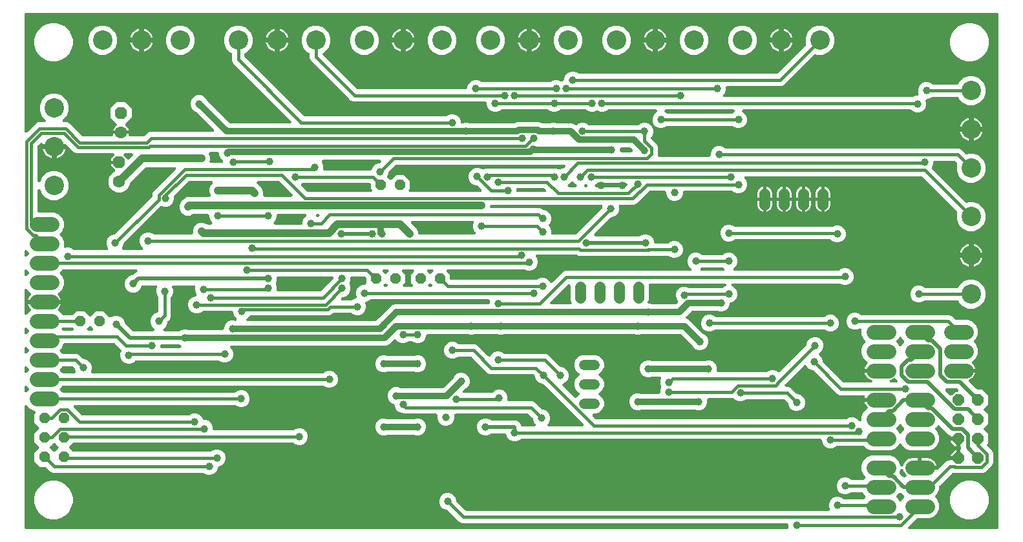
<source format=gbr>
G04 EAGLE Gerber RS-274X export*
G75*
%MOMM*%
%FSLAX34Y34*%
%LPD*%
%INBottom Copper*%
%IPPOS*%
%AMOC8*
5,1,8,0,0,1.08239X$1,22.5*%
G01*
%ADD10C,1.930400*%
%ADD11C,2.540000*%
%ADD12C,1.320800*%
%ADD13P,1.732040X8X112.500000*%
%ADD14C,1.600200*%
%ADD15P,1.429621X8X22.500000*%
%ADD16P,1.649562X8X292.500000*%
%ADD17P,1.539592X8X112.500000*%
%ADD18C,1.422400*%
%ADD19C,0.406400*%
%ADD20C,1.006400*%
%ADD21C,1.016000*%
%ADD22C,0.812800*%
%ADD23C,0.508000*%

G36*
X1010632Y311813D02*
X1010632Y311813D01*
X1010645Y311812D01*
X1010832Y311833D01*
X1011019Y311852D01*
X1011032Y311856D01*
X1011045Y311857D01*
X1011225Y311915D01*
X1011404Y311970D01*
X1011416Y311976D01*
X1011429Y311980D01*
X1011593Y312072D01*
X1011758Y312162D01*
X1011768Y312170D01*
X1011780Y312177D01*
X1011924Y312300D01*
X1012067Y312419D01*
X1012076Y312430D01*
X1012086Y312438D01*
X1012202Y312587D01*
X1012320Y312733D01*
X1012326Y312745D01*
X1012334Y312756D01*
X1012418Y312924D01*
X1012505Y313090D01*
X1012509Y313103D01*
X1012515Y313115D01*
X1012564Y313296D01*
X1012616Y313477D01*
X1012618Y313491D01*
X1012621Y313504D01*
X1012634Y313690D01*
X1012649Y313879D01*
X1012648Y313892D01*
X1012649Y313905D01*
X1012624Y314091D01*
X1012602Y314278D01*
X1012598Y314291D01*
X1012597Y314304D01*
X1012495Y314620D01*
X1012491Y314629D01*
X1012491Y317500D01*
X1012489Y317518D01*
X1012491Y317536D01*
X1012470Y317718D01*
X1012451Y317901D01*
X1012446Y317918D01*
X1012444Y317935D01*
X1012387Y318110D01*
X1012333Y318286D01*
X1012325Y318301D01*
X1012319Y318318D01*
X1012229Y318478D01*
X1012141Y318640D01*
X1012130Y318653D01*
X1012121Y318669D01*
X1012001Y318808D01*
X1011884Y318949D01*
X1011870Y318960D01*
X1011858Y318974D01*
X1011713Y319086D01*
X1011570Y319201D01*
X1011554Y319209D01*
X1011540Y319220D01*
X1011375Y319302D01*
X1011213Y319387D01*
X1011196Y319392D01*
X1011180Y319400D01*
X1011001Y319447D01*
X1010826Y319498D01*
X1010808Y319500D01*
X1010791Y319504D01*
X1010460Y319531D01*
X585123Y319531D01*
X582135Y320769D01*
X566648Y336256D01*
X566627Y336273D01*
X566610Y336294D01*
X566472Y336401D01*
X566336Y336511D01*
X566313Y336524D01*
X566292Y336540D01*
X566135Y336618D01*
X565981Y336700D01*
X565955Y336708D01*
X565931Y336720D01*
X565762Y336765D01*
X565595Y336815D01*
X565568Y336817D01*
X565542Y336824D01*
X565212Y336851D01*
X564206Y336851D01*
X560116Y338546D01*
X556986Y341676D01*
X555291Y345766D01*
X555291Y350194D01*
X556986Y354284D01*
X560116Y357414D01*
X564206Y359109D01*
X568634Y359109D01*
X572724Y357414D01*
X575854Y354284D01*
X577549Y350194D01*
X577549Y349188D01*
X577551Y349162D01*
X577549Y349135D01*
X577571Y348961D01*
X577589Y348788D01*
X577596Y348762D01*
X577600Y348736D01*
X577655Y348570D01*
X577707Y348403D01*
X577720Y348379D01*
X577728Y348354D01*
X577815Y348202D01*
X577899Y348049D01*
X577916Y348028D01*
X577929Y348005D01*
X578144Y347752D01*
X589512Y336384D01*
X589533Y336367D01*
X589550Y336346D01*
X589688Y336239D01*
X589824Y336129D01*
X589847Y336116D01*
X589868Y336100D01*
X590025Y336022D01*
X590179Y335940D01*
X590205Y335932D01*
X590229Y335920D01*
X590398Y335875D01*
X590565Y335825D01*
X590592Y335823D01*
X590618Y335816D01*
X590948Y335789D01*
X1064820Y335789D01*
X1064833Y335790D01*
X1064847Y335789D01*
X1065033Y335810D01*
X1065221Y335829D01*
X1065233Y335833D01*
X1065247Y335834D01*
X1065426Y335892D01*
X1065605Y335947D01*
X1065617Y335953D01*
X1065630Y335957D01*
X1065795Y336049D01*
X1065960Y336139D01*
X1065970Y336147D01*
X1065981Y336154D01*
X1066125Y336276D01*
X1066269Y336396D01*
X1066277Y336407D01*
X1066287Y336415D01*
X1066404Y336564D01*
X1066521Y336710D01*
X1066527Y336722D01*
X1066536Y336732D01*
X1066620Y336901D01*
X1066707Y337067D01*
X1066710Y337080D01*
X1066716Y337092D01*
X1066766Y337273D01*
X1066818Y337454D01*
X1066819Y337468D01*
X1066823Y337481D01*
X1066836Y337669D01*
X1066851Y337856D01*
X1066849Y337869D01*
X1066850Y337882D01*
X1066826Y338070D01*
X1066804Y338255D01*
X1066800Y338268D01*
X1066798Y338281D01*
X1066697Y338597D01*
X1065831Y340686D01*
X1065831Y345114D01*
X1067526Y349204D01*
X1070656Y352334D01*
X1074746Y354029D01*
X1079174Y354029D01*
X1083264Y352334D01*
X1083975Y351624D01*
X1083995Y351607D01*
X1084013Y351586D01*
X1084151Y351479D01*
X1084286Y351369D01*
X1084310Y351356D01*
X1084331Y351340D01*
X1084488Y351262D01*
X1084642Y351180D01*
X1084667Y351172D01*
X1084692Y351160D01*
X1084861Y351115D01*
X1085028Y351065D01*
X1085054Y351063D01*
X1085080Y351056D01*
X1085411Y351029D01*
X1110743Y351029D01*
X1110770Y351031D01*
X1110797Y351029D01*
X1110971Y351051D01*
X1111144Y351069D01*
X1111169Y351076D01*
X1111196Y351080D01*
X1111362Y351135D01*
X1111529Y351187D01*
X1111552Y351200D01*
X1111578Y351208D01*
X1111729Y351295D01*
X1111883Y351379D01*
X1111903Y351396D01*
X1111927Y351409D01*
X1112180Y351624D01*
X1113450Y352894D01*
X1113461Y352908D01*
X1113475Y352919D01*
X1113588Y353063D01*
X1113705Y353205D01*
X1113713Y353221D01*
X1113724Y353235D01*
X1113808Y353399D01*
X1113893Y353561D01*
X1113898Y353578D01*
X1113907Y353594D01*
X1113956Y353771D01*
X1114008Y353947D01*
X1114010Y353965D01*
X1114015Y353982D01*
X1114028Y354165D01*
X1114045Y354348D01*
X1114043Y354366D01*
X1114044Y354383D01*
X1114021Y354565D01*
X1114001Y354748D01*
X1113996Y354765D01*
X1113993Y354783D01*
X1113935Y354957D01*
X1113880Y355132D01*
X1113871Y355148D01*
X1113865Y355164D01*
X1113774Y355323D01*
X1113685Y355484D01*
X1113673Y355498D01*
X1113664Y355513D01*
X1113450Y355766D01*
X1111107Y358109D01*
X1110772Y358917D01*
X1110762Y358937D01*
X1110755Y358958D01*
X1110667Y359114D01*
X1110582Y359272D01*
X1110568Y359289D01*
X1110557Y359309D01*
X1110440Y359444D01*
X1110325Y359583D01*
X1110308Y359597D01*
X1110294Y359614D01*
X1110152Y359723D01*
X1110013Y359836D01*
X1109993Y359847D01*
X1109975Y359860D01*
X1109815Y359940D01*
X1109656Y360023D01*
X1109635Y360030D01*
X1109615Y360040D01*
X1109441Y360086D01*
X1109270Y360136D01*
X1109248Y360138D01*
X1109226Y360144D01*
X1108895Y360171D01*
X1095571Y360171D01*
X1095544Y360169D01*
X1095518Y360171D01*
X1095344Y360149D01*
X1095170Y360131D01*
X1095145Y360124D01*
X1095118Y360120D01*
X1094953Y360065D01*
X1094786Y360013D01*
X1094762Y360000D01*
X1094737Y359992D01*
X1094585Y359905D01*
X1094431Y359821D01*
X1094411Y359804D01*
X1094388Y359791D01*
X1094135Y359576D01*
X1093424Y358866D01*
X1089334Y357171D01*
X1084906Y357171D01*
X1080816Y358866D01*
X1077686Y361996D01*
X1075991Y366086D01*
X1075991Y370514D01*
X1077686Y374604D01*
X1080816Y377734D01*
X1084906Y379429D01*
X1089334Y379429D01*
X1093424Y377734D01*
X1094135Y377024D01*
X1094155Y377007D01*
X1094173Y376986D01*
X1094311Y376879D01*
X1094446Y376769D01*
X1094470Y376756D01*
X1094491Y376740D01*
X1094648Y376662D01*
X1094802Y376580D01*
X1094827Y376572D01*
X1094852Y376560D01*
X1095021Y376515D01*
X1095188Y376465D01*
X1095214Y376463D01*
X1095240Y376456D01*
X1095571Y376429D01*
X1110743Y376429D01*
X1110770Y376431D01*
X1110797Y376429D01*
X1110971Y376451D01*
X1111144Y376469D01*
X1111169Y376476D01*
X1111196Y376480D01*
X1111362Y376536D01*
X1111529Y376587D01*
X1111552Y376600D01*
X1111578Y376608D01*
X1111729Y376695D01*
X1111883Y376779D01*
X1111903Y376796D01*
X1111927Y376809D01*
X1112180Y377024D01*
X1113450Y378294D01*
X1113461Y378308D01*
X1113475Y378319D01*
X1113588Y378463D01*
X1113705Y378605D01*
X1113713Y378621D01*
X1113724Y378635D01*
X1113807Y378798D01*
X1113893Y378961D01*
X1113898Y378978D01*
X1113907Y378994D01*
X1113956Y379171D01*
X1114008Y379347D01*
X1114010Y379365D01*
X1114015Y379382D01*
X1114028Y379565D01*
X1114045Y379748D01*
X1114043Y379766D01*
X1114044Y379783D01*
X1114021Y379966D01*
X1114001Y380148D01*
X1113996Y380165D01*
X1113993Y380183D01*
X1113935Y380358D01*
X1113880Y380532D01*
X1113871Y380548D01*
X1113865Y380564D01*
X1113774Y380723D01*
X1113685Y380884D01*
X1113673Y380898D01*
X1113664Y380913D01*
X1113450Y381166D01*
X1111107Y383509D01*
X1108709Y389297D01*
X1108709Y395563D01*
X1111107Y401351D01*
X1115537Y405781D01*
X1121325Y408179D01*
X1146895Y408179D01*
X1152683Y405781D01*
X1157113Y401351D01*
X1159614Y395312D01*
X1159656Y395234D01*
X1159689Y395152D01*
X1159751Y395057D01*
X1159805Y394957D01*
X1159861Y394889D01*
X1159910Y394815D01*
X1159989Y394734D01*
X1160061Y394647D01*
X1160130Y394591D01*
X1160192Y394528D01*
X1160286Y394464D01*
X1160374Y394393D01*
X1160452Y394352D01*
X1160526Y394302D01*
X1160630Y394259D01*
X1160730Y394206D01*
X1160815Y394181D01*
X1160897Y394147D01*
X1161008Y394125D01*
X1161117Y394093D01*
X1161205Y394085D01*
X1161292Y394068D01*
X1161405Y394068D01*
X1161518Y394058D01*
X1161606Y394068D01*
X1161695Y394068D01*
X1161806Y394091D01*
X1161918Y394104D01*
X1162002Y394131D01*
X1162089Y394148D01*
X1162194Y394192D01*
X1162301Y394227D01*
X1162379Y394270D01*
X1162460Y394304D01*
X1162554Y394368D01*
X1162653Y394423D01*
X1162720Y394481D01*
X1162793Y394531D01*
X1162873Y394611D01*
X1162958Y394685D01*
X1163013Y394755D01*
X1163075Y394818D01*
X1163137Y394913D01*
X1163207Y395002D01*
X1163247Y395081D01*
X1163295Y395156D01*
X1163349Y395286D01*
X1163387Y395362D01*
X1163400Y395406D01*
X1163423Y395462D01*
X1163959Y397110D01*
X1164830Y398820D01*
X1165958Y400373D01*
X1167315Y401730D01*
X1168868Y402858D01*
X1170578Y403729D01*
X1172403Y404322D01*
X1174298Y404623D01*
X1182161Y404623D01*
X1182161Y393148D01*
X1182162Y393130D01*
X1182161Y393113D01*
X1182182Y392930D01*
X1182201Y392748D01*
X1182206Y392731D01*
X1182208Y392713D01*
X1182265Y392537D01*
X1182319Y392363D01*
X1182327Y392347D01*
X1182333Y392330D01*
X1182423Y392170D01*
X1182510Y392009D01*
X1182522Y391995D01*
X1182531Y391979D01*
X1182651Y391840D01*
X1182768Y391699D01*
X1182782Y391688D01*
X1182794Y391675D01*
X1182939Y391562D01*
X1183082Y391447D01*
X1183098Y391439D01*
X1183112Y391428D01*
X1183277Y391346D01*
X1183439Y391262D01*
X1183456Y391257D01*
X1183472Y391249D01*
X1183651Y391201D01*
X1183671Y391195D01*
X1183701Y391102D01*
X1183755Y390926D01*
X1183763Y390911D01*
X1183769Y390894D01*
X1183859Y390734D01*
X1183947Y390572D01*
X1183958Y390559D01*
X1183967Y390543D01*
X1184087Y390404D01*
X1184205Y390263D01*
X1184218Y390252D01*
X1184230Y390238D01*
X1184375Y390126D01*
X1184518Y390011D01*
X1184534Y390003D01*
X1184548Y389992D01*
X1184713Y389910D01*
X1184876Y389825D01*
X1184893Y389820D01*
X1184909Y389812D01*
X1185087Y389764D01*
X1185262Y389714D01*
X1185280Y389712D01*
X1185297Y389708D01*
X1185628Y389681D01*
X1207924Y389681D01*
X1207950Y389683D01*
X1207977Y389681D01*
X1208151Y389703D01*
X1208324Y389721D01*
X1208350Y389728D01*
X1208376Y389732D01*
X1208542Y389787D01*
X1208709Y389839D01*
X1208733Y389852D01*
X1208758Y389860D01*
X1208910Y389947D01*
X1209063Y390030D01*
X1209084Y390048D01*
X1209107Y390061D01*
X1209360Y390276D01*
X1219675Y400591D01*
X1222663Y401829D01*
X1223518Y401829D01*
X1223536Y401831D01*
X1223554Y401829D01*
X1223736Y401850D01*
X1223919Y401869D01*
X1223936Y401874D01*
X1223954Y401876D01*
X1224128Y401933D01*
X1224304Y401987D01*
X1224319Y401995D01*
X1224336Y402001D01*
X1224496Y402091D01*
X1224658Y402179D01*
X1224671Y402190D01*
X1224687Y402199D01*
X1224826Y402319D01*
X1224967Y402436D01*
X1224978Y402450D01*
X1224992Y402462D01*
X1225091Y402591D01*
X1235202Y402591D01*
X1235220Y402592D01*
X1235237Y402591D01*
X1235420Y402612D01*
X1235602Y402631D01*
X1235619Y402636D01*
X1235637Y402638D01*
X1235812Y402695D01*
X1235987Y402749D01*
X1236003Y402757D01*
X1236020Y402763D01*
X1236180Y402853D01*
X1236341Y402940D01*
X1236355Y402952D01*
X1236371Y402961D01*
X1236510Y403081D01*
X1236651Y403198D01*
X1236662Y403212D01*
X1236675Y403224D01*
X1236788Y403369D01*
X1236903Y403512D01*
X1236911Y403528D01*
X1236922Y403542D01*
X1237004Y403707D01*
X1237044Y403783D01*
X1237196Y403869D01*
X1237358Y403957D01*
X1237371Y403968D01*
X1237387Y403977D01*
X1237526Y404097D01*
X1237667Y404215D01*
X1237678Y404228D01*
X1237692Y404240D01*
X1237804Y404385D01*
X1237919Y404528D01*
X1237927Y404544D01*
X1237938Y404558D01*
X1238020Y404723D01*
X1238105Y404886D01*
X1238110Y404903D01*
X1238118Y404919D01*
X1238165Y405096D01*
X1238216Y405272D01*
X1238218Y405290D01*
X1238222Y405307D01*
X1238249Y405638D01*
X1238249Y415573D01*
X1238374Y415640D01*
X1238387Y415652D01*
X1238403Y415661D01*
X1238542Y415781D01*
X1238683Y415898D01*
X1238694Y415912D01*
X1238708Y415924D01*
X1238820Y416069D01*
X1238935Y416212D01*
X1238943Y416228D01*
X1238954Y416242D01*
X1239036Y416407D01*
X1239121Y416569D01*
X1239126Y416586D01*
X1239134Y416602D01*
X1239181Y416781D01*
X1239232Y416956D01*
X1239234Y416974D01*
X1239238Y416991D01*
X1239265Y417322D01*
X1239265Y418338D01*
X1239263Y418356D01*
X1239265Y418374D01*
X1239244Y418556D01*
X1239225Y418739D01*
X1239220Y418756D01*
X1239218Y418773D01*
X1239161Y418948D01*
X1239107Y419124D01*
X1239099Y419139D01*
X1239093Y419156D01*
X1239003Y419316D01*
X1238915Y419478D01*
X1238904Y419491D01*
X1238895Y419507D01*
X1238775Y419646D01*
X1238658Y419787D01*
X1238644Y419798D01*
X1238632Y419812D01*
X1238487Y419924D01*
X1238344Y420039D01*
X1238328Y420047D01*
X1238314Y420058D01*
X1238249Y420091D01*
X1238249Y430022D01*
X1238247Y430040D01*
X1238249Y430057D01*
X1238228Y430240D01*
X1238209Y430422D01*
X1238204Y430439D01*
X1238202Y430457D01*
X1238145Y430632D01*
X1238091Y430807D01*
X1238083Y430823D01*
X1238077Y430840D01*
X1237987Y431000D01*
X1237899Y431161D01*
X1237888Y431175D01*
X1237879Y431191D01*
X1237759Y431330D01*
X1237642Y431471D01*
X1237628Y431482D01*
X1237616Y431495D01*
X1237471Y431608D01*
X1237328Y431723D01*
X1237312Y431731D01*
X1237298Y431742D01*
X1237133Y431824D01*
X1237057Y431864D01*
X1236971Y432016D01*
X1236883Y432178D01*
X1236872Y432191D01*
X1236863Y432207D01*
X1236743Y432346D01*
X1236625Y432487D01*
X1236612Y432498D01*
X1236600Y432512D01*
X1236455Y432624D01*
X1236312Y432739D01*
X1236296Y432747D01*
X1236282Y432758D01*
X1236117Y432840D01*
X1235954Y432925D01*
X1235937Y432930D01*
X1235921Y432938D01*
X1235743Y432985D01*
X1235568Y433036D01*
X1235550Y433038D01*
X1235533Y433042D01*
X1235202Y433069D01*
X1225544Y433069D01*
X1225527Y433206D01*
X1225509Y433385D01*
X1225503Y433406D01*
X1225500Y433428D01*
X1225444Y433598D01*
X1225391Y433770D01*
X1225381Y433789D01*
X1225374Y433811D01*
X1225285Y433967D01*
X1225199Y434124D01*
X1225185Y434141D01*
X1225174Y434160D01*
X1225056Y434296D01*
X1224942Y434433D01*
X1224924Y434447D01*
X1224910Y434464D01*
X1224768Y434573D01*
X1224628Y434685D01*
X1224608Y434696D01*
X1224590Y434709D01*
X1224295Y434861D01*
X1222994Y435400D01*
X1211079Y447314D01*
X1211069Y447323D01*
X1211060Y447333D01*
X1211051Y447340D01*
X1211045Y447348D01*
X1210933Y447435D01*
X1210914Y447450D01*
X1210768Y447569D01*
X1210756Y447576D01*
X1210745Y447584D01*
X1210730Y447592D01*
X1210727Y447595D01*
X1210669Y447623D01*
X1210578Y447670D01*
X1210412Y447758D01*
X1210399Y447762D01*
X1210387Y447768D01*
X1210206Y447819D01*
X1210026Y447873D01*
X1210013Y447874D01*
X1210000Y447878D01*
X1209813Y447892D01*
X1209625Y447909D01*
X1209612Y447908D01*
X1209598Y447909D01*
X1209413Y447886D01*
X1209225Y447866D01*
X1209212Y447861D01*
X1209198Y447860D01*
X1209021Y447801D01*
X1208841Y447744D01*
X1208829Y447737D01*
X1208816Y447733D01*
X1208653Y447640D01*
X1208489Y447549D01*
X1208479Y447540D01*
X1208467Y447534D01*
X1208325Y447410D01*
X1208182Y447289D01*
X1208173Y447278D01*
X1208163Y447269D01*
X1208130Y447226D01*
X1205570Y444666D01*
X1205559Y444653D01*
X1205545Y444641D01*
X1205432Y444497D01*
X1205315Y444355D01*
X1205307Y444339D01*
X1205296Y444325D01*
X1205213Y444161D01*
X1205127Y443999D01*
X1205122Y443982D01*
X1205113Y443966D01*
X1205064Y443789D01*
X1205012Y443613D01*
X1205010Y443595D01*
X1205005Y443578D01*
X1204992Y443395D01*
X1204975Y443212D01*
X1204977Y443194D01*
X1204976Y443177D01*
X1204999Y442995D01*
X1205019Y442812D01*
X1205024Y442795D01*
X1205027Y442777D01*
X1205085Y442604D01*
X1205140Y442428D01*
X1205149Y442412D01*
X1205155Y442396D01*
X1205247Y442236D01*
X1205335Y442076D01*
X1205347Y442062D01*
X1205356Y442047D01*
X1205570Y441794D01*
X1207913Y439451D01*
X1210311Y433663D01*
X1210311Y427397D01*
X1207913Y421609D01*
X1203483Y417179D01*
X1197695Y414781D01*
X1172125Y414781D01*
X1166337Y417179D01*
X1161907Y421609D01*
X1161387Y422865D01*
X1161382Y422873D01*
X1161380Y422881D01*
X1161287Y423052D01*
X1161196Y423220D01*
X1161191Y423227D01*
X1161186Y423235D01*
X1161062Y423383D01*
X1160940Y423530D01*
X1160933Y423536D01*
X1160927Y423543D01*
X1160775Y423664D01*
X1160627Y423784D01*
X1160620Y423788D01*
X1160612Y423794D01*
X1160440Y423883D01*
X1160271Y423971D01*
X1160262Y423974D01*
X1160254Y423978D01*
X1160070Y424030D01*
X1159884Y424084D01*
X1159875Y424085D01*
X1159867Y424087D01*
X1159676Y424102D01*
X1159483Y424119D01*
X1159474Y424118D01*
X1159466Y424118D01*
X1159274Y424095D01*
X1159083Y424074D01*
X1159075Y424071D01*
X1159066Y424070D01*
X1158884Y424010D01*
X1158700Y423950D01*
X1158692Y423946D01*
X1158684Y423943D01*
X1158518Y423849D01*
X1158348Y423754D01*
X1158342Y423748D01*
X1158334Y423744D01*
X1158189Y423617D01*
X1158043Y423492D01*
X1158037Y423485D01*
X1158030Y423479D01*
X1157913Y423326D01*
X1157794Y423175D01*
X1157790Y423167D01*
X1157785Y423160D01*
X1157633Y422865D01*
X1157113Y421609D01*
X1152683Y417179D01*
X1146895Y414781D01*
X1121325Y414781D01*
X1115537Y417179D01*
X1112386Y420330D01*
X1112365Y420347D01*
X1112347Y420368D01*
X1112210Y420475D01*
X1112074Y420585D01*
X1112050Y420598D01*
X1112029Y420614D01*
X1111873Y420692D01*
X1111718Y420774D01*
X1111693Y420782D01*
X1111669Y420794D01*
X1111500Y420839D01*
X1111333Y420889D01*
X1111306Y420891D01*
X1111280Y420898D01*
X1110949Y420925D01*
X1076315Y420925D01*
X1076288Y420923D01*
X1076262Y420925D01*
X1076088Y420903D01*
X1075914Y420885D01*
X1075889Y420878D01*
X1075862Y420874D01*
X1075697Y420818D01*
X1075530Y420767D01*
X1075506Y420754D01*
X1075481Y420746D01*
X1075329Y420659D01*
X1075175Y420575D01*
X1075155Y420558D01*
X1075132Y420545D01*
X1074879Y420330D01*
X1074168Y419620D01*
X1070078Y417925D01*
X1065650Y417925D01*
X1061560Y419620D01*
X1058430Y422750D01*
X1056735Y426840D01*
X1056735Y427990D01*
X1056733Y428008D01*
X1056735Y428026D01*
X1056714Y428208D01*
X1056695Y428391D01*
X1056690Y428408D01*
X1056688Y428425D01*
X1056631Y428600D01*
X1056577Y428776D01*
X1056569Y428791D01*
X1056563Y428808D01*
X1056473Y428968D01*
X1056385Y429130D01*
X1056374Y429143D01*
X1056365Y429159D01*
X1056245Y429298D01*
X1056128Y429439D01*
X1056114Y429450D01*
X1056102Y429464D01*
X1055957Y429576D01*
X1055814Y429691D01*
X1055798Y429699D01*
X1055784Y429710D01*
X1055619Y429792D01*
X1055457Y429877D01*
X1055440Y429882D01*
X1055424Y429890D01*
X1055245Y429937D01*
X1055070Y429988D01*
X1055052Y429990D01*
X1055035Y429994D01*
X1054704Y430021D01*
X662501Y430021D01*
X662474Y430019D01*
X662448Y430021D01*
X662274Y429999D01*
X662100Y429981D01*
X662075Y429974D01*
X662048Y429970D01*
X661883Y429915D01*
X661716Y429863D01*
X661692Y429850D01*
X661667Y429842D01*
X661515Y429755D01*
X661361Y429671D01*
X661341Y429654D01*
X661318Y429641D01*
X661065Y429426D01*
X660354Y428716D01*
X656264Y427021D01*
X651836Y427021D01*
X647746Y428716D01*
X644616Y431846D01*
X642945Y435879D01*
X642934Y435899D01*
X642927Y435920D01*
X642839Y436077D01*
X642755Y436234D01*
X642741Y436251D01*
X642730Y436271D01*
X642612Y436407D01*
X642498Y436545D01*
X642481Y436559D01*
X642466Y436576D01*
X642325Y436685D01*
X642186Y436798D01*
X642166Y436809D01*
X642148Y436822D01*
X641987Y436902D01*
X641829Y436985D01*
X641808Y436992D01*
X641788Y437002D01*
X641614Y437048D01*
X641443Y437098D01*
X641421Y437100D01*
X641399Y437106D01*
X641068Y437133D01*
X623893Y437133D01*
X623866Y437131D01*
X623840Y437133D01*
X623666Y437111D01*
X623492Y437093D01*
X623467Y437086D01*
X623440Y437082D01*
X623275Y437027D01*
X623108Y436975D01*
X623084Y436962D01*
X623059Y436954D01*
X622907Y436867D01*
X622753Y436783D01*
X622733Y436766D01*
X622710Y436753D01*
X622457Y436538D01*
X622254Y436336D01*
X618164Y434641D01*
X613736Y434641D01*
X609646Y436336D01*
X606516Y439466D01*
X604821Y443556D01*
X604821Y447984D01*
X606516Y452074D01*
X609646Y455204D01*
X613736Y456899D01*
X618164Y456899D01*
X622254Y455204D01*
X622457Y455002D01*
X622477Y454985D01*
X622495Y454964D01*
X622633Y454857D01*
X622768Y454747D01*
X622792Y454734D01*
X622813Y454718D01*
X622970Y454640D01*
X623124Y454558D01*
X623149Y454550D01*
X623174Y454538D01*
X623343Y454493D01*
X623510Y454443D01*
X623536Y454441D01*
X623562Y454434D01*
X623893Y454407D01*
X655768Y454407D01*
X658942Y453092D01*
X661372Y450662D01*
X662668Y447533D01*
X662679Y447513D01*
X662686Y447492D01*
X662774Y447335D01*
X662858Y447178D01*
X662873Y447161D01*
X662884Y447141D01*
X663001Y447005D01*
X663115Y446867D01*
X663132Y446853D01*
X663147Y446836D01*
X663288Y446727D01*
X663427Y446614D01*
X663447Y446603D01*
X663465Y446590D01*
X663625Y446510D01*
X663784Y446427D01*
X663805Y446420D01*
X663825Y446410D01*
X663999Y446364D01*
X664170Y446314D01*
X664193Y446312D01*
X664214Y446306D01*
X664545Y446279D01*
X679889Y446279D01*
X679898Y446280D01*
X679907Y446279D01*
X680099Y446300D01*
X680290Y446319D01*
X680298Y446321D01*
X680307Y446322D01*
X680489Y446380D01*
X680675Y446437D01*
X680682Y446441D01*
X680691Y446444D01*
X680859Y446537D01*
X681029Y446629D01*
X681035Y446634D01*
X681043Y446639D01*
X681191Y446764D01*
X681338Y446886D01*
X681343Y446893D01*
X681350Y446899D01*
X681468Y447048D01*
X681590Y447200D01*
X681594Y447208D01*
X681600Y447215D01*
X681687Y447386D01*
X681776Y447557D01*
X681778Y447566D01*
X681782Y447574D01*
X681834Y447760D01*
X681887Y447944D01*
X681888Y447953D01*
X681890Y447962D01*
X681904Y448154D01*
X681920Y448346D01*
X681919Y448354D01*
X681920Y448363D01*
X681895Y448556D01*
X681873Y448745D01*
X681870Y448754D01*
X681869Y448763D01*
X681808Y448946D01*
X681748Y449128D01*
X681744Y449136D01*
X681741Y449144D01*
X681646Y449309D01*
X681550Y449479D01*
X681544Y449486D01*
X681540Y449493D01*
X681325Y449746D01*
X680176Y450896D01*
X678481Y454986D01*
X678481Y455992D01*
X678479Y456018D01*
X678481Y456045D01*
X678459Y456219D01*
X678441Y456392D01*
X678434Y456418D01*
X678430Y456444D01*
X678375Y456610D01*
X678323Y456777D01*
X678310Y456801D01*
X678302Y456826D01*
X678215Y456978D01*
X678131Y457131D01*
X678114Y457152D01*
X678101Y457175D01*
X677886Y457428D01*
X672868Y462446D01*
X672847Y462463D01*
X672830Y462484D01*
X672692Y462591D01*
X672556Y462701D01*
X672533Y462714D01*
X672512Y462730D01*
X672355Y462808D01*
X672201Y462890D01*
X672175Y462898D01*
X672151Y462910D01*
X671982Y462955D01*
X671815Y463005D01*
X671788Y463007D01*
X671762Y463014D01*
X671432Y463041D01*
X577040Y463041D01*
X577022Y463039D01*
X577004Y463041D01*
X576822Y463020D01*
X576639Y463001D01*
X576622Y462996D01*
X576605Y462994D01*
X576430Y462937D01*
X576254Y462883D01*
X576239Y462875D01*
X576222Y462869D01*
X576062Y462779D01*
X575900Y462691D01*
X575887Y462680D01*
X575871Y462671D01*
X575732Y462551D01*
X575591Y462434D01*
X575580Y462420D01*
X575566Y462408D01*
X575454Y462263D01*
X575339Y462120D01*
X575331Y462104D01*
X575320Y462090D01*
X575238Y461925D01*
X575153Y461763D01*
X575148Y461746D01*
X575140Y461730D01*
X575093Y461551D01*
X575042Y461376D01*
X575040Y461358D01*
X575036Y461341D01*
X575009Y461010D01*
X575009Y456256D01*
X573314Y452166D01*
X570184Y449036D01*
X566094Y447341D01*
X561666Y447341D01*
X557576Y449036D01*
X554446Y452166D01*
X552751Y456256D01*
X552751Y461010D01*
X552749Y461028D01*
X552751Y461046D01*
X552730Y461228D01*
X552711Y461411D01*
X552706Y461428D01*
X552704Y461445D01*
X552647Y461619D01*
X552593Y461796D01*
X552585Y461811D01*
X552579Y461828D01*
X552489Y461988D01*
X552401Y462150D01*
X552390Y462163D01*
X552381Y462179D01*
X552261Y462318D01*
X552144Y462459D01*
X552130Y462470D01*
X552118Y462484D01*
X551973Y462596D01*
X551830Y462711D01*
X551814Y462719D01*
X551800Y462730D01*
X551635Y462812D01*
X551473Y462897D01*
X551456Y462902D01*
X551440Y462910D01*
X551261Y462957D01*
X551086Y463008D01*
X551068Y463010D01*
X551051Y463014D01*
X550720Y463041D01*
X510193Y463041D01*
X508611Y463697D01*
X508581Y463706D01*
X508553Y463720D01*
X508388Y463764D01*
X508225Y463813D01*
X508194Y463816D01*
X508164Y463824D01*
X507834Y463851D01*
X505786Y463851D01*
X501696Y465546D01*
X498566Y468676D01*
X496871Y472766D01*
X496871Y474055D01*
X496869Y474077D01*
X496871Y474100D01*
X496849Y474277D01*
X496831Y474456D01*
X496825Y474477D01*
X496822Y474499D01*
X496766Y474669D01*
X496713Y474841D01*
X496703Y474860D01*
X496696Y474881D01*
X496607Y475037D01*
X496521Y475195D01*
X496507Y475212D01*
X496496Y475231D01*
X496378Y475367D01*
X496264Y475504D01*
X496246Y475518D01*
X496232Y475535D01*
X496090Y475644D01*
X495950Y475756D01*
X495930Y475767D01*
X495912Y475780D01*
X495617Y475932D01*
X492600Y477182D01*
X489470Y480312D01*
X487775Y484402D01*
X487775Y488830D01*
X489470Y492920D01*
X492600Y496050D01*
X496690Y497745D01*
X501118Y497745D01*
X503081Y496931D01*
X503111Y496922D01*
X503139Y496908D01*
X503304Y496864D01*
X503467Y496815D01*
X503498Y496812D01*
X503528Y496804D01*
X503859Y496777D01*
X560306Y496777D01*
X560332Y496779D01*
X560359Y496777D01*
X560533Y496799D01*
X560707Y496817D01*
X560732Y496824D01*
X560759Y496828D01*
X560924Y496883D01*
X561091Y496935D01*
X561115Y496948D01*
X561140Y496956D01*
X561292Y497043D01*
X561445Y497127D01*
X561466Y497144D01*
X561489Y497157D01*
X561742Y497372D01*
X573512Y509141D01*
X573532Y509165D01*
X573555Y509186D01*
X573659Y509321D01*
X573767Y509453D01*
X573782Y509480D01*
X573801Y509505D01*
X573952Y509800D01*
X574766Y511764D01*
X577896Y514894D01*
X581986Y516589D01*
X586414Y516589D01*
X590504Y514894D01*
X593634Y511764D01*
X595329Y507674D01*
X595329Y503246D01*
X593634Y499156D01*
X590504Y496026D01*
X588540Y495212D01*
X588513Y495197D01*
X588483Y495187D01*
X588335Y495102D01*
X588185Y495022D01*
X588161Y495002D01*
X588134Y494987D01*
X587881Y494772D01*
X586646Y493536D01*
X586640Y493529D01*
X586633Y493524D01*
X586512Y493373D01*
X586391Y493225D01*
X586386Y493217D01*
X586381Y493210D01*
X586292Y493039D01*
X586202Y492869D01*
X586199Y492861D01*
X586195Y492853D01*
X586141Y492665D01*
X586087Y492483D01*
X586086Y492474D01*
X586084Y492466D01*
X586068Y492274D01*
X586051Y492082D01*
X586052Y492073D01*
X586051Y492064D01*
X586073Y491875D01*
X586094Y491682D01*
X586097Y491673D01*
X586098Y491665D01*
X586157Y491483D01*
X586216Y491298D01*
X586220Y491290D01*
X586223Y491282D01*
X586318Y491113D01*
X586411Y490946D01*
X586416Y490939D01*
X586421Y490931D01*
X586547Y490785D01*
X586671Y490639D01*
X586678Y490633D01*
X586684Y490626D01*
X586835Y490509D01*
X586987Y490389D01*
X586995Y490385D01*
X587002Y490380D01*
X587174Y490294D01*
X587346Y490207D01*
X587354Y490204D01*
X587363Y490200D01*
X587549Y490150D01*
X587734Y490099D01*
X587743Y490098D01*
X587751Y490096D01*
X588082Y490069D01*
X623349Y490069D01*
X623376Y490071D01*
X623402Y490069D01*
X623576Y490091D01*
X623750Y490109D01*
X623775Y490116D01*
X623802Y490120D01*
X623967Y490175D01*
X624134Y490227D01*
X624158Y490240D01*
X624183Y490248D01*
X624335Y490335D01*
X624489Y490419D01*
X624509Y490436D01*
X624532Y490449D01*
X624785Y490664D01*
X627426Y493304D01*
X631516Y494999D01*
X635944Y494999D01*
X640034Y493304D01*
X643164Y490174D01*
X644859Y486084D01*
X644859Y481330D01*
X644861Y481312D01*
X644859Y481294D01*
X644880Y481112D01*
X644899Y480929D01*
X644904Y480912D01*
X644906Y480895D01*
X644963Y480720D01*
X645017Y480544D01*
X645025Y480529D01*
X645031Y480512D01*
X645121Y480352D01*
X645209Y480190D01*
X645220Y480177D01*
X645229Y480161D01*
X645349Y480022D01*
X645466Y479881D01*
X645480Y479870D01*
X645492Y479856D01*
X645637Y479744D01*
X645780Y479629D01*
X645796Y479621D01*
X645810Y479610D01*
X645975Y479528D01*
X646137Y479443D01*
X646154Y479438D01*
X646170Y479430D01*
X646349Y479383D01*
X646524Y479332D01*
X646542Y479330D01*
X646559Y479326D01*
X646890Y479299D01*
X677257Y479299D01*
X680245Y478061D01*
X689382Y468924D01*
X689403Y468907D01*
X689420Y468886D01*
X689558Y468779D01*
X689694Y468669D01*
X689717Y468656D01*
X689738Y468640D01*
X689895Y468562D01*
X690049Y468480D01*
X690075Y468472D01*
X690099Y468460D01*
X690268Y468415D01*
X690435Y468365D01*
X690462Y468363D01*
X690488Y468356D01*
X690818Y468329D01*
X691824Y468329D01*
X695914Y466634D01*
X699044Y463504D01*
X700739Y459414D01*
X700739Y454986D01*
X699044Y450896D01*
X697895Y449746D01*
X697889Y449739D01*
X697882Y449734D01*
X697761Y449583D01*
X697640Y449435D01*
X697635Y449427D01*
X697630Y449420D01*
X697541Y449250D01*
X697451Y449079D01*
X697448Y449070D01*
X697444Y449063D01*
X697391Y448878D01*
X697336Y448693D01*
X697335Y448684D01*
X697333Y448676D01*
X697317Y448485D01*
X697300Y448292D01*
X697301Y448283D01*
X697300Y448274D01*
X697322Y448085D01*
X697343Y447892D01*
X697346Y447883D01*
X697347Y447875D01*
X697406Y447693D01*
X697465Y447508D01*
X697469Y447500D01*
X697472Y447492D01*
X697566Y447325D01*
X697660Y447156D01*
X697665Y447149D01*
X697670Y447141D01*
X697795Y446996D01*
X697920Y446849D01*
X697927Y446843D01*
X697933Y446836D01*
X698083Y446720D01*
X698236Y446599D01*
X698244Y446595D01*
X698251Y446590D01*
X698422Y446505D01*
X698595Y446417D01*
X698604Y446414D01*
X698611Y446410D01*
X698797Y446361D01*
X698983Y446309D01*
X698992Y446308D01*
X699000Y446306D01*
X699331Y446279D01*
X742552Y446279D01*
X742560Y446280D01*
X742569Y446279D01*
X742763Y446300D01*
X742952Y446319D01*
X742961Y446321D01*
X742970Y446322D01*
X743154Y446381D01*
X743337Y446437D01*
X743345Y446441D01*
X743354Y446444D01*
X743522Y446537D01*
X743691Y446629D01*
X743698Y446634D01*
X743706Y446639D01*
X743853Y446763D01*
X744000Y446886D01*
X744006Y446893D01*
X744013Y446899D01*
X744133Y447051D01*
X744253Y447200D01*
X744257Y447208D01*
X744262Y447215D01*
X744350Y447388D01*
X744438Y447557D01*
X744441Y447566D01*
X744445Y447574D01*
X744497Y447760D01*
X744550Y447944D01*
X744550Y447953D01*
X744553Y447962D01*
X744567Y448155D01*
X744583Y448346D01*
X744582Y448354D01*
X744582Y448363D01*
X744558Y448556D01*
X744536Y448745D01*
X744533Y448754D01*
X744532Y448763D01*
X744471Y448943D01*
X744411Y449128D01*
X744406Y449136D01*
X744404Y449144D01*
X744309Y449309D01*
X744213Y449479D01*
X744207Y449486D01*
X744203Y449493D01*
X743988Y449746D01*
X692378Y501356D01*
X692357Y501373D01*
X692340Y501394D01*
X692202Y501501D01*
X692066Y501611D01*
X692043Y501624D01*
X692022Y501640D01*
X691865Y501718D01*
X691711Y501800D01*
X691685Y501808D01*
X691661Y501820D01*
X691492Y501865D01*
X691325Y501915D01*
X691298Y501917D01*
X691272Y501924D01*
X690942Y501951D01*
X689936Y501951D01*
X685846Y503646D01*
X682716Y506776D01*
X681021Y510866D01*
X681021Y511872D01*
X681019Y511898D01*
X681021Y511925D01*
X680999Y512099D01*
X680981Y512272D01*
X680974Y512298D01*
X680970Y512324D01*
X680915Y512490D01*
X680863Y512657D01*
X680850Y512681D01*
X680842Y512706D01*
X680755Y512858D01*
X680671Y513011D01*
X680654Y513032D01*
X680641Y513055D01*
X680426Y513308D01*
X679424Y514310D01*
X679403Y514327D01*
X679386Y514348D01*
X679248Y514455D01*
X679112Y514565D01*
X679089Y514578D01*
X679068Y514594D01*
X678911Y514672D01*
X678757Y514754D01*
X678731Y514762D01*
X678707Y514774D01*
X678538Y514819D01*
X678371Y514869D01*
X678344Y514871D01*
X678318Y514878D01*
X677988Y514905D01*
X621995Y514905D01*
X619008Y516143D01*
X597774Y537376D01*
X597753Y537393D01*
X597736Y537414D01*
X597598Y537521D01*
X597463Y537631D01*
X597439Y537644D01*
X597418Y537660D01*
X597261Y537738D01*
X597107Y537820D01*
X597081Y537828D01*
X597057Y537840D01*
X596888Y537885D01*
X596721Y537935D01*
X596694Y537937D01*
X596669Y537944D01*
X596338Y537971D01*
X581015Y537971D01*
X580988Y537969D01*
X580962Y537971D01*
X580788Y537949D01*
X580614Y537931D01*
X580589Y537923D01*
X580562Y537920D01*
X580397Y537865D01*
X580229Y537813D01*
X580206Y537800D01*
X580181Y537792D01*
X580029Y537705D01*
X579875Y537621D01*
X579855Y537604D01*
X579832Y537591D01*
X579579Y537376D01*
X578868Y536666D01*
X574778Y534971D01*
X570350Y534971D01*
X566260Y536666D01*
X563130Y539796D01*
X561435Y543886D01*
X561435Y548314D01*
X563130Y552404D01*
X566260Y555534D01*
X570350Y557229D01*
X574778Y557229D01*
X578868Y555534D01*
X579579Y554824D01*
X579599Y554807D01*
X579617Y554786D01*
X579755Y554680D01*
X579890Y554569D01*
X579914Y554556D01*
X579935Y554540D01*
X580091Y554462D01*
X580246Y554380D01*
X580271Y554372D01*
X580296Y554360D01*
X580465Y554315D01*
X580632Y554265D01*
X580658Y554263D01*
X580684Y554256D01*
X581015Y554229D01*
X602163Y554229D01*
X605151Y552991D01*
X619532Y538610D01*
X619543Y538601D01*
X619551Y538591D01*
X619698Y538474D01*
X619844Y538355D01*
X619856Y538348D01*
X619866Y538340D01*
X620034Y538254D01*
X620200Y538166D01*
X620212Y538162D01*
X620224Y538156D01*
X620406Y538105D01*
X620585Y538051D01*
X620599Y538050D01*
X620612Y538046D01*
X620799Y538032D01*
X620986Y538015D01*
X621000Y538016D01*
X621013Y538015D01*
X621198Y538038D01*
X621387Y538058D01*
X621400Y538062D01*
X621413Y538064D01*
X621590Y538123D01*
X621771Y538180D01*
X621782Y538186D01*
X621795Y538190D01*
X621958Y538284D01*
X622123Y538375D01*
X622133Y538383D01*
X622145Y538390D01*
X622287Y538514D01*
X622430Y538635D01*
X622438Y538646D01*
X622448Y538654D01*
X622563Y538804D01*
X622679Y538951D01*
X622685Y538963D01*
X622694Y538974D01*
X622845Y539269D01*
X623026Y539704D01*
X626156Y542834D01*
X630246Y544529D01*
X634674Y544529D01*
X638764Y542834D01*
X639475Y542124D01*
X639495Y542107D01*
X639513Y542086D01*
X639651Y541979D01*
X639786Y541869D01*
X639810Y541856D01*
X639831Y541840D01*
X639988Y541762D01*
X640142Y541680D01*
X640167Y541672D01*
X640192Y541660D01*
X640361Y541615D01*
X640528Y541565D01*
X640554Y541563D01*
X640580Y541556D01*
X640911Y541529D01*
X695037Y541529D01*
X698025Y540291D01*
X713512Y524804D01*
X713533Y524787D01*
X713550Y524766D01*
X713688Y524659D01*
X713824Y524549D01*
X713847Y524536D01*
X713868Y524520D01*
X714025Y524442D01*
X714179Y524360D01*
X714205Y524352D01*
X714229Y524340D01*
X714398Y524295D01*
X714565Y524245D01*
X714592Y524243D01*
X714618Y524236D01*
X714948Y524209D01*
X715954Y524209D01*
X720044Y522514D01*
X723174Y519384D01*
X724869Y515294D01*
X724869Y510866D01*
X723174Y506776D01*
X720044Y503646D01*
X717928Y502769D01*
X717917Y502763D01*
X717904Y502759D01*
X717739Y502668D01*
X717574Y502579D01*
X717563Y502570D01*
X717552Y502564D01*
X717409Y502443D01*
X717263Y502323D01*
X717255Y502312D01*
X717245Y502304D01*
X717128Y502156D01*
X717009Y502010D01*
X717003Y501998D01*
X716995Y501988D01*
X716909Y501819D01*
X716822Y501654D01*
X716819Y501641D01*
X716813Y501629D01*
X716762Y501447D01*
X716709Y501267D01*
X716708Y501254D01*
X716705Y501241D01*
X716691Y501052D01*
X716675Y500866D01*
X716676Y500853D01*
X716675Y500839D01*
X716699Y500651D01*
X716720Y500466D01*
X716724Y500453D01*
X716726Y500440D01*
X716786Y500261D01*
X716843Y500083D01*
X716850Y500071D01*
X716854Y500058D01*
X716948Y499895D01*
X717039Y499731D01*
X717048Y499721D01*
X717055Y499709D01*
X717269Y499456D01*
X732439Y484287D01*
X732453Y484276D01*
X732464Y484262D01*
X732608Y484149D01*
X732750Y484032D01*
X732766Y484024D01*
X732780Y484012D01*
X732944Y483929D01*
X733106Y483843D01*
X733123Y483838D01*
X733139Y483830D01*
X733316Y483781D01*
X733492Y483728D01*
X733510Y483727D01*
X733527Y483722D01*
X733710Y483709D01*
X733893Y483692D01*
X733911Y483694D01*
X733928Y483693D01*
X734110Y483716D01*
X734293Y483735D01*
X734310Y483741D01*
X734328Y483743D01*
X734502Y483801D01*
X734677Y483857D01*
X734693Y483866D01*
X734710Y483871D01*
X734868Y483963D01*
X735029Y484052D01*
X735043Y484063D01*
X735058Y484072D01*
X735311Y484287D01*
X738042Y487017D01*
X738177Y487073D01*
X738185Y487078D01*
X738194Y487080D01*
X738363Y487173D01*
X738532Y487263D01*
X738539Y487269D01*
X738547Y487273D01*
X738694Y487397D01*
X738843Y487520D01*
X738848Y487527D01*
X738855Y487533D01*
X738975Y487683D01*
X739096Y487833D01*
X739100Y487840D01*
X739106Y487847D01*
X739194Y488019D01*
X739283Y488189D01*
X739286Y488198D01*
X739290Y488206D01*
X739342Y488391D01*
X739396Y488575D01*
X739397Y488584D01*
X739400Y488593D01*
X739414Y488784D01*
X739431Y488977D01*
X739430Y488985D01*
X739431Y488994D01*
X739408Y489183D01*
X739386Y489377D01*
X739383Y489385D01*
X739382Y489394D01*
X739322Y489577D01*
X739263Y489760D01*
X739258Y489768D01*
X739256Y489776D01*
X739161Y489942D01*
X739066Y490111D01*
X739060Y490118D01*
X739056Y490126D01*
X738932Y490269D01*
X738805Y490417D01*
X738798Y490423D01*
X738792Y490430D01*
X738639Y490547D01*
X738488Y490666D01*
X738480Y490669D01*
X738472Y490675D01*
X738177Y490827D01*
X738042Y490883D01*
X734469Y494456D01*
X732535Y499124D01*
X732535Y504176D01*
X734469Y508844D01*
X738042Y512417D01*
X738177Y512473D01*
X738185Y512478D01*
X738194Y512480D01*
X738362Y512572D01*
X738532Y512664D01*
X738539Y512669D01*
X738547Y512674D01*
X738694Y512797D01*
X738843Y512920D01*
X738848Y512927D01*
X738855Y512933D01*
X738974Y513082D01*
X739096Y513233D01*
X739101Y513241D01*
X739106Y513248D01*
X739193Y513417D01*
X739283Y513589D01*
X739286Y513598D01*
X739290Y513606D01*
X739342Y513791D01*
X739396Y513976D01*
X739397Y513984D01*
X739400Y513993D01*
X739414Y514184D01*
X739431Y514377D01*
X739430Y514386D01*
X739431Y514395D01*
X739408Y514585D01*
X739386Y514777D01*
X739383Y514785D01*
X739382Y514794D01*
X739322Y514977D01*
X739263Y515160D01*
X739258Y515168D01*
X739256Y515176D01*
X739160Y515343D01*
X739066Y515512D01*
X739060Y515518D01*
X739056Y515526D01*
X738932Y515669D01*
X738805Y515817D01*
X738797Y515823D01*
X738792Y515830D01*
X738640Y515946D01*
X738487Y516066D01*
X738479Y516070D01*
X738472Y516075D01*
X738177Y516227D01*
X738042Y516283D01*
X734469Y519856D01*
X732535Y524524D01*
X732535Y529576D01*
X734469Y534244D01*
X738042Y537817D01*
X742031Y539470D01*
X742710Y539751D01*
X760970Y539751D01*
X765638Y537817D01*
X769211Y534244D01*
X771145Y529576D01*
X771145Y524524D01*
X769211Y519856D01*
X765638Y516283D01*
X765503Y516227D01*
X765495Y516222D01*
X765486Y516220D01*
X765317Y516127D01*
X765148Y516037D01*
X765141Y516031D01*
X765133Y516027D01*
X764986Y515903D01*
X764837Y515780D01*
X764832Y515773D01*
X764825Y515767D01*
X764705Y515616D01*
X764584Y515467D01*
X764580Y515460D01*
X764574Y515453D01*
X764486Y515281D01*
X764397Y515111D01*
X764394Y515102D01*
X764390Y515094D01*
X764338Y514909D01*
X764284Y514725D01*
X764283Y514716D01*
X764280Y514707D01*
X764265Y514514D01*
X764249Y514323D01*
X764250Y514315D01*
X764249Y514306D01*
X764273Y514114D01*
X764294Y513923D01*
X764297Y513915D01*
X764298Y513906D01*
X764358Y513723D01*
X764417Y513540D01*
X764422Y513532D01*
X764424Y513524D01*
X764519Y513358D01*
X764614Y513189D01*
X764620Y513182D01*
X764624Y513174D01*
X764749Y513030D01*
X764875Y512883D01*
X764882Y512877D01*
X764888Y512870D01*
X765042Y512752D01*
X765192Y512634D01*
X765200Y512631D01*
X765208Y512625D01*
X765503Y512473D01*
X765638Y512417D01*
X769211Y508844D01*
X771145Y504176D01*
X771145Y499124D01*
X769211Y494456D01*
X765638Y490883D01*
X765503Y490827D01*
X765495Y490822D01*
X765486Y490820D01*
X765318Y490728D01*
X765148Y490636D01*
X765141Y490631D01*
X765133Y490626D01*
X764986Y490503D01*
X764837Y490380D01*
X764832Y490373D01*
X764825Y490367D01*
X764706Y490218D01*
X764584Y490067D01*
X764579Y490059D01*
X764574Y490052D01*
X764487Y489883D01*
X764397Y489711D01*
X764394Y489702D01*
X764390Y489694D01*
X764338Y489509D01*
X764284Y489324D01*
X764283Y489316D01*
X764280Y489307D01*
X764265Y489112D01*
X764249Y488923D01*
X764250Y488914D01*
X764249Y488905D01*
X764273Y488714D01*
X764294Y488523D01*
X764297Y488515D01*
X764298Y488506D01*
X764359Y488322D01*
X764417Y488140D01*
X764422Y488132D01*
X764424Y488124D01*
X764520Y487957D01*
X764614Y487788D01*
X764620Y487782D01*
X764624Y487774D01*
X764749Y487631D01*
X764875Y487483D01*
X764883Y487477D01*
X764888Y487470D01*
X765040Y487354D01*
X765193Y487234D01*
X765201Y487230D01*
X765208Y487225D01*
X765503Y487073D01*
X765638Y487017D01*
X769211Y483444D01*
X771145Y478776D01*
X771145Y473724D01*
X769211Y469056D01*
X765638Y465483D01*
X760970Y463549D01*
X758080Y463549D01*
X758072Y463548D01*
X758063Y463549D01*
X757871Y463528D01*
X757680Y463509D01*
X757671Y463507D01*
X757662Y463506D01*
X757480Y463448D01*
X757295Y463391D01*
X757287Y463387D01*
X757278Y463384D01*
X757110Y463291D01*
X756941Y463199D01*
X756934Y463194D01*
X756926Y463189D01*
X756779Y463065D01*
X756632Y462942D01*
X756626Y462935D01*
X756619Y462929D01*
X756500Y462778D01*
X756379Y462628D01*
X756375Y462620D01*
X756370Y462613D01*
X756282Y462440D01*
X756194Y462271D01*
X756191Y462262D01*
X756187Y462254D01*
X756135Y462068D01*
X756082Y461884D01*
X756082Y461875D01*
X756079Y461866D01*
X756065Y461673D01*
X756049Y461482D01*
X756050Y461474D01*
X756050Y461465D01*
X756074Y461272D01*
X756096Y461083D01*
X756099Y461074D01*
X756100Y461065D01*
X756162Y460882D01*
X756221Y460700D01*
X756226Y460692D01*
X756228Y460684D01*
X756325Y460517D01*
X756419Y460349D01*
X756425Y460342D01*
X756429Y460335D01*
X756644Y460082D01*
X760572Y456154D01*
X760592Y456137D01*
X760610Y456117D01*
X760747Y456010D01*
X760883Y455899D01*
X760907Y455886D01*
X760928Y455870D01*
X761084Y455792D01*
X761239Y455710D01*
X761265Y455703D01*
X761289Y455691D01*
X761457Y455645D01*
X761625Y455596D01*
X761651Y455593D01*
X761677Y455586D01*
X762008Y455559D01*
X1087353Y455559D01*
X1087380Y455562D01*
X1087406Y455560D01*
X1087580Y455582D01*
X1087754Y455599D01*
X1087779Y455607D01*
X1087806Y455610D01*
X1087971Y455666D01*
X1088138Y455717D01*
X1088162Y455730D01*
X1088187Y455738D01*
X1088339Y455826D01*
X1088493Y455909D01*
X1088513Y455926D01*
X1088536Y455939D01*
X1088789Y456154D01*
X1089500Y456865D01*
X1093590Y458559D01*
X1098018Y458559D01*
X1102108Y456865D01*
X1105242Y453731D01*
X1105249Y453725D01*
X1105254Y453719D01*
X1105404Y453598D01*
X1105553Y453476D01*
X1105561Y453472D01*
X1105568Y453466D01*
X1105739Y453378D01*
X1105909Y453287D01*
X1105918Y453285D01*
X1105925Y453281D01*
X1106110Y453228D01*
X1106295Y453173D01*
X1106304Y453172D01*
X1106312Y453169D01*
X1106503Y453154D01*
X1106696Y453136D01*
X1106705Y453137D01*
X1106714Y453136D01*
X1106903Y453159D01*
X1107096Y453180D01*
X1107105Y453182D01*
X1107113Y453183D01*
X1107295Y453243D01*
X1107480Y453301D01*
X1107488Y453305D01*
X1107496Y453308D01*
X1107665Y453403D01*
X1107832Y453496D01*
X1107839Y453502D01*
X1107847Y453506D01*
X1107993Y453632D01*
X1108139Y453756D01*
X1108145Y453763D01*
X1108152Y453769D01*
X1108269Y453921D01*
X1108389Y454072D01*
X1108393Y454080D01*
X1108398Y454087D01*
X1108484Y454259D01*
X1108571Y454431D01*
X1108574Y454440D01*
X1108578Y454448D01*
X1108628Y454634D01*
X1108679Y454819D01*
X1108680Y454828D01*
X1108682Y454837D01*
X1108709Y455167D01*
X1108709Y459063D01*
X1111107Y464851D01*
X1115582Y469327D01*
X1115718Y469399D01*
X1115729Y469408D01*
X1115741Y469414D01*
X1115884Y469536D01*
X1116029Y469656D01*
X1116037Y469666D01*
X1116048Y469675D01*
X1116164Y469823D01*
X1116283Y469968D01*
X1116289Y469980D01*
X1116297Y469991D01*
X1116382Y470159D01*
X1116470Y470325D01*
X1116473Y470338D01*
X1116480Y470350D01*
X1116530Y470531D01*
X1116583Y470711D01*
X1116584Y470725D01*
X1116588Y470738D01*
X1116601Y470926D01*
X1116617Y471112D01*
X1116616Y471126D01*
X1116617Y471139D01*
X1116593Y471326D01*
X1116572Y471512D01*
X1116568Y471525D01*
X1116566Y471539D01*
X1116507Y471716D01*
X1116449Y471896D01*
X1116443Y471908D01*
X1116438Y471920D01*
X1116344Y472083D01*
X1116253Y472247D01*
X1116244Y472258D01*
X1116237Y472269D01*
X1116023Y472522D01*
X1115158Y473387D01*
X1114030Y474940D01*
X1113159Y476650D01*
X1112566Y478475D01*
X1112549Y478581D01*
X1133392Y478581D01*
X1133410Y478582D01*
X1133427Y478581D01*
X1133610Y478602D01*
X1133792Y478621D01*
X1133809Y478626D01*
X1133827Y478628D01*
X1134002Y478685D01*
X1134177Y478739D01*
X1134193Y478747D01*
X1134210Y478753D01*
X1134370Y478843D01*
X1134531Y478930D01*
X1134545Y478942D01*
X1134561Y478951D01*
X1134700Y479071D01*
X1134841Y479188D01*
X1134852Y479202D01*
X1134865Y479214D01*
X1134978Y479359D01*
X1135093Y479502D01*
X1135101Y479518D01*
X1135112Y479532D01*
X1135194Y479697D01*
X1135278Y479859D01*
X1135283Y479876D01*
X1135291Y479892D01*
X1135339Y480071D01*
X1135390Y480246D01*
X1135391Y480264D01*
X1135396Y480281D01*
X1135423Y480612D01*
X1135423Y482048D01*
X1135421Y482066D01*
X1135423Y482084D01*
X1135401Y482266D01*
X1135383Y482449D01*
X1135378Y482466D01*
X1135376Y482483D01*
X1135319Y482658D01*
X1135265Y482834D01*
X1135257Y482849D01*
X1135251Y482866D01*
X1135161Y483026D01*
X1135073Y483188D01*
X1135062Y483201D01*
X1135053Y483217D01*
X1134933Y483356D01*
X1134815Y483497D01*
X1134802Y483508D01*
X1134790Y483522D01*
X1134645Y483634D01*
X1134502Y483749D01*
X1134486Y483757D01*
X1134472Y483768D01*
X1134307Y483850D01*
X1134144Y483935D01*
X1134127Y483940D01*
X1134111Y483948D01*
X1133933Y483995D01*
X1133758Y484046D01*
X1133740Y484048D01*
X1133723Y484052D01*
X1133392Y484079D01*
X1112549Y484079D01*
X1112566Y484185D01*
X1112770Y484814D01*
X1112799Y484946D01*
X1112836Y485076D01*
X1112842Y485143D01*
X1112856Y485208D01*
X1112858Y485343D01*
X1112869Y485478D01*
X1112861Y485544D01*
X1112862Y485610D01*
X1112838Y485743D01*
X1112822Y485877D01*
X1112802Y485941D01*
X1112789Y486006D01*
X1112739Y486132D01*
X1112697Y486260D01*
X1112665Y486318D01*
X1112640Y486380D01*
X1112566Y486493D01*
X1112499Y486611D01*
X1112456Y486661D01*
X1112419Y486717D01*
X1112325Y486813D01*
X1112236Y486916D01*
X1112184Y486956D01*
X1112137Y487004D01*
X1112025Y487080D01*
X1111918Y487162D01*
X1111859Y487192D01*
X1111803Y487229D01*
X1111679Y487281D01*
X1111558Y487342D01*
X1111493Y487359D01*
X1111432Y487385D01*
X1111300Y487411D01*
X1111169Y487446D01*
X1111092Y487452D01*
X1111037Y487463D01*
X1110959Y487463D01*
X1110838Y487473D01*
X1080121Y487473D01*
X1077133Y488711D01*
X1046708Y519136D01*
X1046687Y519153D01*
X1046670Y519174D01*
X1046532Y519281D01*
X1046396Y519391D01*
X1046373Y519404D01*
X1046352Y519420D01*
X1046195Y519498D01*
X1046041Y519580D01*
X1046015Y519588D01*
X1045991Y519600D01*
X1045822Y519645D01*
X1045655Y519695D01*
X1045628Y519697D01*
X1045602Y519704D01*
X1045272Y519731D01*
X1044266Y519731D01*
X1040176Y521426D01*
X1037046Y524556D01*
X1036541Y525774D01*
X1036535Y525785D01*
X1036531Y525798D01*
X1036441Y525962D01*
X1036351Y526128D01*
X1036342Y526139D01*
X1036336Y526150D01*
X1036215Y526293D01*
X1036095Y526439D01*
X1036084Y526447D01*
X1036076Y526457D01*
X1035928Y526574D01*
X1035782Y526693D01*
X1035770Y526699D01*
X1035760Y526707D01*
X1035592Y526792D01*
X1035426Y526880D01*
X1035413Y526883D01*
X1035401Y526889D01*
X1035219Y526940D01*
X1035039Y526993D01*
X1035026Y526994D01*
X1035013Y526997D01*
X1034824Y527011D01*
X1034638Y527027D01*
X1034625Y527026D01*
X1034611Y527027D01*
X1034424Y527003D01*
X1034238Y526982D01*
X1034225Y526978D01*
X1034212Y526976D01*
X1034034Y526917D01*
X1033855Y526859D01*
X1033843Y526852D01*
X1033830Y526848D01*
X1033667Y526754D01*
X1033503Y526663D01*
X1033493Y526654D01*
X1033481Y526647D01*
X1033228Y526433D01*
X1008612Y501816D01*
X1008606Y501809D01*
X1008600Y501804D01*
X1008479Y501654D01*
X1008357Y501505D01*
X1008353Y501497D01*
X1008347Y501490D01*
X1008258Y501319D01*
X1008168Y501149D01*
X1008166Y501141D01*
X1008162Y501133D01*
X1008108Y500945D01*
X1008054Y500763D01*
X1008053Y500754D01*
X1008050Y500746D01*
X1008035Y500554D01*
X1008017Y500362D01*
X1008018Y500353D01*
X1008017Y500344D01*
X1008040Y500155D01*
X1008061Y499962D01*
X1008063Y499953D01*
X1008064Y499945D01*
X1008124Y499763D01*
X1008182Y499578D01*
X1008186Y499570D01*
X1008189Y499562D01*
X1008284Y499393D01*
X1008377Y499226D01*
X1008383Y499219D01*
X1008387Y499211D01*
X1008513Y499065D01*
X1008637Y498919D01*
X1008644Y498913D01*
X1008650Y498906D01*
X1008802Y498789D01*
X1008953Y498669D01*
X1008961Y498665D01*
X1008968Y498660D01*
X1009140Y498574D01*
X1009312Y498487D01*
X1009321Y498484D01*
X1009329Y498480D01*
X1009515Y498430D01*
X1009700Y498379D01*
X1009709Y498378D01*
X1009718Y498376D01*
X1010048Y498349D01*
X1012537Y498349D01*
X1015525Y497111D01*
X1018097Y494539D01*
X1023392Y489244D01*
X1023413Y489227D01*
X1023430Y489206D01*
X1023568Y489099D01*
X1023704Y488989D01*
X1023727Y488976D01*
X1023748Y488960D01*
X1023905Y488882D01*
X1024059Y488800D01*
X1024085Y488792D01*
X1024109Y488780D01*
X1024278Y488735D01*
X1024445Y488685D01*
X1024472Y488683D01*
X1024498Y488676D01*
X1024828Y488649D01*
X1025834Y488649D01*
X1029924Y486954D01*
X1033054Y483824D01*
X1034749Y479734D01*
X1034749Y475306D01*
X1033054Y471216D01*
X1029924Y468086D01*
X1025834Y466391D01*
X1021406Y466391D01*
X1017316Y468086D01*
X1014186Y471216D01*
X1012491Y475306D01*
X1012491Y476312D01*
X1012489Y476338D01*
X1012491Y476365D01*
X1012469Y476539D01*
X1012451Y476712D01*
X1012444Y476738D01*
X1012440Y476764D01*
X1012385Y476930D01*
X1012333Y477097D01*
X1012320Y477121D01*
X1012312Y477146D01*
X1012225Y477298D01*
X1012141Y477451D01*
X1012124Y477472D01*
X1012111Y477495D01*
X1011896Y477748D01*
X1008148Y481496D01*
X1008127Y481513D01*
X1008110Y481534D01*
X1007972Y481641D01*
X1007836Y481751D01*
X1007813Y481764D01*
X1007792Y481780D01*
X1007635Y481858D01*
X1007481Y481940D01*
X1007455Y481948D01*
X1007431Y481960D01*
X1007262Y482005D01*
X1007095Y482055D01*
X1007068Y482057D01*
X1007042Y482064D01*
X1006712Y482091D01*
X958411Y482091D01*
X958384Y482089D01*
X958358Y482091D01*
X958184Y482069D01*
X958010Y482051D01*
X957985Y482044D01*
X957958Y482040D01*
X957793Y481985D01*
X957626Y481933D01*
X957602Y481920D01*
X957577Y481912D01*
X957425Y481825D01*
X957271Y481741D01*
X957251Y481724D01*
X957228Y481711D01*
X956975Y481496D01*
X956264Y480786D01*
X952174Y479091D01*
X947746Y479091D01*
X943656Y480786D01*
X941675Y482766D01*
X941655Y482783D01*
X941637Y482804D01*
X941499Y482911D01*
X941364Y483021D01*
X941340Y483034D01*
X941319Y483050D01*
X941162Y483128D01*
X941008Y483210D01*
X940983Y483218D01*
X940958Y483230D01*
X940789Y483275D01*
X940622Y483325D01*
X940596Y483327D01*
X940570Y483334D01*
X940239Y483361D01*
X908510Y483361D01*
X908492Y483359D01*
X908474Y483361D01*
X908292Y483340D01*
X908109Y483321D01*
X908092Y483316D01*
X908075Y483314D01*
X907900Y483257D01*
X907724Y483203D01*
X907709Y483195D01*
X907692Y483189D01*
X907532Y483099D01*
X907370Y483011D01*
X907357Y483000D01*
X907341Y482991D01*
X907202Y482871D01*
X907061Y482754D01*
X907050Y482740D01*
X907036Y482728D01*
X906924Y482583D01*
X906809Y482440D01*
X906801Y482424D01*
X906790Y482410D01*
X906708Y482245D01*
X906623Y482083D01*
X906618Y482066D01*
X906610Y482050D01*
X906563Y481871D01*
X906512Y481696D01*
X906510Y481678D01*
X906506Y481661D01*
X906479Y481330D01*
X906479Y476576D01*
X904784Y472486D01*
X901654Y469356D01*
X897564Y467661D01*
X893136Y467661D01*
X891173Y468475D01*
X891143Y468484D01*
X891115Y468498D01*
X890950Y468542D01*
X890787Y468591D01*
X890756Y468594D01*
X890726Y468602D01*
X890395Y468629D01*
X820295Y468629D01*
X820264Y468626D01*
X820232Y468628D01*
X820063Y468606D01*
X819894Y468589D01*
X819864Y468580D01*
X819833Y468576D01*
X819517Y468475D01*
X817554Y467661D01*
X813126Y467661D01*
X809036Y469356D01*
X805906Y472486D01*
X804211Y476576D01*
X804211Y481004D01*
X805906Y485094D01*
X809036Y488224D01*
X813126Y489919D01*
X817554Y489919D01*
X819517Y489105D01*
X819547Y489096D01*
X819575Y489082D01*
X819740Y489038D01*
X819903Y488989D01*
X819934Y488986D01*
X819964Y488978D01*
X820295Y488951D01*
X842820Y488951D01*
X842838Y488953D01*
X842856Y488951D01*
X843038Y488972D01*
X843221Y488991D01*
X843238Y488996D01*
X843255Y488998D01*
X843430Y489055D01*
X843606Y489109D01*
X843621Y489117D01*
X843638Y489123D01*
X843798Y489213D01*
X843960Y489301D01*
X843973Y489312D01*
X843989Y489321D01*
X844128Y489441D01*
X844269Y489558D01*
X844280Y489572D01*
X844294Y489584D01*
X844406Y489729D01*
X844521Y489872D01*
X844529Y489888D01*
X844540Y489902D01*
X844622Y490067D01*
X844707Y490229D01*
X844712Y490246D01*
X844720Y490262D01*
X844767Y490441D01*
X844818Y490616D01*
X844820Y490634D01*
X844824Y490651D01*
X844851Y490982D01*
X844851Y493704D01*
X846243Y497063D01*
X846250Y497088D01*
X846262Y497112D01*
X846309Y497281D01*
X846359Y497448D01*
X846362Y497475D01*
X846369Y497501D01*
X846381Y497675D01*
X846397Y497849D01*
X846394Y497875D01*
X846396Y497902D01*
X846374Y498076D01*
X846356Y498249D01*
X846348Y498275D01*
X846344Y498301D01*
X846243Y498617D01*
X844851Y501976D01*
X844851Y506404D01*
X845927Y509001D01*
X845931Y509014D01*
X845937Y509025D01*
X845989Y509205D01*
X846043Y509386D01*
X846045Y509399D01*
X846048Y509412D01*
X846064Y509600D01*
X846082Y509787D01*
X846080Y509800D01*
X846081Y509814D01*
X846059Y510000D01*
X846040Y510187D01*
X846036Y510200D01*
X846034Y510213D01*
X845976Y510393D01*
X845920Y510572D01*
X845914Y510583D01*
X845910Y510596D01*
X845817Y510760D01*
X845727Y510925D01*
X845718Y510935D01*
X845712Y510947D01*
X845589Y511089D01*
X845468Y511233D01*
X845457Y511241D01*
X845449Y511252D01*
X845301Y511366D01*
X845153Y511484D01*
X845141Y511490D01*
X845130Y511498D01*
X844962Y511582D01*
X844795Y511668D01*
X844782Y511672D01*
X844770Y511678D01*
X844587Y511727D01*
X844407Y511778D01*
X844394Y511779D01*
X844381Y511782D01*
X844050Y511809D01*
X834265Y511809D01*
X834234Y511806D01*
X834202Y511808D01*
X834033Y511786D01*
X833864Y511769D01*
X833834Y511760D01*
X833803Y511756D01*
X833487Y511655D01*
X831524Y510841D01*
X827096Y510841D01*
X823006Y512536D01*
X819876Y515666D01*
X818181Y519756D01*
X818181Y524184D01*
X819876Y528274D01*
X823006Y531404D01*
X827096Y533099D01*
X831524Y533099D01*
X833487Y532285D01*
X833517Y532276D01*
X833545Y532262D01*
X833710Y532218D01*
X833873Y532169D01*
X833904Y532166D01*
X833934Y532158D01*
X834265Y532131D01*
X903095Y532131D01*
X903126Y532134D01*
X903158Y532132D01*
X903327Y532154D01*
X903496Y532171D01*
X903526Y532180D01*
X903557Y532184D01*
X903873Y532285D01*
X905836Y533099D01*
X910264Y533099D01*
X914354Y531404D01*
X917484Y528274D01*
X919179Y524184D01*
X919179Y519430D01*
X919181Y519412D01*
X919179Y519394D01*
X919200Y519212D01*
X919219Y519029D01*
X919224Y519012D01*
X919226Y518995D01*
X919283Y518820D01*
X919337Y518644D01*
X919345Y518629D01*
X919351Y518612D01*
X919441Y518452D01*
X919529Y518290D01*
X919540Y518277D01*
X919549Y518261D01*
X919669Y518122D01*
X919786Y517981D01*
X919800Y517970D01*
X919812Y517956D01*
X919957Y517844D01*
X920100Y517729D01*
X920116Y517721D01*
X920130Y517710D01*
X920295Y517628D01*
X920457Y517543D01*
X920474Y517538D01*
X920490Y517530D01*
X920669Y517483D01*
X920844Y517432D01*
X920862Y517430D01*
X920879Y517426D01*
X921210Y517399D01*
X983419Y517399D01*
X983446Y517401D01*
X983472Y517399D01*
X983646Y517421D01*
X983820Y517439D01*
X983845Y517446D01*
X983872Y517450D01*
X984037Y517505D01*
X984204Y517557D01*
X984228Y517570D01*
X984253Y517578D01*
X984405Y517665D01*
X984559Y517749D01*
X984579Y517766D01*
X984602Y517779D01*
X984855Y517994D01*
X985566Y518704D01*
X989656Y520399D01*
X994084Y520399D01*
X998174Y518704D01*
X998905Y517973D01*
X998919Y517962D01*
X998930Y517948D01*
X999074Y517835D01*
X999216Y517718D01*
X999232Y517710D01*
X999246Y517699D01*
X999410Y517616D01*
X999572Y517530D01*
X999589Y517525D01*
X999605Y517517D01*
X999782Y517467D01*
X999958Y517415D01*
X999976Y517413D01*
X999993Y517409D01*
X1000176Y517395D01*
X1000359Y517379D01*
X1000377Y517380D01*
X1000395Y517379D01*
X1000577Y517402D01*
X1000759Y517422D01*
X1000776Y517427D01*
X1000794Y517430D01*
X1000968Y517488D01*
X1001143Y517543D01*
X1001159Y517552D01*
X1001176Y517558D01*
X1001335Y517649D01*
X1001496Y517738D01*
X1001509Y517750D01*
X1001525Y517759D01*
X1001778Y517973D01*
X1036026Y552222D01*
X1036043Y552243D01*
X1036064Y552260D01*
X1036171Y552398D01*
X1036281Y552534D01*
X1036294Y552557D01*
X1036310Y552578D01*
X1036388Y552735D01*
X1036470Y552889D01*
X1036478Y552915D01*
X1036490Y552939D01*
X1036535Y553108D01*
X1036585Y553275D01*
X1036587Y553302D01*
X1036594Y553328D01*
X1036621Y553658D01*
X1036621Y554664D01*
X1038316Y558754D01*
X1041446Y561884D01*
X1045536Y563579D01*
X1049964Y563579D01*
X1054054Y561884D01*
X1057184Y558754D01*
X1058879Y554664D01*
X1058879Y550236D01*
X1057184Y546146D01*
X1054054Y543016D01*
X1054040Y543010D01*
X1054029Y543004D01*
X1054016Y543000D01*
X1053851Y542909D01*
X1053686Y542820D01*
X1053675Y542811D01*
X1053663Y542805D01*
X1053520Y542683D01*
X1053375Y542563D01*
X1053367Y542553D01*
X1053356Y542544D01*
X1053241Y542398D01*
X1053121Y542251D01*
X1053115Y542239D01*
X1053107Y542228D01*
X1053022Y542061D01*
X1052934Y541894D01*
X1052931Y541881D01*
X1052925Y541869D01*
X1052874Y541688D01*
X1052821Y541508D01*
X1052820Y541495D01*
X1052817Y541482D01*
X1052803Y541292D01*
X1052787Y541107D01*
X1052788Y541094D01*
X1052787Y541080D01*
X1052811Y540892D01*
X1052832Y540707D01*
X1052836Y540694D01*
X1052838Y540681D01*
X1052897Y540502D01*
X1052955Y540323D01*
X1052962Y540312D01*
X1052966Y540299D01*
X1053059Y540137D01*
X1053151Y539972D01*
X1053160Y539962D01*
X1053167Y539950D01*
X1053381Y539697D01*
X1055914Y537164D01*
X1057609Y533074D01*
X1057609Y532068D01*
X1057611Y532042D01*
X1057609Y532015D01*
X1057631Y531841D01*
X1057649Y531668D01*
X1057656Y531642D01*
X1057660Y531616D01*
X1057715Y531450D01*
X1057767Y531283D01*
X1057780Y531259D01*
X1057788Y531234D01*
X1057875Y531082D01*
X1057959Y530929D01*
X1057976Y530908D01*
X1057989Y530885D01*
X1058204Y530632D01*
X1084510Y504326D01*
X1084531Y504309D01*
X1084548Y504288D01*
X1084686Y504181D01*
X1084822Y504071D01*
X1084845Y504058D01*
X1084866Y504042D01*
X1085023Y503964D01*
X1085177Y503882D01*
X1085203Y503874D01*
X1085227Y503862D01*
X1085396Y503817D01*
X1085563Y503767D01*
X1085590Y503765D01*
X1085616Y503758D01*
X1085946Y503731D01*
X1120494Y503731D01*
X1120578Y503739D01*
X1120662Y503738D01*
X1120778Y503759D01*
X1120895Y503771D01*
X1120975Y503795D01*
X1121058Y503811D01*
X1121167Y503854D01*
X1121280Y503889D01*
X1121354Y503929D01*
X1121432Y503960D01*
X1121531Y504025D01*
X1121634Y504081D01*
X1121698Y504134D01*
X1121769Y504181D01*
X1121853Y504263D01*
X1121943Y504338D01*
X1121996Y504404D01*
X1122056Y504463D01*
X1122122Y504561D01*
X1122195Y504652D01*
X1122234Y504727D01*
X1122281Y504797D01*
X1122327Y504905D01*
X1122381Y505009D01*
X1122404Y505090D01*
X1122437Y505168D01*
X1122460Y505283D01*
X1122492Y505396D01*
X1122499Y505480D01*
X1122516Y505563D01*
X1122515Y505680D01*
X1122525Y505798D01*
X1122515Y505881D01*
X1122515Y505966D01*
X1122492Y506081D01*
X1122478Y506197D01*
X1122452Y506278D01*
X1122435Y506360D01*
X1122390Y506469D01*
X1122353Y506580D01*
X1122312Y506654D01*
X1122279Y506731D01*
X1122213Y506828D01*
X1122155Y506931D01*
X1122100Y506995D01*
X1122053Y507064D01*
X1121969Y507147D01*
X1121892Y507235D01*
X1121826Y507287D01*
X1121765Y507346D01*
X1121667Y507410D01*
X1121574Y507482D01*
X1121499Y507520D01*
X1121428Y507566D01*
X1121291Y507623D01*
X1121214Y507662D01*
X1121173Y507673D01*
X1121122Y507694D01*
X1119778Y508131D01*
X1118068Y509002D01*
X1116515Y510130D01*
X1115158Y511487D01*
X1114030Y513040D01*
X1113159Y514750D01*
X1112566Y516575D01*
X1112549Y516681D01*
X1133392Y516681D01*
X1133410Y516682D01*
X1133427Y516681D01*
X1133610Y516702D01*
X1133792Y516721D01*
X1133809Y516726D01*
X1133827Y516728D01*
X1134002Y516785D01*
X1134177Y516839D01*
X1134193Y516847D01*
X1134210Y516853D01*
X1134370Y516943D01*
X1134531Y517030D01*
X1134545Y517042D01*
X1134561Y517051D01*
X1134700Y517171D01*
X1134841Y517288D01*
X1134852Y517302D01*
X1134865Y517314D01*
X1134978Y517459D01*
X1135093Y517602D01*
X1135101Y517618D01*
X1135112Y517632D01*
X1135194Y517797D01*
X1135278Y517959D01*
X1135283Y517976D01*
X1135291Y517992D01*
X1135339Y518171D01*
X1135390Y518346D01*
X1135391Y518364D01*
X1135396Y518381D01*
X1135423Y518712D01*
X1135423Y520148D01*
X1135421Y520166D01*
X1135423Y520184D01*
X1135401Y520366D01*
X1135383Y520549D01*
X1135378Y520566D01*
X1135376Y520583D01*
X1135319Y520758D01*
X1135265Y520934D01*
X1135257Y520949D01*
X1135251Y520966D01*
X1135161Y521126D01*
X1135073Y521288D01*
X1135062Y521301D01*
X1135053Y521317D01*
X1134933Y521456D01*
X1134815Y521597D01*
X1134802Y521608D01*
X1134790Y521622D01*
X1134645Y521734D01*
X1134502Y521849D01*
X1134486Y521857D01*
X1134472Y521868D01*
X1134307Y521950D01*
X1134144Y522035D01*
X1134127Y522040D01*
X1134111Y522048D01*
X1133933Y522095D01*
X1133758Y522146D01*
X1133740Y522148D01*
X1133723Y522152D01*
X1133392Y522179D01*
X1112549Y522179D01*
X1112566Y522285D01*
X1113159Y524110D01*
X1114030Y525820D01*
X1115158Y527373D01*
X1116023Y528238D01*
X1116031Y528248D01*
X1116041Y528257D01*
X1116159Y528404D01*
X1116278Y528549D01*
X1116284Y528561D01*
X1116292Y528572D01*
X1116379Y528740D01*
X1116466Y528905D01*
X1116470Y528918D01*
X1116476Y528930D01*
X1116528Y529111D01*
X1116581Y529291D01*
X1116582Y529304D01*
X1116586Y529317D01*
X1116600Y529504D01*
X1116618Y529692D01*
X1116616Y529705D01*
X1116617Y529719D01*
X1116595Y529904D01*
X1116574Y530092D01*
X1116570Y530105D01*
X1116568Y530118D01*
X1116510Y530296D01*
X1116453Y530476D01*
X1116446Y530488D01*
X1116442Y530500D01*
X1116349Y530663D01*
X1116258Y530828D01*
X1116249Y530839D01*
X1116242Y530850D01*
X1116119Y530992D01*
X1115997Y531135D01*
X1115987Y531144D01*
X1115978Y531154D01*
X1115829Y531268D01*
X1115681Y531385D01*
X1115669Y531391D01*
X1115659Y531399D01*
X1115572Y531443D01*
X1111107Y535909D01*
X1108709Y541697D01*
X1108709Y547963D01*
X1111107Y553751D01*
X1113450Y556094D01*
X1113461Y556108D01*
X1113475Y556119D01*
X1113588Y556263D01*
X1113705Y556405D01*
X1113713Y556421D01*
X1113724Y556435D01*
X1113808Y556599D01*
X1113893Y556761D01*
X1113898Y556778D01*
X1113907Y556794D01*
X1113956Y556971D01*
X1114008Y557147D01*
X1114010Y557165D01*
X1114015Y557182D01*
X1114028Y557365D01*
X1114045Y557548D01*
X1114043Y557566D01*
X1114044Y557583D01*
X1114021Y557765D01*
X1114001Y557948D01*
X1113996Y557965D01*
X1113993Y557983D01*
X1113935Y558157D01*
X1113880Y558332D01*
X1113871Y558348D01*
X1113865Y558364D01*
X1113774Y558523D01*
X1113685Y558684D01*
X1113673Y558698D01*
X1113664Y558713D01*
X1113450Y558966D01*
X1111107Y561309D01*
X1108709Y567097D01*
X1108709Y572796D01*
X1108708Y572810D01*
X1108709Y572823D01*
X1108688Y573009D01*
X1108669Y573197D01*
X1108665Y573210D01*
X1108664Y573223D01*
X1108607Y573401D01*
X1108551Y573582D01*
X1108545Y573594D01*
X1108541Y573607D01*
X1108449Y573770D01*
X1108359Y573936D01*
X1108351Y573946D01*
X1108344Y573958D01*
X1108222Y574101D01*
X1108102Y574245D01*
X1108091Y574254D01*
X1108083Y574264D01*
X1107934Y574380D01*
X1107788Y574498D01*
X1107776Y574504D01*
X1107766Y574512D01*
X1107596Y574597D01*
X1107431Y574683D01*
X1107418Y574687D01*
X1107406Y574693D01*
X1107224Y574743D01*
X1107044Y574795D01*
X1107030Y574796D01*
X1107017Y574799D01*
X1106830Y574812D01*
X1106642Y574827D01*
X1106629Y574826D01*
X1106616Y574827D01*
X1106428Y574802D01*
X1106243Y574780D01*
X1106230Y574776D01*
X1106217Y574775D01*
X1105901Y574673D01*
X1102034Y573071D01*
X1097606Y573071D01*
X1093516Y574766D01*
X1090386Y577896D01*
X1088691Y581986D01*
X1088691Y586414D01*
X1090386Y590504D01*
X1093516Y593634D01*
X1097606Y595329D01*
X1102034Y595329D01*
X1106124Y593634D01*
X1106835Y592924D01*
X1106855Y592907D01*
X1106873Y592886D01*
X1107011Y592779D01*
X1107146Y592669D01*
X1107170Y592656D01*
X1107191Y592640D01*
X1107348Y592562D01*
X1107502Y592480D01*
X1107527Y592472D01*
X1107552Y592460D01*
X1107721Y592415D01*
X1107888Y592365D01*
X1107914Y592363D01*
X1107940Y592356D01*
X1108271Y592329D01*
X1223357Y592329D01*
X1226345Y591091D01*
X1230862Y586574D01*
X1230883Y586557D01*
X1230900Y586536D01*
X1231038Y586429D01*
X1231174Y586319D01*
X1231197Y586306D01*
X1231218Y586290D01*
X1231375Y586212D01*
X1231529Y586130D01*
X1231555Y586122D01*
X1231579Y586110D01*
X1231748Y586065D01*
X1231915Y586015D01*
X1231942Y586013D01*
X1231968Y586006D01*
X1232298Y585979D01*
X1248495Y585979D01*
X1254283Y583581D01*
X1258713Y579151D01*
X1261111Y573363D01*
X1261111Y567097D01*
X1258713Y561309D01*
X1256370Y558966D01*
X1256359Y558953D01*
X1256345Y558941D01*
X1256232Y558797D01*
X1256115Y558655D01*
X1256107Y558639D01*
X1256096Y558625D01*
X1256013Y558461D01*
X1255927Y558299D01*
X1255922Y558282D01*
X1255913Y558266D01*
X1255864Y558089D01*
X1255812Y557913D01*
X1255810Y557895D01*
X1255805Y557878D01*
X1255792Y557695D01*
X1255775Y557512D01*
X1255777Y557494D01*
X1255776Y557477D01*
X1255799Y557294D01*
X1255819Y557112D01*
X1255824Y557095D01*
X1255827Y557077D01*
X1255885Y556904D01*
X1255940Y556728D01*
X1255949Y556712D01*
X1255955Y556696D01*
X1256047Y556536D01*
X1256135Y556376D01*
X1256147Y556362D01*
X1256156Y556347D01*
X1256370Y556094D01*
X1258713Y553751D01*
X1261111Y547963D01*
X1261111Y541697D01*
X1258713Y535909D01*
X1254238Y531433D01*
X1254102Y531361D01*
X1254091Y531352D01*
X1254079Y531346D01*
X1253936Y531224D01*
X1253791Y531104D01*
X1253783Y531094D01*
X1253772Y531085D01*
X1253656Y530937D01*
X1253537Y530792D01*
X1253531Y530780D01*
X1253523Y530769D01*
X1253438Y530601D01*
X1253350Y530435D01*
X1253347Y530422D01*
X1253340Y530410D01*
X1253290Y530229D01*
X1253237Y530049D01*
X1253236Y530035D01*
X1253232Y530022D01*
X1253219Y529834D01*
X1253203Y529648D01*
X1253204Y529634D01*
X1253203Y529621D01*
X1253227Y529433D01*
X1253248Y529248D01*
X1253252Y529235D01*
X1253254Y529221D01*
X1253313Y529044D01*
X1253371Y528864D01*
X1253377Y528852D01*
X1253382Y528840D01*
X1253476Y528677D01*
X1253567Y528513D01*
X1253576Y528502D01*
X1253583Y528491D01*
X1253797Y528238D01*
X1254662Y527373D01*
X1255790Y525820D01*
X1256661Y524110D01*
X1257254Y522285D01*
X1257271Y522179D01*
X1236428Y522179D01*
X1236410Y522177D01*
X1236393Y522179D01*
X1236210Y522158D01*
X1236028Y522139D01*
X1236011Y522134D01*
X1235993Y522132D01*
X1235818Y522075D01*
X1235643Y522021D01*
X1235627Y522013D01*
X1235610Y522007D01*
X1235450Y521917D01*
X1235289Y521829D01*
X1235275Y521818D01*
X1235259Y521809D01*
X1235120Y521689D01*
X1234979Y521572D01*
X1234968Y521558D01*
X1234955Y521546D01*
X1234842Y521401D01*
X1234727Y521258D01*
X1234719Y521242D01*
X1234708Y521228D01*
X1234626Y521063D01*
X1234542Y520901D01*
X1234537Y520884D01*
X1234529Y520868D01*
X1234481Y520689D01*
X1234430Y520514D01*
X1234429Y520496D01*
X1234424Y520479D01*
X1234397Y520148D01*
X1234397Y518712D01*
X1234399Y518694D01*
X1234397Y518676D01*
X1234419Y518493D01*
X1234437Y518311D01*
X1234442Y518294D01*
X1234444Y518277D01*
X1234501Y518102D01*
X1234555Y517926D01*
X1234563Y517911D01*
X1234569Y517894D01*
X1234659Y517734D01*
X1234747Y517572D01*
X1234758Y517559D01*
X1234767Y517543D01*
X1234888Y517403D01*
X1235005Y517263D01*
X1235018Y517252D01*
X1235030Y517238D01*
X1235175Y517126D01*
X1235318Y517011D01*
X1235334Y517003D01*
X1235348Y516992D01*
X1235513Y516910D01*
X1235676Y516825D01*
X1235693Y516820D01*
X1235709Y516812D01*
X1235887Y516764D01*
X1236062Y516714D01*
X1236080Y516712D01*
X1236097Y516708D01*
X1236428Y516681D01*
X1257271Y516681D01*
X1257254Y516575D01*
X1256661Y514750D01*
X1255790Y513040D01*
X1254662Y511487D01*
X1253305Y510130D01*
X1251752Y509002D01*
X1250202Y508212D01*
X1250088Y508139D01*
X1249970Y508074D01*
X1249920Y508031D01*
X1249864Y507995D01*
X1249766Y507901D01*
X1249663Y507813D01*
X1249622Y507761D01*
X1249574Y507715D01*
X1249498Y507603D01*
X1249414Y507497D01*
X1249384Y507438D01*
X1249346Y507383D01*
X1249293Y507259D01*
X1249231Y507138D01*
X1249214Y507074D01*
X1249187Y507013D01*
X1249160Y506881D01*
X1249123Y506750D01*
X1249119Y506684D01*
X1249105Y506619D01*
X1249104Y506484D01*
X1249094Y506349D01*
X1249102Y506283D01*
X1249102Y506216D01*
X1249127Y506084D01*
X1249144Y505949D01*
X1249166Y505886D01*
X1249178Y505821D01*
X1249230Y505696D01*
X1249273Y505568D01*
X1249306Y505510D01*
X1249331Y505449D01*
X1249406Y505336D01*
X1249474Y505219D01*
X1249523Y505161D01*
X1249554Y505114D01*
X1249610Y505058D01*
X1249688Y504966D01*
X1259013Y495642D01*
X1259033Y495625D01*
X1259051Y495604D01*
X1259189Y495497D01*
X1259324Y495387D01*
X1259348Y495374D01*
X1259369Y495358D01*
X1259526Y495280D01*
X1259680Y495198D01*
X1259705Y495190D01*
X1259729Y495178D01*
X1259899Y495133D01*
X1260066Y495083D01*
X1260092Y495081D01*
X1260118Y495074D01*
X1260449Y495047D01*
X1266792Y495047D01*
X1274827Y487012D01*
X1274827Y475648D01*
X1269245Y470066D01*
X1269233Y470053D01*
X1269220Y470041D01*
X1269106Y469897D01*
X1268990Y469755D01*
X1268981Y469739D01*
X1268970Y469725D01*
X1268887Y469561D01*
X1268801Y469399D01*
X1268796Y469382D01*
X1268788Y469366D01*
X1268738Y469189D01*
X1268686Y469013D01*
X1268685Y468995D01*
X1268680Y468978D01*
X1268666Y468795D01*
X1268650Y468612D01*
X1268652Y468594D01*
X1268650Y468577D01*
X1268673Y468394D01*
X1268693Y468212D01*
X1268699Y468195D01*
X1268701Y468177D01*
X1268759Y468004D01*
X1268815Y467828D01*
X1268823Y467812D01*
X1268829Y467796D01*
X1268921Y467636D01*
X1269010Y467476D01*
X1269021Y467462D01*
X1269030Y467447D01*
X1269245Y467194D01*
X1274827Y461612D01*
X1274827Y450248D01*
X1269245Y444666D01*
X1269233Y444653D01*
X1269220Y444641D01*
X1269106Y444497D01*
X1268990Y444355D01*
X1268981Y444339D01*
X1268970Y444325D01*
X1268887Y444161D01*
X1268801Y443999D01*
X1268796Y443982D01*
X1268788Y443966D01*
X1268738Y443789D01*
X1268686Y443613D01*
X1268685Y443595D01*
X1268680Y443578D01*
X1268666Y443395D01*
X1268650Y443212D01*
X1268652Y443194D01*
X1268650Y443177D01*
X1268673Y442995D01*
X1268693Y442812D01*
X1268699Y442795D01*
X1268701Y442777D01*
X1268759Y442604D01*
X1268815Y442428D01*
X1268823Y442412D01*
X1268829Y442396D01*
X1268921Y442236D01*
X1269010Y442076D01*
X1269021Y442062D01*
X1269030Y442047D01*
X1269245Y441794D01*
X1274827Y436212D01*
X1274827Y424848D01*
X1273555Y423577D01*
X1273544Y423563D01*
X1273530Y423551D01*
X1273417Y423408D01*
X1273300Y423265D01*
X1273292Y423250D01*
X1273281Y423236D01*
X1273197Y423072D01*
X1273112Y422910D01*
X1273106Y422893D01*
X1273098Y422877D01*
X1273049Y422700D01*
X1272997Y422524D01*
X1272995Y422506D01*
X1272990Y422489D01*
X1272977Y422306D01*
X1272960Y422123D01*
X1272962Y422105D01*
X1272961Y422087D01*
X1272984Y421905D01*
X1273004Y421723D01*
X1273009Y421705D01*
X1273011Y421688D01*
X1273070Y421514D01*
X1273125Y421339D01*
X1273134Y421323D01*
X1273140Y421306D01*
X1273231Y421147D01*
X1273320Y420986D01*
X1273332Y420973D01*
X1273341Y420957D01*
X1273555Y420704D01*
X1279685Y414574D01*
X1280923Y411587D01*
X1280923Y398673D01*
X1279685Y395686D01*
X1270554Y386555D01*
X1267567Y385317D01*
X1229253Y385317D01*
X1229192Y385343D01*
X1229171Y385349D01*
X1229151Y385359D01*
X1228977Y385408D01*
X1228806Y385459D01*
X1228784Y385461D01*
X1228763Y385467D01*
X1228583Y385480D01*
X1228406Y385497D01*
X1228384Y385495D01*
X1228361Y385497D01*
X1228183Y385474D01*
X1228005Y385456D01*
X1227984Y385449D01*
X1227962Y385446D01*
X1227792Y385389D01*
X1227621Y385336D01*
X1227601Y385325D01*
X1227580Y385318D01*
X1227425Y385229D01*
X1227268Y385143D01*
X1227251Y385128D01*
X1227231Y385117D01*
X1226978Y384902D01*
X1210906Y368830D01*
X1210889Y368809D01*
X1210868Y368792D01*
X1210761Y368654D01*
X1210651Y368518D01*
X1210638Y368495D01*
X1210622Y368474D01*
X1210544Y368317D01*
X1210462Y368163D01*
X1210454Y368137D01*
X1210442Y368113D01*
X1210397Y367944D01*
X1210347Y367777D01*
X1210345Y367750D01*
X1210338Y367724D01*
X1210311Y367394D01*
X1210311Y363897D01*
X1207913Y358109D01*
X1205570Y355766D01*
X1205559Y355752D01*
X1205545Y355741D01*
X1205432Y355597D01*
X1205315Y355455D01*
X1205307Y355439D01*
X1205296Y355425D01*
X1205212Y355261D01*
X1205127Y355099D01*
X1205122Y355082D01*
X1205113Y355066D01*
X1205064Y354889D01*
X1205012Y354713D01*
X1205010Y354695D01*
X1205005Y354678D01*
X1204992Y354495D01*
X1204975Y354312D01*
X1204977Y354294D01*
X1204976Y354277D01*
X1204999Y354095D01*
X1205019Y353912D01*
X1205024Y353895D01*
X1205027Y353877D01*
X1205085Y353703D01*
X1205140Y353528D01*
X1205149Y353512D01*
X1205155Y353496D01*
X1205246Y353337D01*
X1205335Y353176D01*
X1205347Y353162D01*
X1205356Y353147D01*
X1205570Y352894D01*
X1207913Y350551D01*
X1210311Y344763D01*
X1210311Y338497D01*
X1207913Y332709D01*
X1203483Y328279D01*
X1197695Y325881D01*
X1181498Y325881D01*
X1181472Y325879D01*
X1181445Y325881D01*
X1181271Y325859D01*
X1181098Y325841D01*
X1181072Y325834D01*
X1181046Y325830D01*
X1180880Y325775D01*
X1180713Y325723D01*
X1180689Y325710D01*
X1180664Y325702D01*
X1180512Y325615D01*
X1180359Y325531D01*
X1180338Y325514D01*
X1180315Y325501D01*
X1180062Y325286D01*
X1174629Y319853D01*
X1174609Y319829D01*
X1174585Y319808D01*
X1174482Y319673D01*
X1174374Y319541D01*
X1174359Y319514D01*
X1174340Y319489D01*
X1174246Y319307D01*
X1170219Y315279D01*
X1170213Y315272D01*
X1170206Y315267D01*
X1170086Y315117D01*
X1169964Y314968D01*
X1169959Y314960D01*
X1169954Y314953D01*
X1169865Y314783D01*
X1169775Y314612D01*
X1169772Y314603D01*
X1169768Y314596D01*
X1169715Y314411D01*
X1169660Y314226D01*
X1169659Y314217D01*
X1169657Y314209D01*
X1169641Y314017D01*
X1169624Y313825D01*
X1169625Y313816D01*
X1169624Y313807D01*
X1169646Y313618D01*
X1169667Y313425D01*
X1169670Y313416D01*
X1169671Y313408D01*
X1169730Y313226D01*
X1169789Y313041D01*
X1169793Y313033D01*
X1169796Y313025D01*
X1169891Y312856D01*
X1169984Y312689D01*
X1169989Y312682D01*
X1169994Y312674D01*
X1170120Y312528D01*
X1170244Y312382D01*
X1170251Y312376D01*
X1170257Y312369D01*
X1170408Y312252D01*
X1170560Y312132D01*
X1170568Y312128D01*
X1170575Y312123D01*
X1170747Y312037D01*
X1170919Y311950D01*
X1170928Y311947D01*
X1170936Y311943D01*
X1171122Y311893D01*
X1171307Y311842D01*
X1171316Y311841D01*
X1171324Y311839D01*
X1171655Y311812D01*
X1286157Y311812D01*
X1286175Y311814D01*
X1286193Y311812D01*
X1286375Y311833D01*
X1286558Y311852D01*
X1286575Y311857D01*
X1286592Y311859D01*
X1286767Y311916D01*
X1286943Y311970D01*
X1286958Y311978D01*
X1286975Y311984D01*
X1287135Y312074D01*
X1287297Y312162D01*
X1287310Y312173D01*
X1287326Y312182D01*
X1287465Y312302D01*
X1287606Y312419D01*
X1287617Y312433D01*
X1287631Y312445D01*
X1287743Y312590D01*
X1287858Y312733D01*
X1287866Y312749D01*
X1287877Y312763D01*
X1287959Y312928D01*
X1288044Y313090D01*
X1288049Y313107D01*
X1288057Y313123D01*
X1288104Y313302D01*
X1288155Y313477D01*
X1288157Y313495D01*
X1288161Y313512D01*
X1288188Y313843D01*
X1288188Y986157D01*
X1288186Y986175D01*
X1288188Y986193D01*
X1288167Y986375D01*
X1288148Y986558D01*
X1288143Y986575D01*
X1288141Y986592D01*
X1288084Y986767D01*
X1288030Y986943D01*
X1288022Y986958D01*
X1288016Y986975D01*
X1287926Y987135D01*
X1287838Y987297D01*
X1287827Y987310D01*
X1287818Y987326D01*
X1287698Y987465D01*
X1287581Y987606D01*
X1287567Y987617D01*
X1287555Y987631D01*
X1287410Y987743D01*
X1287267Y987858D01*
X1287251Y987866D01*
X1287237Y987877D01*
X1287072Y987959D01*
X1286910Y988044D01*
X1286893Y988049D01*
X1286877Y988057D01*
X1286698Y988104D01*
X1286523Y988155D01*
X1286505Y988157D01*
X1286488Y988161D01*
X1286157Y988188D01*
X13843Y988188D01*
X13825Y988186D01*
X13807Y988188D01*
X13625Y988167D01*
X13442Y988148D01*
X13425Y988143D01*
X13408Y988141D01*
X13233Y988084D01*
X13057Y988030D01*
X13042Y988022D01*
X13025Y988016D01*
X12865Y987926D01*
X12703Y987838D01*
X12690Y987827D01*
X12674Y987818D01*
X12535Y987698D01*
X12394Y987581D01*
X12383Y987567D01*
X12369Y987555D01*
X12257Y987410D01*
X12142Y987267D01*
X12134Y987251D01*
X12123Y987237D01*
X12041Y987072D01*
X11956Y986910D01*
X11951Y986893D01*
X11943Y986877D01*
X11896Y986698D01*
X11845Y986523D01*
X11843Y986505D01*
X11839Y986488D01*
X11812Y986157D01*
X11812Y833391D01*
X11813Y833383D01*
X11812Y833374D01*
X11833Y833180D01*
X11852Y832991D01*
X11854Y832982D01*
X11855Y832973D01*
X11913Y832790D01*
X11970Y832606D01*
X11974Y832598D01*
X11977Y832589D01*
X12069Y832422D01*
X12162Y832252D01*
X12167Y832245D01*
X12172Y832237D01*
X12296Y832090D01*
X12419Y831943D01*
X12426Y831937D01*
X12432Y831930D01*
X12584Y831810D01*
X12733Y831690D01*
X12741Y831686D01*
X12748Y831681D01*
X12921Y831593D01*
X13090Y831505D01*
X13099Y831502D01*
X13107Y831498D01*
X13293Y831446D01*
X13477Y831393D01*
X13486Y831393D01*
X13495Y831390D01*
X13688Y831376D01*
X13879Y831360D01*
X13887Y831361D01*
X13896Y831361D01*
X14089Y831385D01*
X14278Y831407D01*
X14287Y831410D01*
X14296Y831411D01*
X14479Y831473D01*
X14661Y831532D01*
X14669Y831537D01*
X14677Y831539D01*
X14844Y831636D01*
X15012Y831730D01*
X15019Y831736D01*
X15026Y831740D01*
X15279Y831955D01*
X27145Y843821D01*
X30133Y845059D01*
X37855Y845059D01*
X37864Y845060D01*
X37873Y845059D01*
X38064Y845080D01*
X38255Y845099D01*
X38264Y845101D01*
X38273Y845102D01*
X38455Y845160D01*
X38640Y845217D01*
X38648Y845221D01*
X38657Y845224D01*
X38825Y845317D01*
X38994Y845409D01*
X39001Y845414D01*
X39009Y845419D01*
X39156Y845543D01*
X39304Y845666D01*
X39309Y845673D01*
X39316Y845679D01*
X39435Y845830D01*
X39556Y845980D01*
X39560Y845988D01*
X39566Y845995D01*
X39653Y846168D01*
X39741Y846337D01*
X39744Y846346D01*
X39748Y846354D01*
X39800Y846540D01*
X39853Y846724D01*
X39854Y846733D01*
X39856Y846742D01*
X39870Y846935D01*
X39886Y847126D01*
X39885Y847134D01*
X39885Y847143D01*
X39861Y847336D01*
X39839Y847525D01*
X39836Y847534D01*
X39835Y847543D01*
X39774Y847724D01*
X39714Y847908D01*
X39710Y847916D01*
X39707Y847924D01*
X39611Y848091D01*
X39516Y848259D01*
X39510Y848266D01*
X39506Y848273D01*
X39291Y848526D01*
X34865Y852953D01*
X32003Y859861D01*
X32003Y867339D01*
X34865Y874247D01*
X40153Y879535D01*
X47061Y882397D01*
X54539Y882397D01*
X61447Y879535D01*
X66735Y874247D01*
X69597Y867339D01*
X69597Y859861D01*
X66735Y852953D01*
X62309Y848526D01*
X62303Y848519D01*
X62296Y848514D01*
X62176Y848364D01*
X62054Y848215D01*
X62050Y848207D01*
X62044Y848200D01*
X61956Y848030D01*
X61865Y847859D01*
X61863Y847850D01*
X61859Y847843D01*
X61805Y847658D01*
X61750Y847473D01*
X61750Y847464D01*
X61747Y847456D01*
X61731Y847264D01*
X61714Y847072D01*
X61715Y847063D01*
X61714Y847054D01*
X61736Y846865D01*
X61757Y846672D01*
X61760Y846663D01*
X61761Y846655D01*
X61821Y846473D01*
X61879Y846288D01*
X61883Y846280D01*
X61886Y846272D01*
X61981Y846103D01*
X62074Y845936D01*
X62079Y845929D01*
X62084Y845921D01*
X62210Y845775D01*
X62334Y845629D01*
X62341Y845623D01*
X62347Y845616D01*
X62498Y845499D01*
X62650Y845379D01*
X62658Y845375D01*
X62665Y845370D01*
X62837Y845284D01*
X63009Y845197D01*
X63018Y845194D01*
X63026Y845190D01*
X63212Y845140D01*
X63397Y845089D01*
X63406Y845088D01*
X63414Y845086D01*
X63745Y845059D01*
X67657Y845059D01*
X70645Y843821D01*
X87227Y827239D01*
X87248Y827222D01*
X87265Y827201D01*
X87403Y827094D01*
X87539Y826984D01*
X87562Y826971D01*
X87583Y826955D01*
X87740Y826877D01*
X87894Y826795D01*
X87920Y826787D01*
X87944Y826775D01*
X88113Y826730D01*
X88280Y826680D01*
X88307Y826678D01*
X88333Y826671D01*
X88663Y826644D01*
X126242Y826644D01*
X126376Y826657D01*
X126512Y826662D01*
X126576Y826677D01*
X126642Y826684D01*
X126772Y826723D01*
X126903Y826755D01*
X126964Y826782D01*
X127027Y826802D01*
X127146Y826866D01*
X127269Y826923D01*
X127323Y826962D01*
X127381Y826994D01*
X127485Y827080D01*
X127595Y827160D01*
X127639Y827209D01*
X127690Y827251D01*
X127775Y827357D01*
X127867Y827456D01*
X127901Y827513D01*
X127943Y827565D01*
X128005Y827685D01*
X128075Y827801D01*
X128098Y827864D01*
X128128Y827922D01*
X128166Y828052D01*
X128212Y828180D01*
X128221Y828245D01*
X128240Y828309D01*
X128251Y828444D01*
X128271Y828578D01*
X128267Y828644D01*
X128273Y828711D01*
X128257Y828845D01*
X128250Y828980D01*
X128232Y829055D01*
X128226Y829110D01*
X128201Y829185D01*
X128173Y829303D01*
X128148Y829382D01*
X128079Y829819D01*
X138430Y829819D01*
X148781Y829819D01*
X148712Y829382D01*
X148687Y829303D01*
X148658Y829171D01*
X148620Y829041D01*
X148615Y828974D01*
X148601Y828910D01*
X148598Y828774D01*
X148587Y828639D01*
X148595Y828573D01*
X148594Y828507D01*
X148619Y828374D01*
X148634Y828240D01*
X148655Y828176D01*
X148667Y828111D01*
X148717Y827986D01*
X148759Y827857D01*
X148792Y827799D01*
X148817Y827737D01*
X148891Y827624D01*
X148957Y827506D01*
X149001Y827456D01*
X149037Y827400D01*
X149132Y827304D01*
X149220Y827201D01*
X149273Y827161D01*
X149319Y827113D01*
X149431Y827038D01*
X149538Y826955D01*
X149598Y826925D01*
X149653Y826888D01*
X149778Y826836D01*
X149899Y826775D01*
X149963Y826758D01*
X150024Y826733D01*
X150157Y826706D01*
X150288Y826671D01*
X150364Y826665D01*
X150419Y826654D01*
X150498Y826654D01*
X150618Y826644D01*
X167877Y826644D01*
X167903Y826646D01*
X167930Y826644D01*
X168104Y826666D01*
X168277Y826684D01*
X168303Y826691D01*
X168329Y826695D01*
X168495Y826750D01*
X168662Y826802D01*
X168686Y826815D01*
X168711Y826823D01*
X168863Y826910D01*
X169016Y826994D01*
X169037Y827011D01*
X169060Y827024D01*
X169313Y827239D01*
X172989Y830915D01*
X175977Y832153D01*
X258554Y832153D01*
X258563Y832154D01*
X258572Y832153D01*
X258765Y832174D01*
X258955Y832193D01*
X258963Y832195D01*
X258972Y832196D01*
X259157Y832255D01*
X259340Y832311D01*
X259347Y832315D01*
X259356Y832318D01*
X259524Y832411D01*
X259694Y832503D01*
X259700Y832508D01*
X259708Y832513D01*
X259855Y832637D01*
X260003Y832760D01*
X260008Y832767D01*
X260015Y832773D01*
X260135Y832925D01*
X260255Y833074D01*
X260259Y833082D01*
X260265Y833089D01*
X260353Y833262D01*
X260441Y833431D01*
X260443Y833440D01*
X260447Y833448D01*
X260499Y833634D01*
X260552Y833818D01*
X260553Y833827D01*
X260555Y833836D01*
X260569Y834029D01*
X260585Y834220D01*
X260584Y834228D01*
X260585Y834237D01*
X260560Y834430D01*
X260538Y834619D01*
X260535Y834628D01*
X260534Y834637D01*
X260473Y834819D01*
X260413Y835002D01*
X260409Y835010D01*
X260406Y835018D01*
X260310Y835185D01*
X260215Y835353D01*
X260209Y835360D01*
X260205Y835367D01*
X259990Y835620D01*
X236984Y858627D01*
X236960Y858647D01*
X236939Y858670D01*
X236804Y858774D01*
X236672Y858882D01*
X236645Y858897D01*
X236620Y858916D01*
X236325Y859067D01*
X234361Y859881D01*
X231231Y863011D01*
X229536Y867101D01*
X229536Y871529D01*
X231231Y875619D01*
X234361Y878749D01*
X238451Y880444D01*
X242879Y880444D01*
X246969Y878749D01*
X250099Y875619D01*
X250913Y873655D01*
X250915Y873650D01*
X250916Y873650D01*
X250918Y873645D01*
X250928Y873628D01*
X250938Y873598D01*
X251023Y873450D01*
X251103Y873300D01*
X251123Y873276D01*
X251138Y873249D01*
X251353Y872996D01*
X280474Y843876D01*
X280494Y843859D01*
X280512Y843838D01*
X280650Y843731D01*
X280785Y843621D01*
X280809Y843608D01*
X280830Y843592D01*
X280987Y843514D01*
X281141Y843432D01*
X281166Y843424D01*
X281191Y843412D01*
X281360Y843367D01*
X281527Y843317D01*
X281553Y843315D01*
X281579Y843308D01*
X281910Y843281D01*
X359520Y843281D01*
X359528Y843282D01*
X359537Y843281D01*
X359731Y843302D01*
X359920Y843321D01*
X359929Y843323D01*
X359938Y843324D01*
X360122Y843383D01*
X360305Y843439D01*
X360313Y843443D01*
X360322Y843446D01*
X360490Y843539D01*
X360659Y843631D01*
X360666Y843636D01*
X360674Y843641D01*
X360821Y843765D01*
X360968Y843888D01*
X360974Y843895D01*
X360981Y843901D01*
X361100Y844052D01*
X361221Y844202D01*
X361225Y844210D01*
X361230Y844217D01*
X361317Y844388D01*
X361406Y844559D01*
X361409Y844568D01*
X361413Y844576D01*
X361465Y844762D01*
X361518Y844946D01*
X361518Y844955D01*
X361521Y844964D01*
X361535Y845153D01*
X361551Y845348D01*
X361550Y845356D01*
X361550Y845365D01*
X361526Y845558D01*
X361504Y845747D01*
X361501Y845756D01*
X361500Y845765D01*
X361439Y845947D01*
X361379Y846130D01*
X361374Y846138D01*
X361372Y846146D01*
X361275Y846313D01*
X361181Y846481D01*
X361175Y846488D01*
X361171Y846495D01*
X360956Y846748D01*
X287781Y919923D01*
X285209Y922495D01*
X283971Y925483D01*
X283971Y934164D01*
X283969Y934187D01*
X283971Y934209D01*
X283949Y934386D01*
X283931Y934565D01*
X283925Y934586D01*
X283922Y934608D01*
X283866Y934778D01*
X283813Y934950D01*
X283803Y934969D01*
X283796Y934991D01*
X283707Y935147D01*
X283621Y935304D01*
X283607Y935321D01*
X283596Y935340D01*
X283478Y935476D01*
X283364Y935613D01*
X283346Y935627D01*
X283332Y935644D01*
X283190Y935753D01*
X283050Y935866D01*
X283030Y935876D01*
X283012Y935889D01*
X282717Y936041D01*
X281453Y936565D01*
X276165Y941853D01*
X273303Y948761D01*
X273303Y956239D01*
X276165Y963147D01*
X281453Y968435D01*
X288361Y971297D01*
X295839Y971297D01*
X302747Y968435D01*
X308035Y963147D01*
X310897Y956239D01*
X310897Y948761D01*
X308035Y941853D01*
X302747Y936565D01*
X301483Y936041D01*
X301463Y936030D01*
X301442Y936024D01*
X301285Y935935D01*
X301128Y935851D01*
X301111Y935837D01*
X301091Y935826D01*
X300955Y935708D01*
X300817Y935594D01*
X300803Y935577D01*
X300786Y935562D01*
X300677Y935421D01*
X300564Y935282D01*
X300553Y935262D01*
X300540Y935244D01*
X300460Y935084D01*
X300377Y934925D01*
X300370Y934904D01*
X300360Y934884D01*
X300314Y934710D01*
X300264Y934539D01*
X300262Y934517D01*
X300256Y934495D01*
X300229Y934164D01*
X300229Y931308D01*
X300231Y931282D01*
X300229Y931255D01*
X300251Y931081D01*
X300269Y930908D01*
X300276Y930882D01*
X300280Y930856D01*
X300335Y930690D01*
X300387Y930523D01*
X300400Y930499D01*
X300408Y930474D01*
X300495Y930322D01*
X300579Y930169D01*
X300596Y930148D01*
X300609Y930125D01*
X300824Y929872D01*
X377422Y853274D01*
X377443Y853257D01*
X377460Y853236D01*
X377598Y853129D01*
X377734Y853019D01*
X377757Y853006D01*
X377778Y852990D01*
X377935Y852912D01*
X378089Y852830D01*
X378115Y852822D01*
X378139Y852810D01*
X378308Y852765D01*
X378475Y852715D01*
X378502Y852713D01*
X378528Y852706D01*
X378858Y852679D01*
X563907Y852679D01*
X563934Y852681D01*
X563960Y852679D01*
X564134Y852701D01*
X564308Y852719D01*
X564333Y852726D01*
X564360Y852730D01*
X564525Y852785D01*
X564692Y852837D01*
X564716Y852850D01*
X564741Y852858D01*
X564893Y852945D01*
X565047Y853029D01*
X565067Y853046D01*
X565090Y853059D01*
X565343Y853274D01*
X566054Y853984D01*
X570144Y855679D01*
X574572Y855679D01*
X578662Y853984D01*
X581792Y850854D01*
X583487Y846764D01*
X583487Y845312D01*
X583489Y845294D01*
X583487Y845276D01*
X583508Y845094D01*
X583527Y844911D01*
X583532Y844894D01*
X583534Y844877D01*
X583591Y844702D01*
X583645Y844526D01*
X583653Y844511D01*
X583659Y844494D01*
X583749Y844334D01*
X583837Y844172D01*
X583848Y844159D01*
X583857Y844143D01*
X583977Y844004D01*
X584094Y843863D01*
X584108Y843852D01*
X584120Y843838D01*
X584265Y843726D01*
X584408Y843611D01*
X584424Y843603D01*
X584438Y843592D01*
X584603Y843510D01*
X584765Y843425D01*
X584782Y843420D01*
X584798Y843412D01*
X584977Y843365D01*
X585152Y843314D01*
X585170Y843312D01*
X585187Y843308D01*
X585518Y843281D01*
X585595Y843281D01*
X585626Y843284D01*
X585658Y843282D01*
X585827Y843304D01*
X585996Y843321D01*
X586026Y843330D01*
X586057Y843334D01*
X586373Y843435D01*
X588336Y844249D01*
X592764Y844249D01*
X594727Y843435D01*
X594757Y843426D01*
X594785Y843412D01*
X594950Y843368D01*
X595113Y843319D01*
X595144Y843316D01*
X595174Y843308D01*
X595505Y843281D01*
X652519Y843281D01*
X652545Y843283D01*
X652572Y843281D01*
X652746Y843303D01*
X652919Y843321D01*
X652945Y843328D01*
X652971Y843332D01*
X653137Y843387D01*
X653304Y843439D01*
X653328Y843452D01*
X653353Y843460D01*
X653505Y843547D01*
X653658Y843631D01*
X653679Y843648D01*
X653702Y843661D01*
X653807Y843750D01*
X657580Y845313D01*
X686080Y845313D01*
X689862Y843746D01*
X689881Y843731D01*
X690017Y843621D01*
X690040Y843608D01*
X690061Y843592D01*
X690218Y843514D01*
X690372Y843432D01*
X690398Y843424D01*
X690422Y843412D01*
X690591Y843367D01*
X690758Y843317D01*
X690785Y843315D01*
X690811Y843308D01*
X691141Y843281D01*
X699895Y843281D01*
X699926Y843284D01*
X699958Y843282D01*
X700127Y843304D01*
X700296Y843321D01*
X700326Y843330D01*
X700357Y843334D01*
X700673Y843435D01*
X702636Y844249D01*
X707064Y844249D01*
X709027Y843435D01*
X709057Y843426D01*
X709085Y843412D01*
X709250Y843368D01*
X709413Y843319D01*
X709444Y843316D01*
X709474Y843308D01*
X709805Y843281D01*
X729234Y843281D01*
X732972Y841732D01*
X732974Y841730D01*
X732986Y841717D01*
X733130Y841603D01*
X733272Y841487D01*
X733288Y841478D01*
X733302Y841467D01*
X733465Y841384D01*
X733628Y841298D01*
X733645Y841293D01*
X733661Y841285D01*
X733838Y841235D01*
X734014Y841183D01*
X734031Y841181D01*
X734049Y841177D01*
X734232Y841163D01*
X734414Y841147D01*
X734432Y841149D01*
X734450Y841147D01*
X734632Y841170D01*
X734815Y841190D01*
X734832Y841195D01*
X734850Y841198D01*
X735023Y841256D01*
X735199Y841312D01*
X735214Y841320D01*
X735231Y841326D01*
X735390Y841418D01*
X735551Y841506D01*
X735565Y841518D01*
X735580Y841527D01*
X735833Y841742D01*
X736646Y842554D01*
X740736Y844249D01*
X745164Y844249D01*
X749254Y842554D01*
X749965Y841844D01*
X749985Y841827D01*
X750003Y841806D01*
X750141Y841700D01*
X750276Y841589D01*
X750300Y841576D01*
X750321Y841560D01*
X750477Y841482D01*
X750632Y841400D01*
X750657Y841392D01*
X750682Y841380D01*
X750851Y841335D01*
X751018Y841285D01*
X751044Y841283D01*
X751070Y841276D01*
X751401Y841249D01*
X815985Y841249D01*
X816012Y841251D01*
X816038Y841249D01*
X816212Y841271D01*
X816386Y841289D01*
X816411Y841296D01*
X816438Y841300D01*
X816603Y841355D01*
X816770Y841407D01*
X816794Y841420D01*
X816819Y841428D01*
X816971Y841515D01*
X817125Y841599D01*
X817145Y841616D01*
X817168Y841629D01*
X817421Y841844D01*
X818132Y842554D01*
X822222Y844249D01*
X826650Y844249D01*
X830740Y842554D01*
X832804Y840490D01*
X832808Y840487D01*
X832811Y840484D01*
X832964Y840359D01*
X833116Y840235D01*
X833120Y840233D01*
X833123Y840230D01*
X833301Y840137D01*
X833472Y840046D01*
X833476Y840045D01*
X833480Y840043D01*
X833669Y839987D01*
X833857Y839932D01*
X833862Y839931D01*
X833866Y839930D01*
X834018Y839917D01*
X834014Y839902D01*
X834014Y839897D01*
X834013Y839893D01*
X833999Y839697D01*
X833985Y839500D01*
X833985Y839496D01*
X833985Y839491D01*
X834011Y839295D01*
X834035Y839101D01*
X834037Y839097D01*
X834037Y839092D01*
X834139Y838776D01*
X835565Y835334D01*
X835565Y830906D01*
X833870Y826816D01*
X833221Y826167D01*
X833210Y826153D01*
X833196Y826142D01*
X833083Y825998D01*
X832966Y825855D01*
X832958Y825840D01*
X832947Y825826D01*
X832864Y825662D01*
X832778Y825500D01*
X832772Y825483D01*
X832764Y825467D01*
X832715Y825290D01*
X832663Y825114D01*
X832661Y825096D01*
X832656Y825079D01*
X832643Y824896D01*
X832626Y824713D01*
X832628Y824695D01*
X832627Y824677D01*
X832650Y824495D01*
X832670Y824313D01*
X832675Y824296D01*
X832677Y824278D01*
X832736Y824104D01*
X832791Y823929D01*
X832800Y823913D01*
X832806Y823896D01*
X832897Y823737D01*
X832986Y823576D01*
X832998Y823563D01*
X833007Y823547D01*
X833221Y823294D01*
X840423Y816092D01*
X841661Y813105D01*
X841661Y802253D01*
X841637Y802174D01*
X841636Y802161D01*
X841632Y802148D01*
X841617Y801959D01*
X841599Y801773D01*
X841600Y801760D01*
X841599Y801746D01*
X841621Y801560D01*
X841640Y801373D01*
X841644Y801360D01*
X841646Y801347D01*
X841704Y801168D01*
X841760Y800989D01*
X841767Y800977D01*
X841771Y800964D01*
X841863Y800800D01*
X841953Y800635D01*
X841962Y800625D01*
X841969Y800613D01*
X842091Y800472D01*
X842212Y800327D01*
X842223Y800319D01*
X842232Y800308D01*
X842380Y800194D01*
X842527Y800076D01*
X842539Y800070D01*
X842550Y800062D01*
X842718Y799978D01*
X842885Y799892D01*
X842898Y799888D01*
X842911Y799882D01*
X843093Y799833D01*
X843273Y799782D01*
X843286Y799781D01*
X843299Y799778D01*
X843630Y799751D01*
X908860Y799751D01*
X908878Y799753D01*
X908896Y799751D01*
X909078Y799772D01*
X909261Y799791D01*
X909278Y799796D01*
X909295Y799798D01*
X909470Y799855D01*
X909646Y799909D01*
X909661Y799917D01*
X909678Y799923D01*
X909838Y800013D01*
X910000Y800101D01*
X910013Y800112D01*
X910029Y800121D01*
X910168Y800241D01*
X910309Y800358D01*
X910320Y800372D01*
X910334Y800384D01*
X910446Y800529D01*
X910561Y800672D01*
X910569Y800688D01*
X910580Y800702D01*
X910662Y800867D01*
X910747Y801029D01*
X910752Y801046D01*
X910760Y801062D01*
X910807Y801241D01*
X910858Y801416D01*
X910860Y801434D01*
X910864Y801451D01*
X910891Y801782D01*
X910891Y804854D01*
X912586Y808944D01*
X915716Y812074D01*
X919806Y813769D01*
X924234Y813769D01*
X928324Y812074D01*
X929035Y811364D01*
X929055Y811347D01*
X929073Y811326D01*
X929211Y811219D01*
X929346Y811109D01*
X929370Y811096D01*
X929391Y811080D01*
X929548Y811002D01*
X929702Y810920D01*
X929727Y810912D01*
X929752Y810900D01*
X929921Y810855D01*
X930088Y810805D01*
X930114Y810803D01*
X930140Y810796D01*
X930471Y810769D01*
X1236057Y810769D01*
X1239045Y809531D01*
X1245003Y803573D01*
X1245020Y803559D01*
X1245034Y803542D01*
X1245176Y803431D01*
X1245314Y803318D01*
X1245334Y803308D01*
X1245351Y803294D01*
X1245512Y803213D01*
X1245670Y803129D01*
X1245691Y803123D01*
X1245711Y803113D01*
X1245885Y803066D01*
X1246056Y803015D01*
X1246078Y803013D01*
X1246099Y803007D01*
X1246278Y802994D01*
X1246457Y802978D01*
X1246479Y802981D01*
X1246501Y802979D01*
X1246679Y803002D01*
X1246857Y803022D01*
X1246878Y803028D01*
X1246900Y803031D01*
X1247216Y803133D01*
X1248481Y803657D01*
X1255959Y803657D01*
X1262867Y800795D01*
X1268155Y795507D01*
X1271017Y788599D01*
X1271017Y781121D01*
X1268155Y774213D01*
X1262867Y768925D01*
X1257384Y766654D01*
X1255959Y766063D01*
X1248481Y766063D01*
X1241573Y768925D01*
X1236285Y774213D01*
X1233423Y781121D01*
X1233423Y788599D01*
X1233947Y789864D01*
X1233954Y789885D01*
X1233964Y789905D01*
X1234012Y790077D01*
X1234064Y790249D01*
X1234066Y790271D01*
X1234072Y790293D01*
X1234085Y790472D01*
X1234102Y790650D01*
X1234099Y790672D01*
X1234101Y790694D01*
X1234079Y790872D01*
X1234060Y791050D01*
X1234053Y791072D01*
X1234051Y791094D01*
X1233994Y791263D01*
X1233940Y791435D01*
X1233930Y791454D01*
X1233922Y791475D01*
X1233833Y791631D01*
X1233747Y791788D01*
X1233733Y791805D01*
X1233722Y791824D01*
X1233507Y792077D01*
X1231668Y793916D01*
X1231647Y793933D01*
X1231630Y793954D01*
X1231492Y794061D01*
X1231356Y794171D01*
X1231333Y794184D01*
X1231312Y794200D01*
X1231155Y794278D01*
X1231001Y794360D01*
X1230975Y794368D01*
X1230951Y794380D01*
X1230782Y794425D01*
X1230615Y794475D01*
X1230588Y794477D01*
X1230562Y794484D01*
X1230232Y794511D01*
X1204420Y794511D01*
X1204402Y794509D01*
X1204384Y794511D01*
X1204202Y794490D01*
X1204019Y794471D01*
X1204002Y794466D01*
X1203985Y794464D01*
X1203810Y794407D01*
X1203634Y794353D01*
X1203619Y794345D01*
X1203602Y794339D01*
X1203442Y794249D01*
X1203280Y794161D01*
X1203267Y794150D01*
X1203251Y794141D01*
X1203112Y794021D01*
X1202971Y793904D01*
X1202960Y793890D01*
X1202946Y793878D01*
X1202834Y793733D01*
X1202719Y793590D01*
X1202711Y793574D01*
X1202700Y793560D01*
X1202618Y793395D01*
X1202533Y793233D01*
X1202528Y793216D01*
X1202520Y793200D01*
X1202473Y793021D01*
X1202422Y792846D01*
X1202420Y792828D01*
X1202416Y792811D01*
X1202389Y792480D01*
X1202389Y790266D01*
X1200688Y786161D01*
X1200682Y786140D01*
X1200672Y786120D01*
X1200624Y785947D01*
X1200572Y785776D01*
X1200570Y785753D01*
X1200564Y785732D01*
X1200551Y785553D01*
X1200534Y785375D01*
X1200536Y785353D01*
X1200534Y785330D01*
X1200557Y785152D01*
X1200575Y784974D01*
X1200582Y784953D01*
X1200585Y784931D01*
X1200642Y784761D01*
X1200695Y784590D01*
X1200706Y784570D01*
X1200713Y784549D01*
X1200802Y784394D01*
X1200888Y784237D01*
X1200903Y784220D01*
X1200914Y784200D01*
X1201128Y783947D01*
X1245003Y740073D01*
X1245020Y740059D01*
X1245034Y740042D01*
X1245176Y739931D01*
X1245314Y739818D01*
X1245334Y739808D01*
X1245351Y739794D01*
X1245512Y739713D01*
X1245670Y739629D01*
X1245691Y739623D01*
X1245711Y739613D01*
X1245885Y739566D01*
X1246056Y739515D01*
X1246078Y739513D01*
X1246099Y739507D01*
X1246278Y739494D01*
X1246457Y739478D01*
X1246479Y739481D01*
X1246501Y739479D01*
X1246679Y739502D01*
X1246857Y739522D01*
X1246878Y739528D01*
X1246900Y739531D01*
X1247216Y739633D01*
X1248481Y740157D01*
X1255959Y740157D01*
X1262867Y737295D01*
X1268155Y732007D01*
X1271017Y725099D01*
X1271017Y717621D01*
X1268155Y710713D01*
X1262867Y705425D01*
X1255959Y702563D01*
X1248481Y702563D01*
X1241573Y705425D01*
X1236285Y710713D01*
X1233423Y717621D01*
X1233423Y725099D01*
X1233947Y726364D01*
X1233954Y726385D01*
X1233964Y726405D01*
X1234012Y726577D01*
X1234064Y726749D01*
X1234066Y726771D01*
X1234072Y726793D01*
X1234085Y726972D01*
X1234102Y727150D01*
X1234099Y727172D01*
X1234101Y727194D01*
X1234079Y727372D01*
X1234060Y727550D01*
X1234053Y727572D01*
X1234051Y727594D01*
X1233994Y727763D01*
X1233940Y727935D01*
X1233930Y727954D01*
X1233922Y727975D01*
X1233833Y728131D01*
X1233747Y728288D01*
X1233733Y728305D01*
X1233722Y728324D01*
X1233507Y728577D01*
X1188282Y773802D01*
X1188261Y773819D01*
X1188244Y773840D01*
X1188106Y773947D01*
X1187970Y774057D01*
X1187947Y774070D01*
X1187926Y774086D01*
X1187769Y774164D01*
X1187615Y774246D01*
X1187589Y774254D01*
X1187565Y774266D01*
X1187396Y774311D01*
X1187229Y774361D01*
X1187202Y774363D01*
X1187176Y774370D01*
X1186846Y774397D01*
X956935Y774397D01*
X956926Y774396D01*
X956917Y774397D01*
X956725Y774376D01*
X956534Y774357D01*
X956526Y774355D01*
X956517Y774354D01*
X956335Y774296D01*
X956149Y774239D01*
X956142Y774235D01*
X956133Y774232D01*
X955965Y774139D01*
X955795Y774047D01*
X955789Y774042D01*
X955781Y774037D01*
X955633Y773912D01*
X955486Y773790D01*
X955481Y773783D01*
X955474Y773777D01*
X955354Y773625D01*
X955234Y773476D01*
X955230Y773468D01*
X955224Y773461D01*
X955137Y773289D01*
X955048Y773119D01*
X955046Y773110D01*
X955042Y773102D01*
X954990Y772916D01*
X954937Y772732D01*
X954936Y772723D01*
X954934Y772714D01*
X954920Y772522D01*
X954904Y772330D01*
X954905Y772322D01*
X954904Y772313D01*
X954929Y772120D01*
X954951Y771931D01*
X954954Y771922D01*
X954955Y771913D01*
X955016Y771730D01*
X955076Y771548D01*
X955080Y771540D01*
X955083Y771532D01*
X955179Y771366D01*
X955274Y771197D01*
X955280Y771190D01*
X955284Y771183D01*
X955499Y770930D01*
X956854Y769574D01*
X958549Y765484D01*
X958549Y761056D01*
X956854Y756966D01*
X953724Y753836D01*
X949634Y752141D01*
X945206Y752141D01*
X941116Y753836D01*
X940405Y754546D01*
X940385Y754563D01*
X940367Y754584D01*
X940229Y754691D01*
X940094Y754801D01*
X940070Y754814D01*
X940049Y754830D01*
X939892Y754908D01*
X939738Y754990D01*
X939713Y754998D01*
X939688Y755010D01*
X939519Y755055D01*
X939352Y755105D01*
X939326Y755107D01*
X939300Y755114D01*
X938969Y755141D01*
X876760Y755141D01*
X876742Y755139D01*
X876724Y755141D01*
X876542Y755120D01*
X876359Y755101D01*
X876342Y755096D01*
X876325Y755094D01*
X876150Y755037D01*
X875974Y754983D01*
X875959Y754975D01*
X875942Y754969D01*
X875782Y754879D01*
X875620Y754791D01*
X875607Y754780D01*
X875591Y754771D01*
X875452Y754651D01*
X875311Y754534D01*
X875300Y754520D01*
X875286Y754508D01*
X875174Y754363D01*
X875059Y754220D01*
X875051Y754204D01*
X875040Y754190D01*
X874958Y754025D01*
X874873Y753863D01*
X874868Y753846D01*
X874860Y753830D01*
X874813Y753651D01*
X874762Y753476D01*
X874760Y753458D01*
X874756Y753441D01*
X874729Y753110D01*
X874729Y750896D01*
X873034Y746806D01*
X869904Y743676D01*
X865814Y741981D01*
X861386Y741981D01*
X857296Y743676D01*
X854166Y746806D01*
X852471Y750896D01*
X852471Y753110D01*
X852469Y753128D01*
X852471Y753146D01*
X852450Y753328D01*
X852431Y753511D01*
X852426Y753528D01*
X852424Y753545D01*
X852367Y753720D01*
X852313Y753896D01*
X852305Y753911D01*
X852299Y753928D01*
X852209Y754088D01*
X852121Y754250D01*
X852110Y754263D01*
X852101Y754279D01*
X851981Y754418D01*
X851864Y754559D01*
X851850Y754570D01*
X851838Y754584D01*
X851694Y754696D01*
X851550Y754811D01*
X851534Y754819D01*
X851520Y754830D01*
X851355Y754912D01*
X851193Y754997D01*
X851176Y755002D01*
X851160Y755010D01*
X850981Y755057D01*
X850806Y755108D01*
X850788Y755110D01*
X850771Y755114D01*
X850440Y755141D01*
X831348Y755141D01*
X831322Y755139D01*
X831295Y755141D01*
X831121Y755119D01*
X830947Y755101D01*
X830922Y755094D01*
X830895Y755090D01*
X830730Y755035D01*
X830563Y754983D01*
X830539Y754970D01*
X830514Y754962D01*
X830362Y754875D01*
X830209Y754791D01*
X830188Y754774D01*
X830165Y754761D01*
X829912Y754546D01*
X816331Y740965D01*
X816330Y740965D01*
X813758Y738393D01*
X810771Y737155D01*
X792531Y737155D01*
X792518Y737154D01*
X792505Y737155D01*
X792318Y737134D01*
X792131Y737115D01*
X792118Y737111D01*
X792105Y737110D01*
X791926Y737053D01*
X791746Y736997D01*
X791734Y736991D01*
X791721Y736987D01*
X791557Y736895D01*
X791392Y736805D01*
X791382Y736797D01*
X791370Y736790D01*
X791226Y736667D01*
X791083Y736548D01*
X791074Y736537D01*
X791064Y736529D01*
X790948Y736380D01*
X790830Y736234D01*
X790824Y736222D01*
X790816Y736212D01*
X790731Y736043D01*
X790645Y735877D01*
X790641Y735864D01*
X790635Y735852D01*
X790585Y735670D01*
X790533Y735490D01*
X790532Y735476D01*
X790529Y735463D01*
X790516Y735277D01*
X790500Y735088D01*
X790502Y735075D01*
X790501Y735062D01*
X790525Y734876D01*
X790547Y734689D01*
X790552Y734676D01*
X790553Y734663D01*
X790655Y734347D01*
X790909Y733734D01*
X790909Y729306D01*
X789214Y725216D01*
X786084Y722086D01*
X781994Y720391D01*
X780988Y720391D01*
X780962Y720389D01*
X780935Y720391D01*
X780761Y720369D01*
X780588Y720351D01*
X780562Y720344D01*
X780536Y720340D01*
X780370Y720285D01*
X780203Y720233D01*
X780179Y720220D01*
X780154Y720212D01*
X780002Y720125D01*
X779849Y720041D01*
X779828Y720024D01*
X779805Y720011D01*
X779552Y719796D01*
X758930Y699174D01*
X758929Y699173D01*
X758924Y699167D01*
X758918Y699162D01*
X758797Y699012D01*
X758675Y698863D01*
X758671Y698855D01*
X758665Y698848D01*
X758576Y698677D01*
X758486Y698507D01*
X758484Y698499D01*
X758480Y698491D01*
X758426Y698305D01*
X758372Y698121D01*
X758371Y698112D01*
X758368Y698104D01*
X758352Y697911D01*
X758335Y697720D01*
X758336Y697711D01*
X758335Y697702D01*
X758358Y697513D01*
X758379Y697320D01*
X758381Y697311D01*
X758382Y697303D01*
X758442Y697121D01*
X758500Y696936D01*
X758504Y696928D01*
X758507Y696920D01*
X758602Y696751D01*
X758695Y696584D01*
X758701Y696577D01*
X758705Y696569D01*
X758831Y696423D01*
X758955Y696277D01*
X758962Y696271D01*
X758968Y696264D01*
X759120Y696147D01*
X759271Y696027D01*
X759279Y696023D01*
X759286Y696018D01*
X759458Y695932D01*
X759630Y695845D01*
X759639Y695842D01*
X759647Y695838D01*
X759833Y695788D01*
X760018Y695737D01*
X760027Y695736D01*
X760036Y695734D01*
X760366Y695707D01*
X817557Y695707D01*
X817584Y695709D01*
X817610Y695707D01*
X817784Y695729D01*
X817958Y695747D01*
X817983Y695754D01*
X818010Y695758D01*
X818175Y695813D01*
X818342Y695865D01*
X818366Y695878D01*
X818391Y695886D01*
X818543Y695973D01*
X818697Y696057D01*
X818717Y696074D01*
X818740Y696087D01*
X818993Y696302D01*
X819196Y696504D01*
X823286Y698199D01*
X827714Y698199D01*
X831804Y696504D01*
X834934Y693374D01*
X836629Y689284D01*
X836629Y688340D01*
X836631Y688322D01*
X836629Y688304D01*
X836650Y688122D01*
X836669Y687939D01*
X836674Y687922D01*
X836676Y687905D01*
X836733Y687730D01*
X836787Y687554D01*
X836795Y687539D01*
X836801Y687522D01*
X836891Y687362D01*
X836979Y687200D01*
X836990Y687187D01*
X836999Y687171D01*
X837119Y687032D01*
X837236Y686891D01*
X837250Y686880D01*
X837262Y686866D01*
X837407Y686754D01*
X837550Y686639D01*
X837566Y686631D01*
X837580Y686620D01*
X837745Y686538D01*
X837907Y686453D01*
X837924Y686448D01*
X837940Y686440D01*
X838119Y686393D01*
X838294Y686342D01*
X838312Y686340D01*
X838329Y686336D01*
X838660Y686309D01*
X855149Y686309D01*
X855176Y686311D01*
X855202Y686309D01*
X855376Y686331D01*
X855550Y686349D01*
X855575Y686356D01*
X855602Y686360D01*
X855767Y686415D01*
X855934Y686467D01*
X855958Y686480D01*
X855983Y686488D01*
X856135Y686575D01*
X856289Y686659D01*
X856309Y686676D01*
X856332Y686689D01*
X856585Y686904D01*
X857296Y687614D01*
X861386Y689309D01*
X865814Y689309D01*
X869904Y687614D01*
X873034Y684484D01*
X874729Y680394D01*
X874729Y675966D01*
X873034Y671876D01*
X869904Y668746D01*
X865814Y667051D01*
X861386Y667051D01*
X857296Y668746D01*
X856585Y669456D01*
X856565Y669473D01*
X856547Y669494D01*
X856409Y669601D01*
X856274Y669711D01*
X856250Y669724D01*
X856229Y669740D01*
X856072Y669818D01*
X855918Y669900D01*
X855893Y669908D01*
X855868Y669920D01*
X855699Y669965D01*
X855532Y670015D01*
X855506Y670017D01*
X855480Y670024D01*
X855149Y670051D01*
X831786Y670051D01*
X831755Y670048D01*
X831724Y670050D01*
X831555Y670028D01*
X831385Y670011D01*
X831356Y670002D01*
X831325Y669998D01*
X831009Y669897D01*
X830885Y669845D01*
X738835Y669845D01*
X735805Y671100D01*
X735774Y671125D01*
X735639Y671235D01*
X735615Y671248D01*
X735594Y671264D01*
X735437Y671342D01*
X735283Y671424D01*
X735257Y671432D01*
X735233Y671444D01*
X735064Y671489D01*
X734897Y671539D01*
X734870Y671541D01*
X734845Y671548D01*
X734514Y671575D01*
X683837Y671575D01*
X683828Y671574D01*
X683819Y671575D01*
X683628Y671554D01*
X683436Y671535D01*
X683428Y671533D01*
X683419Y671532D01*
X683235Y671473D01*
X683051Y671417D01*
X683044Y671413D01*
X683035Y671410D01*
X682866Y671317D01*
X682697Y671225D01*
X682691Y671220D01*
X682683Y671215D01*
X682535Y671090D01*
X682388Y670968D01*
X682383Y670961D01*
X682376Y670955D01*
X682256Y670804D01*
X682136Y670654D01*
X682132Y670646D01*
X682126Y670639D01*
X682038Y670466D01*
X681950Y670297D01*
X681948Y670288D01*
X681944Y670280D01*
X681892Y670094D01*
X681839Y669910D01*
X681838Y669901D01*
X681836Y669892D01*
X681822Y669700D01*
X681806Y669508D01*
X681807Y669500D01*
X681806Y669491D01*
X681831Y669299D01*
X681853Y669109D01*
X681856Y669100D01*
X681857Y669091D01*
X681918Y668910D01*
X681978Y668726D01*
X681982Y668718D01*
X681985Y668710D01*
X682081Y668544D01*
X682176Y668375D01*
X682182Y668368D01*
X682186Y668361D01*
X682401Y668108D01*
X682534Y667974D01*
X684229Y663884D01*
X684229Y659456D01*
X682534Y655366D01*
X679404Y652236D01*
X675314Y650541D01*
X670886Y650541D01*
X667083Y652117D01*
X667053Y652126D01*
X667025Y652140D01*
X666861Y652184D01*
X666698Y652233D01*
X666667Y652236D01*
X666636Y652244D01*
X666306Y652271D01*
X566934Y652271D01*
X566925Y652270D01*
X566916Y652271D01*
X566725Y652250D01*
X566533Y652231D01*
X566525Y652229D01*
X566516Y652228D01*
X566334Y652170D01*
X566149Y652113D01*
X566141Y652109D01*
X566132Y652106D01*
X565964Y652013D01*
X565795Y651921D01*
X565788Y651916D01*
X565780Y651911D01*
X565633Y651787D01*
X565485Y651664D01*
X565480Y651657D01*
X565473Y651651D01*
X565354Y651500D01*
X565233Y651350D01*
X565229Y651342D01*
X565223Y651335D01*
X565135Y651162D01*
X565047Y650993D01*
X565045Y650984D01*
X565041Y650976D01*
X564989Y650789D01*
X564936Y650606D01*
X564935Y650597D01*
X564933Y650588D01*
X564919Y650395D01*
X564903Y650204D01*
X564904Y650196D01*
X564904Y650187D01*
X564928Y649994D01*
X564950Y649805D01*
X564953Y649796D01*
X564954Y649787D01*
X565015Y649604D01*
X565075Y649422D01*
X565079Y649414D01*
X565082Y649406D01*
X565178Y649239D01*
X565273Y649071D01*
X565279Y649064D01*
X565283Y649057D01*
X565498Y648804D01*
X568961Y645341D01*
X568961Y640286D01*
X568963Y640268D01*
X568961Y640250D01*
X568982Y640068D01*
X569001Y639885D01*
X569006Y639868D01*
X569008Y639851D01*
X569065Y639676D01*
X569119Y639500D01*
X569127Y639485D01*
X569133Y639468D01*
X569223Y639308D01*
X569311Y639146D01*
X569322Y639133D01*
X569331Y639117D01*
X569451Y638978D01*
X569568Y638837D01*
X569582Y638826D01*
X569594Y638812D01*
X569739Y638700D01*
X569882Y638585D01*
X569898Y638577D01*
X569912Y638566D01*
X570077Y638484D01*
X570239Y638399D01*
X570256Y638394D01*
X570272Y638386D01*
X570451Y638339D01*
X570626Y638288D01*
X570644Y638286D01*
X570661Y638282D01*
X570992Y638255D01*
X682635Y638255D01*
X682662Y638257D01*
X682688Y638255D01*
X682862Y638277D01*
X683036Y638295D01*
X683061Y638302D01*
X683088Y638306D01*
X683253Y638361D01*
X683420Y638413D01*
X683444Y638426D01*
X683469Y638434D01*
X683621Y638521D01*
X683775Y638605D01*
X683795Y638622D01*
X683818Y638635D01*
X684071Y638850D01*
X684576Y639354D01*
X688666Y641049D01*
X693094Y641049D01*
X697184Y639354D01*
X700314Y636224D01*
X700447Y635904D01*
X700453Y635893D01*
X700457Y635880D01*
X700548Y635716D01*
X700637Y635550D01*
X700646Y635539D01*
X700652Y635528D01*
X700773Y635385D01*
X700893Y635239D01*
X700904Y635231D01*
X700912Y635221D01*
X701060Y635104D01*
X701206Y634986D01*
X701218Y634979D01*
X701228Y634971D01*
X701396Y634886D01*
X701563Y634798D01*
X701575Y634795D01*
X701587Y634789D01*
X701769Y634738D01*
X701949Y634685D01*
X701962Y634684D01*
X701975Y634681D01*
X702164Y634667D01*
X702350Y634651D01*
X702363Y634652D01*
X702377Y634651D01*
X702564Y634675D01*
X702750Y634696D01*
X702763Y634700D01*
X702776Y634702D01*
X702954Y634761D01*
X703133Y634819D01*
X703145Y634826D01*
X703158Y634830D01*
X703321Y634924D01*
X703485Y635015D01*
X703495Y635024D01*
X703507Y635031D01*
X703760Y635245D01*
X714818Y646304D01*
X717390Y648876D01*
X720378Y650114D01*
X883724Y650114D01*
X883733Y650115D01*
X883742Y650114D01*
X883934Y650135D01*
X884125Y650154D01*
X884133Y650156D01*
X884142Y650157D01*
X884324Y650215D01*
X884510Y650272D01*
X884517Y650276D01*
X884526Y650279D01*
X884694Y650372D01*
X884864Y650464D01*
X884870Y650469D01*
X884878Y650474D01*
X885025Y650598D01*
X885173Y650721D01*
X885178Y650728D01*
X885185Y650734D01*
X885304Y650885D01*
X885425Y651035D01*
X885429Y651043D01*
X885435Y651050D01*
X885523Y651223D01*
X885611Y651392D01*
X885613Y651401D01*
X885617Y651409D01*
X885669Y651595D01*
X885722Y651779D01*
X885723Y651788D01*
X885725Y651797D01*
X885739Y651990D01*
X885755Y652181D01*
X885754Y652189D01*
X885755Y652198D01*
X885730Y652390D01*
X885708Y652580D01*
X885705Y652589D01*
X885704Y652598D01*
X885643Y652779D01*
X885583Y652963D01*
X885579Y652971D01*
X885576Y652979D01*
X885480Y653146D01*
X885385Y653314D01*
X885380Y653321D01*
X885375Y653328D01*
X885160Y653581D01*
X882106Y656636D01*
X880411Y660726D01*
X880411Y665154D01*
X882106Y669244D01*
X885236Y672374D01*
X889326Y674069D01*
X893754Y674069D01*
X897844Y672374D01*
X898555Y671664D01*
X898575Y671647D01*
X898593Y671626D01*
X898731Y671519D01*
X898866Y671409D01*
X898890Y671396D01*
X898911Y671380D01*
X899068Y671302D01*
X899222Y671220D01*
X899247Y671212D01*
X899272Y671200D01*
X899441Y671155D01*
X899608Y671105D01*
X899634Y671103D01*
X899660Y671096D01*
X899991Y671069D01*
X926269Y671069D01*
X926296Y671071D01*
X926322Y671069D01*
X926496Y671091D01*
X926670Y671109D01*
X926695Y671116D01*
X926722Y671120D01*
X926887Y671175D01*
X927054Y671227D01*
X927078Y671240D01*
X927103Y671248D01*
X927255Y671335D01*
X927409Y671419D01*
X927429Y671436D01*
X927452Y671449D01*
X927705Y671664D01*
X928416Y672374D01*
X932506Y674069D01*
X936934Y674069D01*
X941024Y672374D01*
X944154Y669244D01*
X945849Y665154D01*
X945849Y660726D01*
X944154Y656636D01*
X941100Y653581D01*
X941094Y653574D01*
X941087Y653569D01*
X940967Y653419D01*
X940845Y653270D01*
X940840Y653262D01*
X940835Y653255D01*
X940746Y653085D01*
X940656Y652914D01*
X940653Y652905D01*
X940649Y652898D01*
X940596Y652712D01*
X940541Y652528D01*
X940540Y652519D01*
X940538Y652511D01*
X940522Y652319D01*
X940505Y652127D01*
X940506Y652118D01*
X940505Y652109D01*
X940527Y651920D01*
X940548Y651727D01*
X940551Y651718D01*
X940552Y651710D01*
X940611Y651528D01*
X940670Y651343D01*
X940674Y651335D01*
X940677Y651327D01*
X940772Y651158D01*
X940865Y650991D01*
X940870Y650984D01*
X940875Y650976D01*
X941001Y650830D01*
X941125Y650684D01*
X941132Y650678D01*
X941138Y650671D01*
X941289Y650554D01*
X941441Y650434D01*
X941449Y650430D01*
X941456Y650425D01*
X941628Y650339D01*
X941800Y650252D01*
X941808Y650249D01*
X941816Y650245D01*
X942002Y650195D01*
X942188Y650144D01*
X942197Y650143D01*
X942205Y650141D01*
X942536Y650114D01*
X1078034Y650114D01*
X1078061Y650116D01*
X1078087Y650114D01*
X1078261Y650136D01*
X1078435Y650154D01*
X1078460Y650161D01*
X1078487Y650165D01*
X1078652Y650220D01*
X1078819Y650272D01*
X1078843Y650285D01*
X1078868Y650293D01*
X1079020Y650380D01*
X1079174Y650464D01*
X1079194Y650481D01*
X1079217Y650494D01*
X1079470Y650709D01*
X1080816Y652054D01*
X1084906Y653749D01*
X1089334Y653749D01*
X1093424Y652054D01*
X1096554Y648924D01*
X1098249Y644834D01*
X1098249Y640406D01*
X1096554Y636316D01*
X1093424Y633186D01*
X1089334Y631491D01*
X1084906Y631491D01*
X1080816Y633186D01*
X1080740Y633261D01*
X1080720Y633278D01*
X1080702Y633299D01*
X1080564Y633406D01*
X1080429Y633516D01*
X1080405Y633529D01*
X1080384Y633545D01*
X1080227Y633623D01*
X1080073Y633705D01*
X1080048Y633713D01*
X1080023Y633725D01*
X1079854Y633770D01*
X1079687Y633820D01*
X1079661Y633822D01*
X1079635Y633829D01*
X1079304Y633856D01*
X939981Y633856D01*
X939977Y633856D01*
X939972Y633856D01*
X939778Y633836D01*
X939580Y633816D01*
X939576Y633815D01*
X939572Y633815D01*
X939386Y633757D01*
X939196Y633698D01*
X939192Y633696D01*
X939187Y633695D01*
X939016Y633601D01*
X938842Y633506D01*
X938838Y633504D01*
X938834Y633501D01*
X938683Y633374D01*
X938532Y633249D01*
X938530Y633245D01*
X938526Y633242D01*
X938403Y633088D01*
X938280Y632935D01*
X938278Y632931D01*
X938275Y632928D01*
X938186Y632753D01*
X938094Y632578D01*
X938093Y632573D01*
X938091Y632569D01*
X938037Y632378D01*
X937983Y632191D01*
X937983Y632186D01*
X937981Y632182D01*
X937967Y631989D01*
X937950Y631789D01*
X937951Y631785D01*
X937950Y631781D01*
X937974Y631587D01*
X937997Y631390D01*
X937998Y631385D01*
X937999Y631381D01*
X938061Y631192D01*
X938122Y631007D01*
X938124Y631003D01*
X938126Y630999D01*
X938223Y630827D01*
X938320Y630656D01*
X938323Y630653D01*
X938325Y630649D01*
X938456Y630498D01*
X938583Y630352D01*
X938586Y630349D01*
X938589Y630345D01*
X938746Y630225D01*
X938901Y630105D01*
X938905Y630103D01*
X938909Y630100D01*
X939204Y629948D01*
X941024Y629194D01*
X944154Y626064D01*
X945849Y621974D01*
X945849Y617546D01*
X944154Y613456D01*
X941024Y610326D01*
X940836Y610247D01*
X940835Y610247D01*
X936943Y608635D01*
X936923Y608625D01*
X936902Y608618D01*
X936746Y608529D01*
X936588Y608445D01*
X936571Y608431D01*
X936551Y608420D01*
X936416Y608303D01*
X936277Y608188D01*
X936263Y608171D01*
X936246Y608157D01*
X936137Y608015D01*
X936024Y607876D01*
X936013Y607856D01*
X936000Y607838D01*
X935920Y607678D01*
X935837Y607519D01*
X935830Y607498D01*
X935820Y607478D01*
X935774Y607304D01*
X935724Y607133D01*
X935722Y607111D01*
X935716Y607089D01*
X935689Y606758D01*
X935689Y606116D01*
X933994Y602026D01*
X930864Y598896D01*
X926774Y597201D01*
X922346Y597201D01*
X920383Y598015D01*
X920353Y598024D01*
X920325Y598038D01*
X920160Y598082D01*
X919997Y598131D01*
X919966Y598134D01*
X919936Y598142D01*
X919605Y598169D01*
X886927Y598169D01*
X886901Y598167D01*
X886874Y598169D01*
X886700Y598147D01*
X886527Y598129D01*
X886501Y598122D01*
X886475Y598118D01*
X886309Y598063D01*
X886142Y598011D01*
X886118Y597998D01*
X886093Y597990D01*
X885942Y597903D01*
X885788Y597819D01*
X885767Y597802D01*
X885744Y597789D01*
X885491Y597574D01*
X878666Y590749D01*
X878657Y590739D01*
X878647Y590730D01*
X878530Y590583D01*
X878411Y590438D01*
X878405Y590426D01*
X878396Y590415D01*
X878310Y590248D01*
X878222Y590082D01*
X878218Y590069D01*
X878212Y590057D01*
X878161Y589876D01*
X878107Y589696D01*
X878106Y589683D01*
X878103Y589670D01*
X878088Y589483D01*
X878071Y589295D01*
X878072Y589282D01*
X878071Y589268D01*
X878094Y589084D01*
X878114Y588895D01*
X878119Y588882D01*
X878120Y588869D01*
X878179Y588691D01*
X878236Y588511D01*
X878242Y588499D01*
X878247Y588486D01*
X878340Y588323D01*
X878431Y588159D01*
X878439Y588148D01*
X878446Y588137D01*
X878570Y587995D01*
X878691Y587852D01*
X878702Y587843D01*
X878711Y587833D01*
X878860Y587718D01*
X879007Y587602D01*
X879019Y587596D01*
X879030Y587588D01*
X879325Y587436D01*
X882327Y586193D01*
X900301Y568218D01*
X900325Y568198D01*
X900346Y568175D01*
X900481Y568071D01*
X900613Y567963D01*
X900640Y567948D01*
X900665Y567929D01*
X900960Y567778D01*
X902924Y566964D01*
X906054Y563834D01*
X907749Y559744D01*
X907749Y555316D01*
X906054Y551226D01*
X902924Y548096D01*
X898834Y546401D01*
X894406Y546401D01*
X890316Y548096D01*
X887186Y551226D01*
X886372Y553190D01*
X886357Y553217D01*
X886347Y553247D01*
X886262Y553395D01*
X886182Y553545D01*
X886162Y553569D01*
X886147Y553596D01*
X885932Y553849D01*
X872957Y566823D01*
X872937Y566840D01*
X872919Y566860D01*
X872781Y566967D01*
X872646Y567078D01*
X872622Y567091D01*
X872601Y567107D01*
X872444Y567185D01*
X872290Y567267D01*
X872265Y567275D01*
X872240Y567287D01*
X872071Y567332D01*
X871904Y567382D01*
X871878Y567384D01*
X871852Y567391D01*
X871521Y567418D01*
X820597Y567418D01*
X820566Y567415D01*
X820534Y567417D01*
X820365Y567395D01*
X820196Y567378D01*
X820166Y567369D01*
X820135Y567365D01*
X819819Y567264D01*
X817856Y566450D01*
X813428Y566450D01*
X811465Y567264D01*
X811435Y567273D01*
X811407Y567287D01*
X811242Y567331D01*
X811079Y567380D01*
X811048Y567383D01*
X811018Y567391D01*
X810687Y567418D01*
X641225Y567418D01*
X641194Y567415D01*
X641162Y567417D01*
X640993Y567395D01*
X640824Y567378D01*
X640794Y567369D01*
X640763Y567365D01*
X640447Y567264D01*
X638484Y566450D01*
X634056Y566450D01*
X632093Y567264D01*
X632063Y567273D01*
X632035Y567287D01*
X631870Y567331D01*
X631707Y567380D01*
X631676Y567383D01*
X631646Y567391D01*
X631315Y567418D01*
X602455Y567418D01*
X602424Y567415D01*
X602392Y567417D01*
X602223Y567395D01*
X602054Y567378D01*
X602024Y567369D01*
X601993Y567365D01*
X601677Y567264D01*
X599714Y566450D01*
X595286Y566450D01*
X593323Y567264D01*
X593293Y567273D01*
X593265Y567287D01*
X593100Y567331D01*
X592937Y567380D01*
X592906Y567383D01*
X592876Y567391D01*
X592545Y567418D01*
X540210Y567418D01*
X540192Y567416D01*
X540174Y567418D01*
X539992Y567396D01*
X539809Y567378D01*
X539792Y567373D01*
X539775Y567371D01*
X539600Y567314D01*
X539424Y567260D01*
X539409Y567252D01*
X539392Y567246D01*
X539232Y567156D01*
X539070Y567068D01*
X539057Y567057D01*
X539041Y567048D01*
X538902Y566928D01*
X538761Y566811D01*
X538750Y566797D01*
X538736Y566785D01*
X538624Y566640D01*
X538509Y566497D01*
X538501Y566481D01*
X538490Y566467D01*
X538408Y566302D01*
X538323Y566140D01*
X538318Y566123D01*
X538310Y566106D01*
X538263Y565928D01*
X538212Y565753D01*
X538210Y565735D01*
X538206Y565718D01*
X538179Y565387D01*
X538179Y564206D01*
X536484Y560116D01*
X533354Y556986D01*
X529264Y555291D01*
X524836Y555291D01*
X520746Y556986D01*
X520035Y557696D01*
X520015Y557713D01*
X519997Y557734D01*
X519859Y557841D01*
X519724Y557951D01*
X519700Y557964D01*
X519679Y557980D01*
X519522Y558058D01*
X519368Y558140D01*
X519343Y558148D01*
X519318Y558160D01*
X519149Y558205D01*
X518982Y558255D01*
X518956Y558257D01*
X518930Y558264D01*
X518599Y558291D01*
X516451Y558291D01*
X516424Y558289D01*
X516398Y558291D01*
X516224Y558269D01*
X516050Y558251D01*
X516025Y558244D01*
X515998Y558240D01*
X515833Y558185D01*
X515666Y558133D01*
X515642Y558120D01*
X515617Y558112D01*
X515465Y558025D01*
X515311Y557941D01*
X515291Y557924D01*
X515268Y557911D01*
X515015Y557696D01*
X514304Y556986D01*
X510214Y555291D01*
X505786Y555291D01*
X501696Y556986D01*
X498592Y560090D01*
X498578Y560101D01*
X498566Y560115D01*
X498423Y560228D01*
X498280Y560345D01*
X498265Y560353D01*
X498251Y560364D01*
X498086Y560448D01*
X497925Y560533D01*
X497908Y560539D01*
X497892Y560547D01*
X497715Y560596D01*
X497539Y560648D01*
X497521Y560650D01*
X497504Y560655D01*
X497321Y560668D01*
X497138Y560685D01*
X497120Y560683D01*
X497102Y560684D01*
X496920Y560661D01*
X496737Y560641D01*
X496720Y560636D01*
X496703Y560634D01*
X496529Y560575D01*
X496354Y560520D01*
X496338Y560511D01*
X496321Y560505D01*
X496162Y560414D01*
X496001Y560325D01*
X495988Y560313D01*
X495972Y560304D01*
X495719Y560090D01*
X492770Y557140D01*
X489626Y553996D01*
X485891Y552449D01*
X283533Y552449D01*
X283524Y552448D01*
X283515Y552449D01*
X283323Y552428D01*
X283132Y552409D01*
X283124Y552407D01*
X283115Y552406D01*
X282933Y552348D01*
X282747Y552291D01*
X282740Y552287D01*
X282731Y552284D01*
X282563Y552191D01*
X282393Y552099D01*
X282387Y552094D01*
X282379Y552089D01*
X282231Y551964D01*
X282084Y551842D01*
X282079Y551835D01*
X282072Y551829D01*
X281951Y551676D01*
X281832Y551528D01*
X281828Y551520D01*
X281822Y551513D01*
X281735Y551341D01*
X281646Y551171D01*
X281644Y551162D01*
X281640Y551154D01*
X281588Y550968D01*
X281535Y550784D01*
X281534Y550775D01*
X281532Y550766D01*
X281518Y550574D01*
X281502Y550382D01*
X281503Y550374D01*
X281502Y550365D01*
X281527Y550172D01*
X281549Y549983D01*
X281552Y549974D01*
X281553Y549965D01*
X281614Y549782D01*
X281674Y549600D01*
X281678Y549592D01*
X281681Y549584D01*
X281776Y549418D01*
X281872Y549249D01*
X281878Y549242D01*
X281882Y549235D01*
X282097Y548982D01*
X283754Y547324D01*
X285449Y543234D01*
X285449Y538806D01*
X283754Y534716D01*
X280624Y531586D01*
X276534Y529891D01*
X272106Y529891D01*
X268016Y531586D01*
X267305Y532296D01*
X267285Y532313D01*
X267267Y532334D01*
X267129Y532441D01*
X266994Y532551D01*
X266970Y532564D01*
X266949Y532580D01*
X266792Y532658D01*
X266638Y532740D01*
X266613Y532748D01*
X266588Y532760D01*
X266419Y532805D01*
X266252Y532855D01*
X266226Y532857D01*
X266200Y532864D01*
X265869Y532891D01*
X158311Y532891D01*
X158284Y532889D01*
X158258Y532891D01*
X158084Y532869D01*
X157910Y532851D01*
X157885Y532844D01*
X157858Y532840D01*
X157693Y532785D01*
X157526Y532733D01*
X157502Y532720D01*
X157477Y532712D01*
X157325Y532625D01*
X157171Y532541D01*
X157151Y532524D01*
X157128Y532511D01*
X156875Y532296D01*
X154894Y530316D01*
X150804Y528621D01*
X146376Y528621D01*
X142286Y530316D01*
X139156Y533446D01*
X137461Y537536D01*
X137461Y541964D01*
X138742Y545055D01*
X138748Y545077D01*
X138758Y545097D01*
X138806Y545268D01*
X138858Y545441D01*
X138860Y545463D01*
X138866Y545484D01*
X138880Y545663D01*
X138896Y545842D01*
X138894Y545864D01*
X138896Y545886D01*
X138873Y546065D01*
X138855Y546242D01*
X138848Y546263D01*
X138845Y546285D01*
X138788Y546456D01*
X138735Y546626D01*
X138724Y546646D01*
X138717Y546667D01*
X138627Y546823D01*
X138542Y546980D01*
X138527Y546997D01*
X138516Y547016D01*
X138302Y547269D01*
X137645Y547925D01*
X130414Y555156D01*
X130393Y555173D01*
X130376Y555194D01*
X130238Y555301D01*
X130103Y555411D01*
X130079Y555424D01*
X130058Y555440D01*
X129901Y555518D01*
X129747Y555600D01*
X129721Y555608D01*
X129697Y555620D01*
X129528Y555665D01*
X129361Y555715D01*
X129334Y555717D01*
X129309Y555724D01*
X128978Y555751D01*
X64893Y555751D01*
X64870Y555749D01*
X64848Y555751D01*
X64671Y555729D01*
X64492Y555711D01*
X64471Y555705D01*
X64449Y555702D01*
X64279Y555646D01*
X64107Y555593D01*
X64088Y555583D01*
X64066Y555576D01*
X63910Y555487D01*
X63753Y555401D01*
X63736Y555387D01*
X63717Y555376D01*
X63581Y555258D01*
X63444Y555144D01*
X63430Y555126D01*
X63413Y555112D01*
X63304Y554970D01*
X63192Y554830D01*
X63181Y554810D01*
X63168Y554792D01*
X63016Y554497D01*
X61103Y549879D01*
X58760Y547536D01*
X58749Y547522D01*
X58735Y547511D01*
X58622Y547367D01*
X58505Y547225D01*
X58497Y547209D01*
X58486Y547195D01*
X58402Y547031D01*
X58317Y546869D01*
X58312Y546852D01*
X58303Y546836D01*
X58254Y546659D01*
X58202Y546483D01*
X58200Y546465D01*
X58195Y546448D01*
X58182Y546265D01*
X58165Y546082D01*
X58167Y546064D01*
X58166Y546047D01*
X58189Y545865D01*
X58209Y545682D01*
X58214Y545665D01*
X58217Y545647D01*
X58275Y545474D01*
X58330Y545298D01*
X58339Y545282D01*
X58345Y545266D01*
X58437Y545106D01*
X58525Y544946D01*
X58537Y544932D01*
X58546Y544917D01*
X58760Y544664D01*
X61300Y542124D01*
X61321Y542107D01*
X61339Y542086D01*
X61477Y541979D01*
X61612Y541869D01*
X61636Y541856D01*
X61657Y541840D01*
X61814Y541762D01*
X61968Y541680D01*
X61993Y541672D01*
X62017Y541660D01*
X62187Y541615D01*
X62353Y541565D01*
X62380Y541563D01*
X62406Y541556D01*
X62737Y541529D01*
X80357Y541529D01*
X83345Y540291D01*
X88672Y534964D01*
X88693Y534947D01*
X88710Y534926D01*
X88848Y534819D01*
X88984Y534709D01*
X89007Y534696D01*
X89028Y534680D01*
X89185Y534602D01*
X89339Y534520D01*
X89365Y534512D01*
X89389Y534500D01*
X89558Y534455D01*
X89725Y534405D01*
X89752Y534403D01*
X89778Y534396D01*
X90108Y534369D01*
X91114Y534369D01*
X95204Y532674D01*
X98334Y529544D01*
X100029Y525454D01*
X100029Y521026D01*
X99163Y518937D01*
X99160Y518924D01*
X99153Y518913D01*
X99102Y518733D01*
X99047Y518552D01*
X99046Y518539D01*
X99042Y518526D01*
X99027Y518338D01*
X99009Y518151D01*
X99010Y518138D01*
X99009Y518124D01*
X99031Y517938D01*
X99050Y517751D01*
X99054Y517738D01*
X99056Y517725D01*
X99114Y517545D01*
X99170Y517366D01*
X99177Y517355D01*
X99181Y517342D01*
X99274Y517177D01*
X99364Y517013D01*
X99372Y517003D01*
X99379Y516991D01*
X99502Y516849D01*
X99623Y516705D01*
X99633Y516697D01*
X99642Y516686D01*
X99790Y516572D01*
X99938Y516454D01*
X99950Y516448D01*
X99960Y516440D01*
X100128Y516356D01*
X100296Y516270D01*
X100308Y516266D01*
X100321Y516260D01*
X100503Y516211D01*
X100683Y516160D01*
X100696Y516159D01*
X100709Y516156D01*
X101040Y516129D01*
X403029Y516129D01*
X403056Y516131D01*
X403082Y516129D01*
X403256Y516151D01*
X403430Y516169D01*
X403455Y516176D01*
X403482Y516180D01*
X403647Y516235D01*
X403814Y516287D01*
X403838Y516300D01*
X403863Y516308D01*
X404015Y516395D01*
X404169Y516479D01*
X404189Y516496D01*
X404212Y516509D01*
X404465Y516724D01*
X405176Y517434D01*
X409266Y519129D01*
X413694Y519129D01*
X417784Y517434D01*
X420914Y514304D01*
X422609Y510214D01*
X422609Y505786D01*
X420914Y501696D01*
X417784Y498566D01*
X413694Y496871D01*
X409266Y496871D01*
X405176Y498566D01*
X404465Y499276D01*
X404445Y499293D01*
X404427Y499314D01*
X404289Y499421D01*
X404154Y499531D01*
X404130Y499544D01*
X404109Y499560D01*
X403952Y499638D01*
X403798Y499720D01*
X403773Y499728D01*
X403748Y499740D01*
X403579Y499785D01*
X403412Y499835D01*
X403386Y499837D01*
X403360Y499844D01*
X403029Y499871D01*
X62737Y499871D01*
X62710Y499869D01*
X62683Y499871D01*
X62509Y499849D01*
X62336Y499831D01*
X62311Y499824D01*
X62284Y499820D01*
X62118Y499765D01*
X61951Y499713D01*
X61928Y499700D01*
X61902Y499692D01*
X61751Y499605D01*
X61597Y499521D01*
X61577Y499504D01*
X61553Y499491D01*
X61300Y499276D01*
X58760Y496736D01*
X58749Y496723D01*
X58735Y496711D01*
X58622Y496567D01*
X58505Y496425D01*
X58497Y496409D01*
X58486Y496395D01*
X58402Y496231D01*
X58317Y496069D01*
X58312Y496052D01*
X58303Y496036D01*
X58254Y495858D01*
X58202Y495683D01*
X58200Y495665D01*
X58195Y495648D01*
X58182Y495465D01*
X58165Y495282D01*
X58167Y495264D01*
X58166Y495247D01*
X58189Y495065D01*
X58209Y494882D01*
X58214Y494865D01*
X58217Y494847D01*
X58275Y494674D01*
X58330Y494498D01*
X58339Y494482D01*
X58345Y494466D01*
X58436Y494307D01*
X58525Y494146D01*
X58537Y494132D01*
X58546Y494117D01*
X58760Y493864D01*
X61300Y491324D01*
X61321Y491307D01*
X61339Y491286D01*
X61476Y491179D01*
X61612Y491069D01*
X61636Y491056D01*
X61657Y491040D01*
X61813Y490962D01*
X61968Y490880D01*
X61993Y490872D01*
X62017Y490860D01*
X62186Y490815D01*
X62353Y490765D01*
X62380Y490763D01*
X62406Y490756D01*
X62737Y490729D01*
X287459Y490729D01*
X287486Y490731D01*
X287512Y490729D01*
X287686Y490751D01*
X287860Y490769D01*
X287885Y490776D01*
X287912Y490780D01*
X288077Y490835D01*
X288244Y490887D01*
X288268Y490900D01*
X288293Y490908D01*
X288445Y490995D01*
X288599Y491079D01*
X288619Y491096D01*
X288642Y491109D01*
X288895Y491324D01*
X289606Y492034D01*
X293696Y493729D01*
X298124Y493729D01*
X302214Y492034D01*
X305344Y488904D01*
X307039Y484814D01*
X307039Y480386D01*
X305344Y476296D01*
X302214Y473166D01*
X298124Y471471D01*
X293696Y471471D01*
X289606Y473166D01*
X288895Y473876D01*
X288875Y473893D01*
X288857Y473914D01*
X288719Y474021D01*
X288584Y474131D01*
X288560Y474144D01*
X288539Y474160D01*
X288382Y474238D01*
X288228Y474320D01*
X288203Y474328D01*
X288178Y474340D01*
X288009Y474385D01*
X287842Y474435D01*
X287816Y474437D01*
X287790Y474444D01*
X287459Y474471D01*
X78434Y474471D01*
X78425Y474470D01*
X78416Y474471D01*
X78223Y474450D01*
X78033Y474431D01*
X78025Y474429D01*
X78016Y474428D01*
X77832Y474370D01*
X77648Y474313D01*
X77640Y474309D01*
X77632Y474306D01*
X77464Y474214D01*
X77294Y474121D01*
X77287Y474116D01*
X77279Y474111D01*
X77132Y473987D01*
X76985Y473864D01*
X76979Y473857D01*
X76972Y473851D01*
X76853Y473699D01*
X76733Y473550D01*
X76728Y473542D01*
X76723Y473535D01*
X76635Y473362D01*
X76547Y473193D01*
X76545Y473184D01*
X76540Y473176D01*
X76488Y472989D01*
X76436Y472806D01*
X76435Y472797D01*
X76432Y472788D01*
X76418Y472595D01*
X76403Y472404D01*
X76404Y472396D01*
X76403Y472387D01*
X76427Y472194D01*
X76450Y472005D01*
X76452Y471996D01*
X76454Y471987D01*
X76515Y471804D01*
X76574Y471622D01*
X76579Y471614D01*
X76582Y471606D01*
X76678Y471439D01*
X76772Y471271D01*
X76778Y471264D01*
X76783Y471257D01*
X76997Y471004D01*
X86745Y461256D01*
X86766Y461239D01*
X86784Y461218D01*
X86922Y461111D01*
X87057Y461001D01*
X87081Y460988D01*
X87102Y460972D01*
X87259Y460894D01*
X87413Y460812D01*
X87438Y460804D01*
X87462Y460792D01*
X87632Y460747D01*
X87799Y460697D01*
X87825Y460695D01*
X87851Y460688D01*
X88182Y460661D01*
X226293Y460661D01*
X226320Y460663D01*
X226346Y460661D01*
X226520Y460683D01*
X226694Y460701D01*
X226719Y460708D01*
X226746Y460712D01*
X226911Y460767D01*
X227078Y460819D01*
X227102Y460832D01*
X227127Y460840D01*
X227279Y460927D01*
X227433Y461011D01*
X227453Y461028D01*
X227476Y461041D01*
X227729Y461256D01*
X228440Y461966D01*
X232530Y463661D01*
X236958Y463661D01*
X241048Y461966D01*
X244178Y458836D01*
X245428Y455819D01*
X245439Y455799D01*
X245446Y455778D01*
X245534Y455621D01*
X245618Y455464D01*
X245633Y455447D01*
X245644Y455427D01*
X245761Y455291D01*
X245875Y455153D01*
X245892Y455139D01*
X245907Y455122D01*
X246048Y455013D01*
X246187Y454900D01*
X246207Y454889D01*
X246225Y454876D01*
X246386Y454796D01*
X246544Y454713D01*
X246565Y454706D01*
X246585Y454696D01*
X246759Y454650D01*
X246930Y454600D01*
X246953Y454598D01*
X246974Y454592D01*
X247305Y454565D01*
X249864Y454565D01*
X253954Y452870D01*
X257084Y449740D01*
X258779Y445650D01*
X258779Y443230D01*
X258781Y443212D01*
X258779Y443194D01*
X258800Y443012D01*
X258819Y442829D01*
X258824Y442812D01*
X258826Y442795D01*
X258883Y442620D01*
X258937Y442444D01*
X258945Y442429D01*
X258951Y442412D01*
X259041Y442252D01*
X259129Y442090D01*
X259140Y442077D01*
X259149Y442061D01*
X259269Y441922D01*
X259386Y441781D01*
X259400Y441770D01*
X259412Y441756D01*
X259557Y441644D01*
X259700Y441529D01*
X259716Y441521D01*
X259730Y441510D01*
X259895Y441428D01*
X260057Y441343D01*
X260074Y441338D01*
X260090Y441330D01*
X260269Y441283D01*
X260444Y441232D01*
X260462Y441230D01*
X260479Y441226D01*
X260810Y441199D01*
X363659Y441199D01*
X363686Y441201D01*
X363712Y441199D01*
X363886Y441221D01*
X364060Y441239D01*
X364085Y441246D01*
X364112Y441250D01*
X364277Y441305D01*
X364444Y441357D01*
X364468Y441370D01*
X364493Y441378D01*
X364645Y441465D01*
X364799Y441549D01*
X364819Y441566D01*
X364842Y441579D01*
X365095Y441794D01*
X365806Y442504D01*
X369896Y444199D01*
X374324Y444199D01*
X378414Y442504D01*
X381544Y439374D01*
X383239Y435284D01*
X383239Y430856D01*
X381544Y426766D01*
X378414Y423636D01*
X374324Y421941D01*
X369896Y421941D01*
X365806Y423636D01*
X365095Y424346D01*
X365075Y424363D01*
X365057Y424384D01*
X364919Y424491D01*
X364784Y424601D01*
X364760Y424614D01*
X364739Y424630D01*
X364582Y424708D01*
X364428Y424790D01*
X364403Y424798D01*
X364378Y424810D01*
X364209Y424855D01*
X364042Y424905D01*
X364016Y424907D01*
X363990Y424914D01*
X363659Y424941D01*
X76163Y424941D01*
X76136Y424939D01*
X76109Y424941D01*
X75935Y424919D01*
X75762Y424901D01*
X75736Y424894D01*
X75710Y424890D01*
X75544Y424834D01*
X75377Y424783D01*
X75353Y424770D01*
X75328Y424762D01*
X75176Y424675D01*
X75023Y424591D01*
X75003Y424574D01*
X74979Y424561D01*
X74726Y424346D01*
X70916Y420536D01*
X70905Y420522D01*
X70891Y420511D01*
X70778Y420368D01*
X70661Y420225D01*
X70653Y420209D01*
X70642Y420195D01*
X70559Y420032D01*
X70473Y419869D01*
X70467Y419852D01*
X70459Y419836D01*
X70410Y419659D01*
X70358Y419483D01*
X70356Y419465D01*
X70351Y419448D01*
X70338Y419265D01*
X70321Y419082D01*
X70323Y419064D01*
X70322Y419047D01*
X70345Y418864D01*
X70365Y418682D01*
X70370Y418665D01*
X70372Y418647D01*
X70431Y418472D01*
X70486Y418298D01*
X70495Y418282D01*
X70501Y418266D01*
X70592Y418106D01*
X70681Y417946D01*
X70693Y417932D01*
X70702Y417917D01*
X70916Y417664D01*
X74726Y413854D01*
X74747Y413837D01*
X74764Y413816D01*
X74902Y413710D01*
X75038Y413599D01*
X75062Y413586D01*
X75083Y413570D01*
X75239Y413492D01*
X75394Y413410D01*
X75419Y413402D01*
X75443Y413390D01*
X75612Y413345D01*
X75779Y413295D01*
X75806Y413293D01*
X75832Y413286D01*
X76163Y413259D01*
X255709Y413259D01*
X255736Y413261D01*
X255762Y413259D01*
X255936Y413281D01*
X256110Y413299D01*
X256135Y413307D01*
X256162Y413310D01*
X256327Y413365D01*
X256495Y413417D01*
X256518Y413430D01*
X256543Y413438D01*
X256695Y413525D01*
X256849Y413609D01*
X256869Y413626D01*
X256892Y413639D01*
X257145Y413854D01*
X257856Y414564D01*
X261946Y416259D01*
X266374Y416259D01*
X270464Y414564D01*
X273594Y411434D01*
X275289Y407344D01*
X275289Y402916D01*
X273594Y398826D01*
X270464Y395696D01*
X268628Y394935D01*
X266383Y394005D01*
X266363Y393995D01*
X266342Y393988D01*
X266186Y393899D01*
X266028Y393815D01*
X266011Y393801D01*
X265991Y393790D01*
X265856Y393673D01*
X265717Y393558D01*
X265703Y393541D01*
X265686Y393527D01*
X265577Y393385D01*
X265464Y393246D01*
X265453Y393226D01*
X265440Y393208D01*
X265360Y393048D01*
X265277Y392889D01*
X265270Y392868D01*
X265260Y392848D01*
X265214Y392674D01*
X265164Y392503D01*
X265162Y392481D01*
X265156Y392459D01*
X265129Y392128D01*
X265129Y391486D01*
X263434Y387396D01*
X260304Y384266D01*
X256214Y382571D01*
X251786Y382571D01*
X247696Y384266D01*
X246985Y384976D01*
X246965Y384993D01*
X246947Y385014D01*
X246809Y385120D01*
X246674Y385231D01*
X246650Y385244D01*
X246629Y385260D01*
X246473Y385338D01*
X246318Y385420D01*
X246293Y385428D01*
X246268Y385440D01*
X246099Y385485D01*
X245932Y385535D01*
X245906Y385537D01*
X245880Y385544D01*
X245549Y385571D01*
X49183Y385571D01*
X46195Y386809D01*
X43623Y389381D01*
X40408Y392596D01*
X40387Y392613D01*
X40370Y392634D01*
X40232Y392741D01*
X40096Y392851D01*
X40073Y392864D01*
X40052Y392880D01*
X39895Y392958D01*
X39741Y393040D01*
X39715Y393048D01*
X39691Y393060D01*
X39522Y393105D01*
X39355Y393155D01*
X39328Y393157D01*
X39302Y393164D01*
X38972Y393191D01*
X32629Y393191D01*
X24891Y400929D01*
X24891Y411871D01*
X30684Y417664D01*
X30695Y417677D01*
X30709Y417689D01*
X30823Y417833D01*
X30939Y417975D01*
X30947Y417991D01*
X30958Y418005D01*
X31042Y418169D01*
X31127Y418331D01*
X31132Y418348D01*
X31141Y418364D01*
X31190Y418541D01*
X31242Y418717D01*
X31244Y418735D01*
X31249Y418752D01*
X31262Y418935D01*
X31279Y419118D01*
X31277Y419136D01*
X31278Y419153D01*
X31255Y419335D01*
X31235Y419518D01*
X31230Y419535D01*
X31228Y419553D01*
X31169Y419726D01*
X31114Y419902D01*
X31105Y419918D01*
X31099Y419934D01*
X31007Y420094D01*
X30919Y420254D01*
X30907Y420268D01*
X30898Y420283D01*
X30684Y420536D01*
X24891Y426329D01*
X24891Y437271D01*
X30684Y443064D01*
X30695Y443077D01*
X30709Y443089D01*
X30823Y443233D01*
X30939Y443375D01*
X30947Y443391D01*
X30958Y443405D01*
X31042Y443569D01*
X31127Y443731D01*
X31132Y443748D01*
X31141Y443764D01*
X31190Y443941D01*
X31242Y444117D01*
X31244Y444135D01*
X31249Y444152D01*
X31262Y444335D01*
X31279Y444518D01*
X31277Y444536D01*
X31278Y444553D01*
X31255Y444735D01*
X31235Y444918D01*
X31230Y444935D01*
X31228Y444953D01*
X31169Y445126D01*
X31114Y445302D01*
X31105Y445318D01*
X31099Y445334D01*
X31007Y445494D01*
X30919Y445654D01*
X30907Y445668D01*
X30898Y445683D01*
X30684Y445936D01*
X24891Y451729D01*
X24891Y462671D01*
X25822Y463602D01*
X25830Y463612D01*
X25840Y463621D01*
X25958Y463768D01*
X26077Y463913D01*
X26083Y463925D01*
X26091Y463935D01*
X26177Y464103D01*
X26265Y464269D01*
X26269Y464282D01*
X26275Y464294D01*
X26326Y464474D01*
X26380Y464655D01*
X26381Y464668D01*
X26385Y464681D01*
X26399Y464866D01*
X26417Y465056D01*
X26415Y465069D01*
X26416Y465082D01*
X26393Y465268D01*
X26373Y465456D01*
X26369Y465469D01*
X26367Y465482D01*
X26308Y465661D01*
X26252Y465840D01*
X26245Y465851D01*
X26241Y465864D01*
X26148Y466027D01*
X26057Y466192D01*
X26048Y466202D01*
X26041Y466214D01*
X25918Y466355D01*
X25796Y466499D01*
X25786Y466507D01*
X25777Y466518D01*
X25628Y466632D01*
X25480Y466749D01*
X25468Y466755D01*
X25458Y466763D01*
X25163Y466915D01*
X19527Y469249D01*
X15279Y473497D01*
X15272Y473502D01*
X15267Y473509D01*
X15117Y473629D01*
X14968Y473752D01*
X14960Y473756D01*
X14953Y473762D01*
X14783Y473850D01*
X14612Y473940D01*
X14603Y473943D01*
X14596Y473947D01*
X14411Y474000D01*
X14226Y474055D01*
X14217Y474056D01*
X14209Y474058D01*
X14017Y474074D01*
X13825Y474092D01*
X13816Y474091D01*
X13807Y474091D01*
X13618Y474069D01*
X13425Y474048D01*
X13416Y474045D01*
X13408Y474044D01*
X13226Y473985D01*
X13041Y473927D01*
X13033Y473922D01*
X13025Y473920D01*
X12856Y473825D01*
X12689Y473732D01*
X12682Y473726D01*
X12674Y473722D01*
X12528Y473596D01*
X12382Y473471D01*
X12376Y473464D01*
X12369Y473458D01*
X12252Y473307D01*
X12132Y473155D01*
X12128Y473147D01*
X12123Y473140D01*
X12037Y472968D01*
X11950Y472796D01*
X11947Y472788D01*
X11943Y472780D01*
X11893Y472594D01*
X11842Y472409D01*
X11841Y472400D01*
X11839Y472391D01*
X11812Y472060D01*
X11812Y313843D01*
X11814Y313825D01*
X11812Y313807D01*
X11833Y313625D01*
X11852Y313442D01*
X11857Y313425D01*
X11859Y313408D01*
X11916Y313233D01*
X11970Y313057D01*
X11978Y313042D01*
X11984Y313025D01*
X12074Y312865D01*
X12162Y312703D01*
X12173Y312690D01*
X12182Y312674D01*
X12302Y312535D01*
X12419Y312394D01*
X12433Y312383D01*
X12445Y312369D01*
X12590Y312257D01*
X12733Y312142D01*
X12749Y312134D01*
X12763Y312123D01*
X12928Y312041D01*
X13090Y311956D01*
X13107Y311951D01*
X13123Y311943D01*
X13302Y311896D01*
X13477Y311845D01*
X13495Y311843D01*
X13512Y311839D01*
X13843Y311812D01*
X1010618Y311812D01*
X1010632Y311813D01*
G37*
%LPC*%
G36*
X843606Y837231D02*
X843606Y837231D01*
X839516Y838926D01*
X837452Y840990D01*
X837448Y840993D01*
X837445Y840996D01*
X837292Y841121D01*
X837140Y841245D01*
X837136Y841247D01*
X837133Y841250D01*
X836955Y841343D01*
X836784Y841434D01*
X836780Y841435D01*
X836776Y841437D01*
X836587Y841493D01*
X836399Y841548D01*
X836394Y841549D01*
X836390Y841550D01*
X836238Y841563D01*
X836242Y841578D01*
X836242Y841583D01*
X836243Y841587D01*
X836257Y841783D01*
X836271Y841980D01*
X836271Y841984D01*
X836271Y841989D01*
X836245Y842185D01*
X836221Y842379D01*
X836219Y842383D01*
X836219Y842388D01*
X836117Y842704D01*
X834691Y846146D01*
X834691Y850574D01*
X836386Y854664D01*
X839516Y857794D01*
X839803Y857913D01*
X839807Y857915D01*
X839811Y857917D01*
X839984Y858011D01*
X840158Y858104D01*
X840162Y858106D01*
X840165Y858109D01*
X840315Y858233D01*
X840468Y858360D01*
X840471Y858363D01*
X840475Y858366D01*
X840595Y858515D01*
X840722Y858673D01*
X840724Y858677D01*
X840727Y858680D01*
X840814Y858847D01*
X840909Y859029D01*
X840911Y859034D01*
X840913Y859037D01*
X840966Y859222D01*
X841022Y859415D01*
X841023Y859420D01*
X841024Y859424D01*
X841040Y859625D01*
X841057Y859817D01*
X841056Y859821D01*
X841057Y859826D01*
X841034Y860021D01*
X841012Y860217D01*
X841010Y860221D01*
X841010Y860225D01*
X840949Y860412D01*
X840889Y860600D01*
X840886Y860604D01*
X840885Y860608D01*
X840789Y860779D01*
X840692Y860951D01*
X840689Y860955D01*
X840687Y860959D01*
X840559Y861107D01*
X840430Y861257D01*
X840427Y861260D01*
X840424Y861264D01*
X840268Y861384D01*
X840113Y861506D01*
X840110Y861508D01*
X840106Y861510D01*
X839927Y861599D01*
X839754Y861686D01*
X839750Y861688D01*
X839745Y861690D01*
X839551Y861742D01*
X839365Y861793D01*
X839361Y861793D01*
X839357Y861794D01*
X839026Y861821D01*
X776801Y861821D01*
X776774Y861819D01*
X776748Y861821D01*
X776574Y861799D01*
X776400Y861781D01*
X776375Y861774D01*
X776348Y861770D01*
X776183Y861715D01*
X776016Y861663D01*
X775992Y861650D01*
X775967Y861642D01*
X775815Y861555D01*
X775661Y861471D01*
X775641Y861454D01*
X775618Y861441D01*
X775365Y861226D01*
X774654Y860516D01*
X770564Y858821D01*
X766136Y858821D01*
X762777Y860213D01*
X762752Y860220D01*
X762728Y860232D01*
X762559Y860279D01*
X762392Y860329D01*
X762365Y860332D01*
X762339Y860339D01*
X762165Y860351D01*
X761991Y860367D01*
X761965Y860364D01*
X761938Y860366D01*
X761764Y860344D01*
X761591Y860326D01*
X761565Y860318D01*
X761539Y860314D01*
X761223Y860213D01*
X757864Y858821D01*
X753436Y858821D01*
X749346Y860516D01*
X748635Y861226D01*
X748615Y861243D01*
X748597Y861264D01*
X748459Y861371D01*
X748324Y861481D01*
X748300Y861494D01*
X748279Y861510D01*
X748122Y861588D01*
X747968Y861670D01*
X747943Y861678D01*
X747918Y861690D01*
X747749Y861735D01*
X747582Y861785D01*
X747556Y861787D01*
X747530Y861794D01*
X747199Y861821D01*
X714571Y861821D01*
X714544Y861819D01*
X714518Y861821D01*
X714344Y861799D01*
X714170Y861781D01*
X714145Y861774D01*
X714118Y861770D01*
X713953Y861715D01*
X713786Y861663D01*
X713762Y861650D01*
X713737Y861642D01*
X713585Y861555D01*
X713431Y861471D01*
X713411Y861454D01*
X713388Y861441D01*
X713135Y861226D01*
X712424Y860516D01*
X708334Y858821D01*
X703906Y858821D01*
X699816Y860516D01*
X699105Y861226D01*
X699085Y861243D01*
X699067Y861264D01*
X698929Y861371D01*
X698794Y861481D01*
X698770Y861494D01*
X698749Y861510D01*
X698592Y861588D01*
X698438Y861670D01*
X698413Y861678D01*
X698388Y861690D01*
X698219Y861735D01*
X698052Y861785D01*
X698026Y861787D01*
X698000Y861794D01*
X697669Y861821D01*
X637101Y861821D01*
X637074Y861819D01*
X637048Y861821D01*
X636874Y861799D01*
X636700Y861781D01*
X636675Y861773D01*
X636648Y861770D01*
X636483Y861715D01*
X636315Y861663D01*
X636292Y861650D01*
X636267Y861642D01*
X636115Y861555D01*
X635961Y861471D01*
X635941Y861454D01*
X635918Y861441D01*
X635665Y861226D01*
X634954Y860516D01*
X630864Y858821D01*
X626436Y858821D01*
X622346Y860516D01*
X619216Y863646D01*
X617521Y867736D01*
X617521Y869950D01*
X617519Y869968D01*
X617521Y869986D01*
X617500Y870168D01*
X617481Y870351D01*
X617476Y870368D01*
X617474Y870385D01*
X617417Y870560D01*
X617363Y870736D01*
X617355Y870751D01*
X617349Y870768D01*
X617259Y870928D01*
X617171Y871090D01*
X617160Y871103D01*
X617151Y871119D01*
X617031Y871258D01*
X616914Y871399D01*
X616900Y871410D01*
X616888Y871424D01*
X616743Y871536D01*
X616600Y871651D01*
X616584Y871659D01*
X616570Y871670D01*
X616405Y871752D01*
X616243Y871837D01*
X616226Y871842D01*
X616210Y871850D01*
X616031Y871897D01*
X615856Y871948D01*
X615838Y871950D01*
X615821Y871954D01*
X615490Y871981D01*
X442883Y871981D01*
X439895Y873219D01*
X437323Y875791D01*
X389381Y923733D01*
X386809Y926305D01*
X385571Y929293D01*
X385571Y934164D01*
X385569Y934187D01*
X385571Y934209D01*
X385549Y934386D01*
X385531Y934565D01*
X385525Y934586D01*
X385522Y934608D01*
X385466Y934778D01*
X385413Y934950D01*
X385403Y934969D01*
X385396Y934991D01*
X385307Y935147D01*
X385221Y935304D01*
X385207Y935321D01*
X385196Y935340D01*
X385078Y935476D01*
X384964Y935613D01*
X384946Y935627D01*
X384932Y935644D01*
X384790Y935753D01*
X384650Y935866D01*
X384630Y935876D01*
X384612Y935889D01*
X384317Y936041D01*
X383053Y936565D01*
X377765Y941853D01*
X374903Y948761D01*
X374903Y956239D01*
X377765Y963147D01*
X383053Y968435D01*
X389961Y971297D01*
X397439Y971297D01*
X404347Y968435D01*
X409635Y963147D01*
X412497Y956239D01*
X412497Y948761D01*
X409635Y941853D01*
X404347Y936565D01*
X403757Y936320D01*
X403746Y936314D01*
X403733Y936310D01*
X403568Y936219D01*
X403402Y936130D01*
X403392Y936122D01*
X403380Y936115D01*
X403238Y935994D01*
X403092Y935874D01*
X403084Y935863D01*
X403073Y935855D01*
X402957Y935707D01*
X402838Y935561D01*
X402832Y935549D01*
X402824Y935539D01*
X402738Y935370D01*
X402651Y935205D01*
X402647Y935192D01*
X402641Y935180D01*
X402591Y934999D01*
X402538Y934818D01*
X402537Y934805D01*
X402533Y934792D01*
X402520Y934603D01*
X402504Y934417D01*
X402505Y934404D01*
X402504Y934390D01*
X402528Y934202D01*
X402549Y934017D01*
X402553Y934004D01*
X402554Y933991D01*
X402614Y933813D01*
X402672Y933634D01*
X402678Y933622D01*
X402683Y933609D01*
X402776Y933446D01*
X402868Y933282D01*
X402877Y933272D01*
X402884Y933260D01*
X403098Y933007D01*
X447272Y888834D01*
X447293Y888817D01*
X447310Y888796D01*
X447448Y888689D01*
X447584Y888579D01*
X447607Y888566D01*
X447628Y888550D01*
X447785Y888472D01*
X447939Y888390D01*
X447965Y888382D01*
X447989Y888370D01*
X448158Y888325D01*
X448325Y888275D01*
X448352Y888273D01*
X448378Y888266D01*
X448708Y888239D01*
X590090Y888239D01*
X590108Y888241D01*
X590126Y888239D01*
X590308Y888260D01*
X590491Y888279D01*
X590508Y888284D01*
X590525Y888286D01*
X590700Y888343D01*
X590876Y888397D01*
X590891Y888405D01*
X590908Y888411D01*
X591068Y888501D01*
X591230Y888589D01*
X591243Y888600D01*
X591259Y888609D01*
X591398Y888729D01*
X591539Y888846D01*
X591550Y888860D01*
X591564Y888872D01*
X591676Y889017D01*
X591791Y889160D01*
X591799Y889176D01*
X591810Y889190D01*
X591892Y889355D01*
X591977Y889517D01*
X591982Y889534D01*
X591990Y889550D01*
X592037Y889729D01*
X592088Y889904D01*
X592090Y889922D01*
X592094Y889939D01*
X592121Y890270D01*
X592121Y891420D01*
X593816Y895510D01*
X596946Y898640D01*
X601036Y900335D01*
X605464Y900335D01*
X609554Y898640D01*
X610265Y897930D01*
X610285Y897913D01*
X610303Y897892D01*
X610441Y897785D01*
X610576Y897675D01*
X610600Y897662D01*
X610621Y897646D01*
X610778Y897568D01*
X610932Y897486D01*
X610957Y897478D01*
X610982Y897466D01*
X611151Y897421D01*
X611318Y897371D01*
X611344Y897369D01*
X611370Y897362D01*
X611701Y897335D01*
X700209Y897335D01*
X700236Y897337D01*
X700262Y897335D01*
X700436Y897357D01*
X700610Y897375D01*
X700635Y897382D01*
X700662Y897386D01*
X700827Y897441D01*
X700994Y897493D01*
X701018Y897506D01*
X701043Y897514D01*
X701195Y897601D01*
X701349Y897685D01*
X701369Y897702D01*
X701392Y897715D01*
X701645Y897930D01*
X702356Y898640D01*
X706446Y900335D01*
X710874Y900335D01*
X714233Y898943D01*
X714258Y898936D01*
X714282Y898924D01*
X714451Y898877D01*
X714618Y898827D01*
X714645Y898824D01*
X714671Y898817D01*
X714845Y898805D01*
X715019Y898789D01*
X715045Y898792D01*
X715072Y898790D01*
X715246Y898812D01*
X715419Y898830D01*
X715445Y898838D01*
X715471Y898842D01*
X715787Y898943D01*
X717867Y899805D01*
X717887Y899815D01*
X717908Y899822D01*
X718064Y899911D01*
X718222Y899995D01*
X718239Y900009D01*
X718259Y900020D01*
X718394Y900137D01*
X718533Y900252D01*
X718547Y900269D01*
X718564Y900283D01*
X718673Y900425D01*
X718786Y900564D01*
X718797Y900584D01*
X718810Y900602D01*
X718890Y900762D01*
X718973Y900921D01*
X718980Y900942D01*
X718990Y900962D01*
X719036Y901135D01*
X719086Y901307D01*
X719088Y901329D01*
X719094Y901351D01*
X719121Y901682D01*
X719121Y902644D01*
X720816Y906734D01*
X723946Y909864D01*
X728036Y911559D01*
X732464Y911559D01*
X736554Y909864D01*
X737265Y909154D01*
X737285Y909137D01*
X737303Y909116D01*
X737441Y909009D01*
X737576Y908899D01*
X737600Y908886D01*
X737621Y908870D01*
X737778Y908792D01*
X737932Y908710D01*
X737957Y908702D01*
X737982Y908690D01*
X738151Y908645D01*
X738318Y908595D01*
X738344Y908593D01*
X738370Y908586D01*
X738701Y908559D01*
X997822Y908559D01*
X997848Y908561D01*
X997875Y908559D01*
X998049Y908581D01*
X998222Y908599D01*
X998248Y908606D01*
X998274Y908610D01*
X998440Y908665D01*
X998607Y908717D01*
X998631Y908730D01*
X998656Y908738D01*
X998808Y908825D01*
X998961Y908909D01*
X998982Y908926D01*
X999005Y908939D01*
X999258Y909154D01*
X1035387Y945283D01*
X1035401Y945300D01*
X1035418Y945314D01*
X1035529Y945456D01*
X1035642Y945594D01*
X1035652Y945614D01*
X1035666Y945631D01*
X1035747Y945792D01*
X1035831Y945950D01*
X1035837Y945971D01*
X1035847Y945991D01*
X1035894Y946165D01*
X1035945Y946336D01*
X1035947Y946358D01*
X1035953Y946379D01*
X1035966Y946558D01*
X1035982Y946737D01*
X1035979Y946759D01*
X1035981Y946781D01*
X1035958Y946959D01*
X1035938Y947137D01*
X1035932Y947158D01*
X1035929Y947180D01*
X1035827Y947496D01*
X1035303Y948761D01*
X1035303Y956239D01*
X1038165Y963147D01*
X1043453Y968435D01*
X1050361Y971297D01*
X1057839Y971297D01*
X1064747Y968435D01*
X1070035Y963147D01*
X1072897Y956239D01*
X1072897Y948761D01*
X1070035Y941853D01*
X1064747Y936565D01*
X1057839Y933703D01*
X1050361Y933703D01*
X1049096Y934227D01*
X1049075Y934234D01*
X1049055Y934244D01*
X1048883Y934292D01*
X1048711Y934344D01*
X1048689Y934346D01*
X1048667Y934352D01*
X1048488Y934365D01*
X1048310Y934382D01*
X1048288Y934379D01*
X1048266Y934381D01*
X1048088Y934359D01*
X1047910Y934340D01*
X1047888Y934333D01*
X1047866Y934331D01*
X1047697Y934274D01*
X1047525Y934220D01*
X1047506Y934210D01*
X1047485Y934202D01*
X1047329Y934113D01*
X1047172Y934027D01*
X1047155Y934013D01*
X1047136Y934002D01*
X1046883Y933787D01*
X1006635Y893539D01*
X1003647Y892301D01*
X932640Y892301D01*
X932622Y892299D01*
X932604Y892301D01*
X932422Y892280D01*
X932239Y892261D01*
X932222Y892256D01*
X932205Y892254D01*
X932030Y892197D01*
X931854Y892143D01*
X931839Y892135D01*
X931822Y892129D01*
X931662Y892039D01*
X931500Y891951D01*
X931487Y891940D01*
X931471Y891931D01*
X931332Y891811D01*
X931191Y891694D01*
X931180Y891680D01*
X931166Y891668D01*
X931054Y891523D01*
X930939Y891380D01*
X930931Y891364D01*
X930920Y891350D01*
X930838Y891185D01*
X930753Y891023D01*
X930748Y891006D01*
X930740Y890990D01*
X930693Y890811D01*
X930642Y890636D01*
X930640Y890618D01*
X930636Y890601D01*
X930609Y890270D01*
X930609Y886786D01*
X928914Y882696D01*
X927765Y881546D01*
X927759Y881539D01*
X927752Y881534D01*
X927631Y881383D01*
X927510Y881235D01*
X927505Y881227D01*
X927500Y881220D01*
X927411Y881050D01*
X927321Y880879D01*
X927318Y880870D01*
X927314Y880863D01*
X927261Y880678D01*
X927206Y880493D01*
X927205Y880484D01*
X927203Y880476D01*
X927187Y880285D01*
X927170Y880092D01*
X927171Y880083D01*
X927170Y880074D01*
X927192Y879885D01*
X927213Y879692D01*
X927216Y879683D01*
X927217Y879675D01*
X927276Y879493D01*
X927335Y879308D01*
X927339Y879300D01*
X927342Y879292D01*
X927436Y879125D01*
X927530Y878956D01*
X927535Y878949D01*
X927540Y878941D01*
X927666Y878795D01*
X927790Y878649D01*
X927797Y878643D01*
X927803Y878636D01*
X927953Y878520D01*
X928106Y878399D01*
X928114Y878395D01*
X928121Y878390D01*
X928292Y878305D01*
X928465Y878217D01*
X928474Y878214D01*
X928481Y878210D01*
X928667Y878161D01*
X928853Y878109D01*
X928862Y878108D01*
X928870Y878106D01*
X929201Y878079D01*
X1175370Y878079D01*
X1175401Y878082D01*
X1175432Y878080D01*
X1175601Y878102D01*
X1175770Y878119D01*
X1175800Y878128D01*
X1175831Y878132D01*
X1176147Y878233D01*
X1179950Y879809D01*
X1181469Y879809D01*
X1181483Y879810D01*
X1181496Y879809D01*
X1181682Y879830D01*
X1181870Y879849D01*
X1181883Y879853D01*
X1181896Y879854D01*
X1182074Y879911D01*
X1182255Y879967D01*
X1182267Y879973D01*
X1182279Y879977D01*
X1182444Y880069D01*
X1182609Y880159D01*
X1182619Y880167D01*
X1182631Y880174D01*
X1182775Y880297D01*
X1182918Y880416D01*
X1182927Y880427D01*
X1182937Y880435D01*
X1183053Y880584D01*
X1183171Y880730D01*
X1183177Y880742D01*
X1183185Y880752D01*
X1183270Y880922D01*
X1183356Y881087D01*
X1183360Y881100D01*
X1183366Y881112D01*
X1183416Y881294D01*
X1183467Y881474D01*
X1183469Y881488D01*
X1183472Y881501D01*
X1183485Y881688D01*
X1183500Y881876D01*
X1183499Y881889D01*
X1183500Y881902D01*
X1183475Y882090D01*
X1183453Y882275D01*
X1183449Y882288D01*
X1183448Y882301D01*
X1183346Y882617D01*
X1182671Y884246D01*
X1182671Y888674D01*
X1184366Y892764D01*
X1187496Y895894D01*
X1191586Y897589D01*
X1196014Y897589D01*
X1200104Y895894D01*
X1200815Y895184D01*
X1200835Y895167D01*
X1200853Y895146D01*
X1200991Y895039D01*
X1201126Y894929D01*
X1201150Y894916D01*
X1201171Y894900D01*
X1201328Y894822D01*
X1201482Y894740D01*
X1201507Y894732D01*
X1201532Y894720D01*
X1201701Y894675D01*
X1201868Y894625D01*
X1201894Y894623D01*
X1201920Y894616D01*
X1202251Y894589D01*
X1233884Y894589D01*
X1233907Y894591D01*
X1233929Y894589D01*
X1234106Y894611D01*
X1234285Y894629D01*
X1234306Y894635D01*
X1234328Y894638D01*
X1234498Y894694D01*
X1234670Y894747D01*
X1234689Y894757D01*
X1234711Y894764D01*
X1234867Y894853D01*
X1235024Y894939D01*
X1235041Y894953D01*
X1235060Y894964D01*
X1235196Y895082D01*
X1235333Y895196D01*
X1235347Y895214D01*
X1235364Y895228D01*
X1235473Y895370D01*
X1235586Y895510D01*
X1235596Y895530D01*
X1235609Y895548D01*
X1235761Y895843D01*
X1236285Y897107D01*
X1241573Y902395D01*
X1248481Y905257D01*
X1255959Y905257D01*
X1262867Y902395D01*
X1268155Y897107D01*
X1271017Y890199D01*
X1271017Y882721D01*
X1268155Y875813D01*
X1262867Y870525D01*
X1257294Y868216D01*
X1255959Y867663D01*
X1248481Y867663D01*
X1241573Y870525D01*
X1236285Y875813D01*
X1235761Y877077D01*
X1235750Y877097D01*
X1235744Y877118D01*
X1235655Y877275D01*
X1235571Y877432D01*
X1235557Y877449D01*
X1235546Y877469D01*
X1235428Y877605D01*
X1235314Y877743D01*
X1235297Y877757D01*
X1235282Y877774D01*
X1235141Y877883D01*
X1235002Y877996D01*
X1234982Y878007D01*
X1234964Y878020D01*
X1234804Y878100D01*
X1234645Y878183D01*
X1234624Y878190D01*
X1234604Y878200D01*
X1234430Y878246D01*
X1234259Y878296D01*
X1234237Y878298D01*
X1234215Y878304D01*
X1233884Y878331D01*
X1202251Y878331D01*
X1202224Y878329D01*
X1202198Y878331D01*
X1202024Y878309D01*
X1201850Y878291D01*
X1201825Y878284D01*
X1201798Y878280D01*
X1201633Y878225D01*
X1201466Y878173D01*
X1201442Y878160D01*
X1201417Y878152D01*
X1201265Y878065D01*
X1201111Y877981D01*
X1201091Y877964D01*
X1201068Y877951D01*
X1200815Y877736D01*
X1200104Y877026D01*
X1196014Y875331D01*
X1194495Y875331D01*
X1194481Y875330D01*
X1194468Y875331D01*
X1194282Y875310D01*
X1194094Y875291D01*
X1194081Y875287D01*
X1194068Y875286D01*
X1193890Y875229D01*
X1193709Y875173D01*
X1193697Y875167D01*
X1193685Y875163D01*
X1193520Y875071D01*
X1193355Y874981D01*
X1193345Y874973D01*
X1193333Y874966D01*
X1193189Y874843D01*
X1193046Y874724D01*
X1193037Y874713D01*
X1193027Y874705D01*
X1192911Y874556D01*
X1192793Y874410D01*
X1192787Y874398D01*
X1192779Y874388D01*
X1192694Y874218D01*
X1192608Y874053D01*
X1192604Y874040D01*
X1192598Y874028D01*
X1192548Y873846D01*
X1192497Y873666D01*
X1192495Y873652D01*
X1192492Y873639D01*
X1192479Y873452D01*
X1192464Y873264D01*
X1192465Y873251D01*
X1192464Y873238D01*
X1192489Y873050D01*
X1192511Y872865D01*
X1192515Y872852D01*
X1192516Y872839D01*
X1192618Y872523D01*
X1193293Y870894D01*
X1193293Y866466D01*
X1191598Y862376D01*
X1188468Y859246D01*
X1184378Y857551D01*
X1179950Y857551D01*
X1175860Y859246D01*
X1173879Y861226D01*
X1173859Y861243D01*
X1173841Y861264D01*
X1173703Y861371D01*
X1173568Y861481D01*
X1173544Y861494D01*
X1173523Y861510D01*
X1173366Y861588D01*
X1173212Y861670D01*
X1173187Y861678D01*
X1173162Y861690D01*
X1172993Y861735D01*
X1172826Y861785D01*
X1172800Y861787D01*
X1172774Y861794D01*
X1172443Y861821D01*
X954214Y861821D01*
X954210Y861821D01*
X954205Y861821D01*
X954010Y861801D01*
X953813Y861781D01*
X953809Y861780D01*
X953805Y861780D01*
X953617Y861721D01*
X953429Y861663D01*
X953425Y861661D01*
X953420Y861660D01*
X953248Y861566D01*
X953075Y861471D01*
X953071Y861469D01*
X953067Y861466D01*
X952915Y861338D01*
X952765Y861214D01*
X952763Y861210D01*
X952759Y861207D01*
X952635Y861051D01*
X952513Y860900D01*
X952511Y860896D01*
X952508Y860892D01*
X952417Y860715D01*
X952327Y860543D01*
X952326Y860538D01*
X952324Y860534D01*
X952270Y860343D01*
X952216Y860156D01*
X952216Y860151D01*
X952214Y860147D01*
X952199Y859952D01*
X952183Y859754D01*
X952184Y859750D01*
X952183Y859746D01*
X952207Y859551D01*
X952230Y859355D01*
X952231Y859350D01*
X952232Y859346D01*
X952294Y859158D01*
X952355Y858972D01*
X952357Y858968D01*
X952359Y858964D01*
X952455Y858794D01*
X952553Y858621D01*
X952556Y858618D01*
X952558Y858614D01*
X952687Y858466D01*
X952816Y858317D01*
X952820Y858314D01*
X952823Y858310D01*
X952981Y858188D01*
X953134Y858070D01*
X953138Y858068D01*
X953142Y858065D01*
X953437Y857913D01*
X953724Y857794D01*
X956854Y854664D01*
X958549Y850574D01*
X958549Y846146D01*
X956854Y842056D01*
X953724Y838926D01*
X949634Y837231D01*
X945206Y837231D01*
X941116Y838926D01*
X940405Y839636D01*
X940385Y839653D01*
X940367Y839674D01*
X940229Y839781D01*
X940094Y839891D01*
X940070Y839904D01*
X940049Y839920D01*
X939892Y839998D01*
X939738Y840080D01*
X939713Y840088D01*
X939688Y840100D01*
X939519Y840145D01*
X939352Y840195D01*
X939326Y840197D01*
X939300Y840204D01*
X938969Y840231D01*
X854271Y840231D01*
X854244Y840229D01*
X854218Y840231D01*
X854044Y840209D01*
X853870Y840191D01*
X853845Y840184D01*
X853818Y840180D01*
X853653Y840125D01*
X853486Y840073D01*
X853462Y840060D01*
X853437Y840052D01*
X853285Y839965D01*
X853131Y839881D01*
X853111Y839864D01*
X853088Y839851D01*
X852835Y839636D01*
X852124Y838926D01*
X848034Y837231D01*
X843606Y837231D01*
G37*
%LPD*%
G36*
X119650Y677626D02*
X119650Y677626D01*
X119663Y677625D01*
X119850Y677646D01*
X120037Y677665D01*
X120050Y677669D01*
X120063Y677670D01*
X120243Y677728D01*
X120422Y677783D01*
X120434Y677789D01*
X120447Y677793D01*
X120612Y677885D01*
X120776Y677975D01*
X120787Y677983D01*
X120798Y677990D01*
X120941Y678112D01*
X121086Y678232D01*
X121094Y678243D01*
X121104Y678251D01*
X121220Y678399D01*
X121338Y678546D01*
X121344Y678558D01*
X121352Y678568D01*
X121437Y678737D01*
X121523Y678903D01*
X121527Y678916D01*
X121533Y678928D01*
X121583Y679109D01*
X121635Y679290D01*
X121636Y679304D01*
X121639Y679317D01*
X121652Y679505D01*
X121668Y679692D01*
X121666Y679705D01*
X121667Y679718D01*
X121643Y679906D01*
X121621Y680091D01*
X121617Y680104D01*
X121615Y680117D01*
X121513Y680433D01*
X119681Y684856D01*
X119681Y689284D01*
X121376Y693374D01*
X124506Y696504D01*
X128596Y698199D01*
X129602Y698199D01*
X129628Y698201D01*
X129655Y698199D01*
X129829Y698221D01*
X130002Y698239D01*
X130028Y698246D01*
X130054Y698250D01*
X130220Y698305D01*
X130387Y698357D01*
X130411Y698370D01*
X130436Y698378D01*
X130588Y698465D01*
X130741Y698549D01*
X130762Y698566D01*
X130785Y698579D01*
X131038Y698794D01*
X179030Y746786D01*
X179047Y746807D01*
X179068Y746824D01*
X179175Y746962D01*
X179285Y747098D01*
X179298Y747121D01*
X179314Y747142D01*
X179392Y747299D01*
X179474Y747453D01*
X179482Y747479D01*
X179494Y747503D01*
X179539Y747672D01*
X179589Y747839D01*
X179591Y747866D01*
X179598Y747892D01*
X179625Y748222D01*
X179625Y750875D01*
X180863Y753862D01*
X209916Y782916D01*
X209922Y782923D01*
X209929Y782928D01*
X210048Y783076D01*
X210171Y783227D01*
X210176Y783235D01*
X210181Y783242D01*
X210270Y783413D01*
X210360Y783583D01*
X210362Y783591D01*
X210367Y783599D01*
X210420Y783785D01*
X210475Y783969D01*
X210476Y783978D01*
X210478Y783986D01*
X210494Y784178D01*
X210511Y784370D01*
X210510Y784379D01*
X210511Y784388D01*
X210489Y784577D01*
X210468Y784770D01*
X210465Y784779D01*
X210464Y784787D01*
X210405Y784968D01*
X210346Y785154D01*
X210342Y785162D01*
X210339Y785170D01*
X210244Y785339D01*
X210151Y785506D01*
X210146Y785513D01*
X210141Y785521D01*
X210015Y785667D01*
X209891Y785813D01*
X209884Y785819D01*
X209878Y785826D01*
X209727Y785943D01*
X209575Y786063D01*
X209567Y786067D01*
X209560Y786072D01*
X209388Y786158D01*
X209216Y786245D01*
X209207Y786248D01*
X209199Y786252D01*
X209013Y786302D01*
X208828Y786353D01*
X208819Y786354D01*
X208811Y786356D01*
X208480Y786383D01*
X171841Y786383D01*
X171814Y786381D01*
X171788Y786383D01*
X171614Y786361D01*
X171440Y786343D01*
X171415Y786336D01*
X171388Y786332D01*
X171223Y786277D01*
X171055Y786225D01*
X171032Y786212D01*
X171007Y786204D01*
X170855Y786117D01*
X170701Y786033D01*
X170681Y786016D01*
X170658Y786003D01*
X170405Y785788D01*
X150583Y765966D01*
X150566Y765946D01*
X150545Y765928D01*
X150438Y765790D01*
X150328Y765655D01*
X150315Y765631D01*
X150299Y765610D01*
X150221Y765453D01*
X150139Y765299D01*
X150131Y765274D01*
X150119Y765250D01*
X150074Y765080D01*
X150024Y764913D01*
X150022Y764887D01*
X150015Y764861D01*
X149988Y764530D01*
X149988Y764276D01*
X147841Y759094D01*
X143876Y755129D01*
X138694Y752982D01*
X133086Y752982D01*
X127904Y755129D01*
X123939Y759094D01*
X121792Y764276D01*
X121792Y769884D01*
X123939Y775066D01*
X127904Y779031D01*
X129710Y779780D01*
X129722Y779786D01*
X129735Y779790D01*
X129900Y779881D01*
X130065Y779970D01*
X130075Y779978D01*
X130087Y779985D01*
X130231Y780107D01*
X130376Y780226D01*
X130384Y780237D01*
X130394Y780245D01*
X130511Y780393D01*
X130629Y780539D01*
X130635Y780551D01*
X130644Y780561D01*
X130729Y780729D01*
X130816Y780895D01*
X130820Y780908D01*
X130826Y780920D01*
X130877Y781101D01*
X130929Y781282D01*
X130931Y781295D01*
X130934Y781308D01*
X130948Y781497D01*
X130964Y781683D01*
X130963Y781696D01*
X130964Y781709D01*
X130940Y781898D01*
X130919Y782083D01*
X130915Y782096D01*
X130913Y782109D01*
X130853Y782287D01*
X130796Y782466D01*
X130789Y782478D01*
X130785Y782491D01*
X130691Y782654D01*
X130599Y782818D01*
X130591Y782828D01*
X130584Y782839D01*
X130369Y783092D01*
X125348Y788113D01*
X125348Y790449D01*
X135890Y790449D01*
X135907Y790450D01*
X135925Y790449D01*
X136108Y790470D01*
X136290Y790488D01*
X136307Y790494D01*
X136325Y790496D01*
X136500Y790553D01*
X136675Y790607D01*
X136691Y790615D01*
X136708Y790621D01*
X136868Y790711D01*
X137029Y790798D01*
X137043Y790810D01*
X137058Y790819D01*
X137198Y790939D01*
X137338Y791056D01*
X137350Y791070D01*
X137363Y791082D01*
X137476Y791227D01*
X137591Y791370D01*
X137599Y791386D01*
X137610Y791400D01*
X137692Y791565D01*
X137776Y791727D01*
X137781Y791744D01*
X137789Y791760D01*
X137837Y791938D01*
X137888Y792114D01*
X137889Y792132D01*
X137894Y792149D01*
X137921Y792480D01*
X137919Y792498D01*
X137921Y792515D01*
X137921Y792516D01*
X137899Y792698D01*
X137881Y792881D01*
X137876Y792898D01*
X137874Y792916D01*
X137817Y793090D01*
X137763Y793266D01*
X137754Y793281D01*
X137749Y793298D01*
X137658Y793459D01*
X137571Y793620D01*
X137560Y793633D01*
X137551Y793649D01*
X137431Y793788D01*
X137313Y793929D01*
X137299Y793940D01*
X137288Y793954D01*
X137143Y794066D01*
X137000Y794181D01*
X136984Y794190D01*
X136970Y794200D01*
X136805Y794282D01*
X136642Y794367D01*
X136625Y794372D01*
X136609Y794380D01*
X136431Y794428D01*
X136255Y794478D01*
X136238Y794480D01*
X136220Y794484D01*
X135890Y794511D01*
X125348Y794511D01*
X125348Y796847D01*
X129324Y800823D01*
X129330Y800830D01*
X129337Y800835D01*
X129457Y800985D01*
X129580Y801134D01*
X129584Y801142D01*
X129589Y801149D01*
X129678Y801319D01*
X129768Y801490D01*
X129771Y801499D01*
X129775Y801506D01*
X129828Y801691D01*
X129883Y801876D01*
X129884Y801885D01*
X129886Y801893D01*
X129902Y802085D01*
X129919Y802277D01*
X129918Y802286D01*
X129919Y802295D01*
X129897Y802482D01*
X129876Y802677D01*
X129873Y802686D01*
X129872Y802694D01*
X129813Y802876D01*
X129754Y803061D01*
X129750Y803069D01*
X129747Y803077D01*
X129652Y803246D01*
X129560Y803413D01*
X129554Y803420D01*
X129549Y803428D01*
X129424Y803573D01*
X129299Y803720D01*
X129292Y803726D01*
X129286Y803733D01*
X129135Y803850D01*
X128983Y803970D01*
X128975Y803974D01*
X128968Y803979D01*
X128796Y804065D01*
X128624Y804152D01*
X128616Y804155D01*
X128608Y804159D01*
X128422Y804209D01*
X128236Y804260D01*
X128227Y804261D01*
X128219Y804263D01*
X127888Y804290D01*
X80313Y804290D01*
X77325Y805528D01*
X67399Y815454D01*
X67378Y815471D01*
X67361Y815492D01*
X67223Y815599D01*
X67087Y815709D01*
X67064Y815722D01*
X67043Y815738D01*
X66886Y815816D01*
X66732Y815898D01*
X66706Y815906D01*
X66682Y815918D01*
X66513Y815963D01*
X66346Y816013D01*
X66319Y816015D01*
X66293Y816022D01*
X65963Y816049D01*
X52018Y816049D01*
X52000Y816047D01*
X51983Y816049D01*
X51800Y816028D01*
X51618Y816009D01*
X51601Y816004D01*
X51583Y816002D01*
X51408Y815945D01*
X51233Y815891D01*
X51217Y815883D01*
X51200Y815877D01*
X51040Y815787D01*
X50879Y815699D01*
X50865Y815688D01*
X50849Y815679D01*
X50797Y815634D01*
X50692Y815719D01*
X50676Y815727D01*
X50662Y815738D01*
X50497Y815820D01*
X50334Y815905D01*
X50317Y815910D01*
X50301Y815918D01*
X50123Y815965D01*
X49948Y816016D01*
X49930Y816018D01*
X49913Y816022D01*
X49582Y816049D01*
X35821Y816049D01*
X35821Y816050D01*
X35823Y816110D01*
X35800Y816249D01*
X35784Y816390D01*
X35766Y816447D01*
X35756Y816507D01*
X35706Y816639D01*
X35663Y816774D01*
X35634Y816827D01*
X35612Y816883D01*
X35537Y817003D01*
X35468Y817126D01*
X35429Y817172D01*
X35397Y817223D01*
X35299Y817325D01*
X35208Y817433D01*
X35161Y817471D01*
X35119Y817514D01*
X35003Y817595D01*
X34892Y817683D01*
X34838Y817710D01*
X34789Y817745D01*
X34659Y817801D01*
X34533Y817865D01*
X34475Y817882D01*
X34420Y817905D01*
X34281Y817935D01*
X34145Y817973D01*
X34085Y817978D01*
X34026Y817990D01*
X33885Y817992D01*
X33743Y818003D01*
X33684Y817995D01*
X33624Y817996D01*
X33485Y817970D01*
X33344Y817952D01*
X33287Y817933D01*
X33228Y817922D01*
X33097Y817869D01*
X32962Y817824D01*
X32910Y817794D01*
X32855Y817772D01*
X32736Y817694D01*
X32613Y817623D01*
X32561Y817579D01*
X32518Y817551D01*
X32460Y817493D01*
X32360Y817409D01*
X29552Y814600D01*
X29535Y814579D01*
X29514Y814562D01*
X29408Y814424D01*
X29297Y814288D01*
X29284Y814265D01*
X29268Y814244D01*
X29190Y814087D01*
X29108Y813933D01*
X29100Y813907D01*
X29088Y813883D01*
X29043Y813714D01*
X28993Y813547D01*
X28991Y813520D01*
X28984Y813494D01*
X28957Y813164D01*
X28957Y768596D01*
X28957Y768591D01*
X28957Y768587D01*
X28977Y768393D01*
X28997Y768195D01*
X28998Y768191D01*
X28998Y768186D01*
X29056Y768001D01*
X29115Y767810D01*
X29117Y767806D01*
X29118Y767802D01*
X29213Y767630D01*
X29307Y767456D01*
X29309Y767453D01*
X29312Y767449D01*
X29439Y767297D01*
X29564Y767147D01*
X29568Y767144D01*
X29571Y767141D01*
X29725Y767018D01*
X29878Y766894D01*
X29882Y766892D01*
X29885Y766890D01*
X30060Y766800D01*
X30235Y766709D01*
X30240Y766708D01*
X30244Y766706D01*
X30431Y766653D01*
X30622Y766598D01*
X30627Y766597D01*
X30631Y766596D01*
X30824Y766581D01*
X31024Y766565D01*
X31028Y766565D01*
X31032Y766565D01*
X31225Y766588D01*
X31423Y766612D01*
X31428Y766613D01*
X31432Y766614D01*
X31615Y766674D01*
X31806Y766736D01*
X31810Y766739D01*
X31814Y766740D01*
X31983Y766836D01*
X32157Y766934D01*
X32160Y766937D01*
X32164Y766939D01*
X32313Y767069D01*
X32461Y767198D01*
X32464Y767201D01*
X32468Y767204D01*
X32588Y767361D01*
X32708Y767516D01*
X32710Y767520D01*
X32713Y767523D01*
X32865Y767818D01*
X34865Y772647D01*
X40153Y777935D01*
X47061Y780797D01*
X54539Y780797D01*
X61447Y777935D01*
X66735Y772647D01*
X69597Y765739D01*
X69597Y758261D01*
X66735Y751353D01*
X61447Y746065D01*
X54539Y743203D01*
X47061Y743203D01*
X40153Y746065D01*
X34865Y751353D01*
X32865Y756182D01*
X32863Y756186D01*
X32861Y756190D01*
X32768Y756363D01*
X32674Y756537D01*
X32672Y756540D01*
X32669Y756544D01*
X32545Y756693D01*
X32418Y756847D01*
X32415Y756850D01*
X32412Y756853D01*
X32259Y756976D01*
X32105Y757101D01*
X32101Y757103D01*
X32098Y757106D01*
X31923Y757196D01*
X31749Y757288D01*
X31745Y757289D01*
X31741Y757291D01*
X31551Y757346D01*
X31362Y757401D01*
X31358Y757401D01*
X31354Y757402D01*
X31156Y757419D01*
X30961Y757435D01*
X30957Y757435D01*
X30952Y757435D01*
X30755Y757412D01*
X30561Y757390D01*
X30557Y757389D01*
X30553Y757388D01*
X30364Y757327D01*
X30178Y757267D01*
X30174Y757265D01*
X30170Y757264D01*
X29997Y757166D01*
X29826Y757071D01*
X29823Y757068D01*
X29819Y757066D01*
X29670Y756937D01*
X29521Y756809D01*
X29518Y756805D01*
X29514Y756802D01*
X29395Y756648D01*
X29272Y756492D01*
X29270Y756488D01*
X29268Y756484D01*
X29179Y756306D01*
X29092Y756132D01*
X29090Y756128D01*
X29088Y756124D01*
X29037Y755931D01*
X28985Y755744D01*
X28985Y755739D01*
X28984Y755735D01*
X28957Y755404D01*
X28957Y728980D01*
X28959Y728962D01*
X28957Y728944D01*
X28978Y728762D01*
X28997Y728579D01*
X29002Y728562D01*
X29004Y728545D01*
X29061Y728370D01*
X29115Y728194D01*
X29123Y728179D01*
X29129Y728162D01*
X29219Y728002D01*
X29307Y727840D01*
X29318Y727827D01*
X29327Y727811D01*
X29447Y727672D01*
X29564Y727531D01*
X29578Y727520D01*
X29590Y727506D01*
X29735Y727394D01*
X29878Y727279D01*
X29894Y727271D01*
X29908Y727260D01*
X30073Y727178D01*
X30235Y727093D01*
X30252Y727088D01*
X30268Y727080D01*
X30447Y727033D01*
X30622Y726982D01*
X30640Y726980D01*
X30657Y726976D01*
X30988Y726949D01*
X50885Y726949D01*
X56673Y724551D01*
X61103Y720121D01*
X63501Y714333D01*
X63501Y708067D01*
X61103Y702279D01*
X58760Y699936D01*
X58749Y699922D01*
X58735Y699911D01*
X58622Y699767D01*
X58505Y699625D01*
X58497Y699609D01*
X58486Y699595D01*
X58402Y699431D01*
X58317Y699269D01*
X58312Y699252D01*
X58303Y699236D01*
X58254Y699059D01*
X58202Y698883D01*
X58200Y698865D01*
X58195Y698848D01*
X58182Y698665D01*
X58165Y698482D01*
X58167Y698464D01*
X58166Y698447D01*
X58189Y698265D01*
X58209Y698082D01*
X58214Y698065D01*
X58217Y698047D01*
X58275Y697873D01*
X58330Y697698D01*
X58339Y697682D01*
X58345Y697666D01*
X58436Y697507D01*
X58525Y697346D01*
X58537Y697332D01*
X58546Y697317D01*
X58760Y697064D01*
X61103Y694721D01*
X63501Y688933D01*
X63501Y682478D01*
X63502Y682464D01*
X63501Y682451D01*
X63522Y682265D01*
X63541Y682077D01*
X63545Y682064D01*
X63546Y682051D01*
X63604Y681872D01*
X63659Y681692D01*
X63665Y681680D01*
X63669Y681668D01*
X63761Y681504D01*
X63851Y681338D01*
X63859Y681328D01*
X63866Y681316D01*
X63988Y681173D01*
X64108Y681029D01*
X64119Y681021D01*
X64127Y681010D01*
X64276Y680894D01*
X64422Y680777D01*
X64434Y680770D01*
X64444Y680762D01*
X64613Y680677D01*
X64779Y680591D01*
X64792Y680587D01*
X64804Y680581D01*
X64986Y680532D01*
X65166Y680480D01*
X65180Y680479D01*
X65193Y680475D01*
X65379Y680462D01*
X65568Y680447D01*
X65581Y680448D01*
X65594Y680447D01*
X65780Y680472D01*
X65967Y680494D01*
X65980Y680498D01*
X65993Y680500D01*
X66309Y680601D01*
X66366Y680625D01*
X70794Y680625D01*
X74884Y678930D01*
X75595Y678220D01*
X75615Y678203D01*
X75633Y678182D01*
X75771Y678075D01*
X75906Y677965D01*
X75930Y677952D01*
X75951Y677936D01*
X76108Y677858D01*
X76262Y677776D01*
X76287Y677768D01*
X76312Y677756D01*
X76481Y677711D01*
X76648Y677661D01*
X76674Y677659D01*
X76700Y677652D01*
X77031Y677625D01*
X119637Y677625D01*
X119650Y677626D01*
G37*
G36*
X180280Y571248D02*
X180280Y571248D01*
X180289Y571247D01*
X180481Y571268D01*
X180672Y571287D01*
X180680Y571289D01*
X180689Y571290D01*
X180871Y571348D01*
X181057Y571405D01*
X181064Y571409D01*
X181073Y571412D01*
X181241Y571505D01*
X181411Y571597D01*
X181417Y571602D01*
X181425Y571607D01*
X181572Y571731D01*
X181720Y571854D01*
X181725Y571861D01*
X181732Y571867D01*
X181851Y572018D01*
X181972Y572168D01*
X181976Y572176D01*
X181982Y572183D01*
X182070Y572356D01*
X182158Y572525D01*
X182160Y572534D01*
X182164Y572542D01*
X182216Y572726D01*
X182269Y572912D01*
X182270Y572921D01*
X182272Y572930D01*
X182286Y573123D01*
X182302Y573314D01*
X182301Y573322D01*
X182302Y573331D01*
X182277Y573524D01*
X182255Y573713D01*
X182252Y573722D01*
X182251Y573731D01*
X182190Y573914D01*
X182130Y574096D01*
X182126Y574104D01*
X182123Y574112D01*
X182027Y574278D01*
X181932Y574447D01*
X181927Y574454D01*
X181922Y574461D01*
X181707Y574714D01*
X178526Y577896D01*
X176831Y581986D01*
X176831Y586414D01*
X178526Y590504D01*
X181656Y593634D01*
X185879Y595383D01*
X186030Y595433D01*
X186206Y595487D01*
X186221Y595495D01*
X186238Y595501D01*
X186398Y595591D01*
X186560Y595679D01*
X186573Y595690D01*
X186589Y595699D01*
X186728Y595819D01*
X186869Y595936D01*
X186880Y595950D01*
X186894Y595962D01*
X187006Y596107D01*
X187121Y596250D01*
X187129Y596266D01*
X187140Y596280D01*
X187222Y596445D01*
X187307Y596607D01*
X187312Y596624D01*
X187320Y596640D01*
X187367Y596819D01*
X187418Y596994D01*
X187420Y597012D01*
X187424Y597029D01*
X187451Y597360D01*
X187451Y615119D01*
X187449Y615146D01*
X187451Y615172D01*
X187429Y615346D01*
X187411Y615520D01*
X187404Y615545D01*
X187400Y615572D01*
X187345Y615737D01*
X187293Y615904D01*
X187280Y615928D01*
X187272Y615953D01*
X187185Y616105D01*
X187101Y616259D01*
X187084Y616279D01*
X187071Y616302D01*
X186856Y616555D01*
X186146Y617266D01*
X184451Y621356D01*
X184451Y625784D01*
X185632Y628635D01*
X185636Y628648D01*
X185642Y628659D01*
X185694Y628840D01*
X185749Y629020D01*
X185750Y629033D01*
X185754Y629046D01*
X185769Y629235D01*
X185787Y629421D01*
X185785Y629434D01*
X185787Y629448D01*
X185765Y629634D01*
X185745Y629821D01*
X185741Y629834D01*
X185740Y629847D01*
X185681Y630027D01*
X185625Y630206D01*
X185619Y630217D01*
X185615Y630230D01*
X185522Y630395D01*
X185432Y630559D01*
X185423Y630569D01*
X185417Y630581D01*
X185294Y630723D01*
X185173Y630867D01*
X185162Y630875D01*
X185154Y630886D01*
X185006Y631000D01*
X184858Y631118D01*
X184846Y631124D01*
X184836Y631132D01*
X184667Y631216D01*
X184500Y631302D01*
X184487Y631306D01*
X184475Y631312D01*
X184292Y631361D01*
X184113Y631412D01*
X184099Y631413D01*
X184086Y631416D01*
X183756Y631443D01*
X167072Y631443D01*
X167049Y631441D01*
X167027Y631443D01*
X166849Y631421D01*
X166671Y631403D01*
X166650Y631397D01*
X166628Y631394D01*
X166457Y631338D01*
X166286Y631285D01*
X166267Y631275D01*
X166245Y631268D01*
X166089Y631179D01*
X165932Y631093D01*
X165915Y631079D01*
X165896Y631068D01*
X165760Y630950D01*
X165623Y630836D01*
X165609Y630818D01*
X165592Y630804D01*
X165483Y630661D01*
X165371Y630522D01*
X165360Y630502D01*
X165347Y630485D01*
X165195Y630189D01*
X163821Y626873D01*
X160691Y623742D01*
X156600Y622048D01*
X152173Y622048D01*
X148083Y623742D01*
X144952Y626873D01*
X143258Y630963D01*
X143258Y635390D01*
X144952Y639481D01*
X148083Y642611D01*
X152173Y644306D01*
X152460Y644306D01*
X152487Y644308D01*
X152513Y644306D01*
X152687Y644328D01*
X152861Y644345D01*
X152886Y644353D01*
X152913Y644357D01*
X153079Y644412D01*
X153246Y644464D01*
X153269Y644476D01*
X153294Y644485D01*
X153446Y644572D01*
X153600Y644655D01*
X153620Y644673D01*
X153643Y644686D01*
X153896Y644901D01*
X156398Y647402D01*
X158719Y648363D01*
X158723Y648365D01*
X158727Y648367D01*
X158900Y648460D01*
X159074Y648554D01*
X159077Y648556D01*
X159081Y648559D01*
X159230Y648683D01*
X159384Y648810D01*
X159387Y648813D01*
X159391Y648816D01*
X159513Y648969D01*
X159638Y649123D01*
X159640Y649127D01*
X159643Y649130D01*
X159734Y649305D01*
X159825Y649479D01*
X159826Y649483D01*
X159828Y649487D01*
X159883Y649677D01*
X159938Y649866D01*
X159939Y649870D01*
X159940Y649874D01*
X159956Y650072D01*
X159973Y650267D01*
X159972Y650271D01*
X159973Y650276D01*
X159951Y650464D01*
X159928Y650667D01*
X159926Y650671D01*
X159926Y650675D01*
X159865Y650861D01*
X159804Y651050D01*
X159802Y651054D01*
X159801Y651058D01*
X159703Y651231D01*
X159608Y651402D01*
X159605Y651405D01*
X159603Y651409D01*
X159475Y651558D01*
X159346Y651707D01*
X159343Y651710D01*
X159340Y651714D01*
X159185Y651833D01*
X159029Y651956D01*
X159025Y651958D01*
X159022Y651960D01*
X158844Y652049D01*
X158670Y652136D01*
X158665Y652138D01*
X158661Y652140D01*
X158469Y652191D01*
X158281Y652243D01*
X158277Y652243D01*
X158272Y652244D01*
X157942Y652271D01*
X62737Y652271D01*
X62710Y652269D01*
X62683Y652271D01*
X62509Y652249D01*
X62336Y652231D01*
X62311Y652224D01*
X62284Y652220D01*
X62118Y652164D01*
X61951Y652113D01*
X61928Y652100D01*
X61902Y652092D01*
X61751Y652005D01*
X61597Y651921D01*
X61577Y651904D01*
X61553Y651891D01*
X61300Y651676D01*
X58760Y649136D01*
X58749Y649122D01*
X58735Y649111D01*
X58622Y648967D01*
X58505Y648825D01*
X58497Y648809D01*
X58486Y648795D01*
X58403Y648632D01*
X58317Y648469D01*
X58312Y648452D01*
X58303Y648436D01*
X58254Y648259D01*
X58202Y648083D01*
X58200Y648065D01*
X58195Y648048D01*
X58182Y647865D01*
X58165Y647682D01*
X58167Y647664D01*
X58166Y647647D01*
X58189Y647464D01*
X58209Y647282D01*
X58214Y647265D01*
X58217Y647247D01*
X58275Y647072D01*
X58330Y646898D01*
X58339Y646882D01*
X58345Y646866D01*
X58436Y646707D01*
X58525Y646546D01*
X58537Y646532D01*
X58546Y646517D01*
X58760Y646264D01*
X61103Y643921D01*
X63501Y638133D01*
X63501Y631867D01*
X61103Y626079D01*
X56628Y621603D01*
X56492Y621531D01*
X56481Y621522D01*
X56469Y621516D01*
X56326Y621394D01*
X56181Y621274D01*
X56173Y621264D01*
X56162Y621255D01*
X56046Y621107D01*
X55927Y620962D01*
X55921Y620950D01*
X55913Y620939D01*
X55828Y620771D01*
X55740Y620605D01*
X55737Y620592D01*
X55730Y620580D01*
X55680Y620399D01*
X55627Y620219D01*
X55626Y620205D01*
X55622Y620192D01*
X55609Y620004D01*
X55593Y619818D01*
X55594Y619804D01*
X55593Y619791D01*
X55617Y619604D01*
X55638Y619418D01*
X55642Y619405D01*
X55644Y619391D01*
X55703Y619214D01*
X55761Y619034D01*
X55767Y619022D01*
X55772Y619010D01*
X55866Y618847D01*
X55957Y618683D01*
X55966Y618672D01*
X55973Y618661D01*
X56187Y618408D01*
X57052Y617543D01*
X58180Y615990D01*
X59051Y614280D01*
X59644Y612455D01*
X59661Y612349D01*
X38818Y612349D01*
X38800Y612347D01*
X38783Y612349D01*
X38600Y612328D01*
X38418Y612309D01*
X38401Y612304D01*
X38383Y612302D01*
X38208Y612245D01*
X38108Y612214D01*
X38101Y612218D01*
X37923Y612265D01*
X37748Y612316D01*
X37730Y612318D01*
X37713Y612322D01*
X37382Y612349D01*
X16539Y612349D01*
X16556Y612455D01*
X17149Y614280D01*
X18020Y615990D01*
X19148Y617543D01*
X20013Y618408D01*
X20021Y618418D01*
X20032Y618427D01*
X20149Y618574D01*
X20268Y618719D01*
X20274Y618731D01*
X20282Y618742D01*
X20369Y618910D01*
X20456Y619075D01*
X20460Y619088D01*
X20466Y619100D01*
X20518Y619281D01*
X20571Y619461D01*
X20572Y619474D01*
X20576Y619487D01*
X20590Y619673D01*
X20608Y619862D01*
X20606Y619875D01*
X20607Y619889D01*
X20585Y620074D01*
X20564Y620262D01*
X20560Y620275D01*
X20558Y620288D01*
X20500Y620466D01*
X20443Y620646D01*
X20436Y620658D01*
X20432Y620671D01*
X20339Y620833D01*
X20248Y620998D01*
X20239Y621009D01*
X20232Y621020D01*
X20109Y621161D01*
X19987Y621305D01*
X19977Y621314D01*
X19968Y621324D01*
X19819Y621438D01*
X19671Y621555D01*
X19659Y621561D01*
X19649Y621569D01*
X19562Y621613D01*
X15279Y625897D01*
X15272Y625902D01*
X15267Y625909D01*
X15117Y626029D01*
X14968Y626152D01*
X14960Y626156D01*
X14953Y626162D01*
X14783Y626250D01*
X14612Y626340D01*
X14603Y626343D01*
X14596Y626347D01*
X14411Y626400D01*
X14226Y626455D01*
X14217Y626456D01*
X14209Y626458D01*
X14017Y626474D01*
X13825Y626492D01*
X13816Y626491D01*
X13807Y626491D01*
X13618Y626469D01*
X13425Y626448D01*
X13416Y626445D01*
X13408Y626444D01*
X13226Y626385D01*
X13041Y626327D01*
X13033Y626322D01*
X13025Y626320D01*
X12856Y626225D01*
X12689Y626132D01*
X12682Y626126D01*
X12674Y626122D01*
X12528Y625996D01*
X12382Y625871D01*
X12376Y625864D01*
X12369Y625858D01*
X12252Y625707D01*
X12132Y625555D01*
X12128Y625547D01*
X12123Y625540D01*
X12037Y625368D01*
X11950Y625196D01*
X11947Y625188D01*
X11943Y625180D01*
X11893Y624994D01*
X11842Y624809D01*
X11841Y624800D01*
X11839Y624791D01*
X11812Y624460D01*
X11812Y594740D01*
X11813Y594731D01*
X11812Y594722D01*
X11833Y594530D01*
X11852Y594339D01*
X11854Y594330D01*
X11855Y594322D01*
X11913Y594139D01*
X11970Y593954D01*
X11974Y593946D01*
X11977Y593938D01*
X12070Y593769D01*
X12162Y593600D01*
X12167Y593593D01*
X12172Y593585D01*
X12296Y593438D01*
X12419Y593291D01*
X12426Y593285D01*
X12432Y593278D01*
X12583Y593159D01*
X12733Y593038D01*
X12741Y593034D01*
X12748Y593029D01*
X12921Y592941D01*
X13090Y592853D01*
X13099Y592851D01*
X13107Y592846D01*
X13293Y592795D01*
X13477Y592742D01*
X13486Y592741D01*
X13495Y592738D01*
X13688Y592724D01*
X13879Y592709D01*
X13887Y592710D01*
X13896Y592709D01*
X14089Y592733D01*
X14278Y592756D01*
X14287Y592758D01*
X14296Y592759D01*
X14479Y592821D01*
X14661Y592880D01*
X14669Y592885D01*
X14677Y592888D01*
X14844Y592984D01*
X15012Y593078D01*
X15019Y593084D01*
X15026Y593089D01*
X15279Y593303D01*
X19572Y597597D01*
X19708Y597669D01*
X19719Y597678D01*
X19731Y597684D01*
X19874Y597806D01*
X20019Y597926D01*
X20027Y597936D01*
X20038Y597945D01*
X20154Y598093D01*
X20273Y598238D01*
X20279Y598250D01*
X20287Y598261D01*
X20372Y598429D01*
X20460Y598595D01*
X20463Y598608D01*
X20470Y598620D01*
X20520Y598801D01*
X20573Y598981D01*
X20574Y598995D01*
X20578Y599008D01*
X20591Y599196D01*
X20607Y599382D01*
X20606Y599396D01*
X20607Y599409D01*
X20583Y599596D01*
X20562Y599782D01*
X20558Y599795D01*
X20556Y599809D01*
X20497Y599986D01*
X20439Y600166D01*
X20433Y600178D01*
X20428Y600190D01*
X20334Y600353D01*
X20243Y600517D01*
X20234Y600528D01*
X20227Y600539D01*
X20013Y600792D01*
X19148Y601657D01*
X18020Y603210D01*
X17149Y604920D01*
X16556Y606745D01*
X16539Y606851D01*
X37382Y606851D01*
X37400Y606852D01*
X37417Y606851D01*
X37600Y606872D01*
X37782Y606891D01*
X37799Y606896D01*
X37817Y606898D01*
X37992Y606955D01*
X38092Y606986D01*
X38099Y606982D01*
X38277Y606934D01*
X38452Y606884D01*
X38470Y606882D01*
X38487Y606878D01*
X38818Y606851D01*
X59661Y606851D01*
X59644Y606745D01*
X59051Y604920D01*
X58180Y603210D01*
X57052Y601657D01*
X56187Y600792D01*
X56179Y600782D01*
X56168Y600773D01*
X56051Y600626D01*
X55932Y600481D01*
X55926Y600469D01*
X55918Y600458D01*
X55831Y600290D01*
X55744Y600125D01*
X55740Y600112D01*
X55734Y600100D01*
X55682Y599919D01*
X55629Y599739D01*
X55628Y599726D01*
X55624Y599713D01*
X55610Y599527D01*
X55592Y599338D01*
X55594Y599325D01*
X55593Y599311D01*
X55615Y599126D01*
X55636Y598938D01*
X55640Y598925D01*
X55642Y598912D01*
X55700Y598734D01*
X55757Y598554D01*
X55764Y598542D01*
X55768Y598529D01*
X55861Y598367D01*
X55952Y598202D01*
X55961Y598191D01*
X55968Y598180D01*
X56091Y598039D01*
X56213Y597895D01*
X56223Y597886D01*
X56232Y597876D01*
X56381Y597762D01*
X56529Y597645D01*
X56541Y597639D01*
X56551Y597631D01*
X56638Y597587D01*
X61300Y592924D01*
X61321Y592907D01*
X61339Y592886D01*
X61477Y592779D01*
X61612Y592669D01*
X61636Y592656D01*
X61657Y592640D01*
X61814Y592562D01*
X61968Y592480D01*
X61993Y592472D01*
X62017Y592460D01*
X62187Y592415D01*
X62354Y592365D01*
X62380Y592363D01*
X62406Y592356D01*
X62737Y592329D01*
X74416Y592329D01*
X74442Y592331D01*
X74469Y592329D01*
X74643Y592351D01*
X74816Y592369D01*
X74842Y592376D01*
X74869Y592380D01*
X75034Y592436D01*
X75201Y592487D01*
X75225Y592500D01*
X75250Y592508D01*
X75402Y592595D01*
X75555Y592679D01*
X75576Y592696D01*
X75599Y592709D01*
X75852Y592924D01*
X79829Y596901D01*
X90351Y596901D01*
X96354Y590898D01*
X96367Y590887D01*
X96379Y590873D01*
X96523Y590759D01*
X96665Y590643D01*
X96681Y590634D01*
X96695Y590623D01*
X96859Y590540D01*
X97021Y590454D01*
X97038Y590449D01*
X97054Y590441D01*
X97231Y590392D01*
X97407Y590339D01*
X97425Y590338D01*
X97442Y590333D01*
X97625Y590320D01*
X97808Y590303D01*
X97826Y590305D01*
X97843Y590304D01*
X98025Y590327D01*
X98208Y590346D01*
X98225Y590352D01*
X98243Y590354D01*
X98416Y590412D01*
X98592Y590468D01*
X98608Y590477D01*
X98624Y590482D01*
X98784Y590574D01*
X98944Y590663D01*
X98958Y590674D01*
X98973Y590683D01*
X99226Y590898D01*
X105229Y596901D01*
X115751Y596901D01*
X122865Y589786D01*
X122879Y589775D01*
X122891Y589761D01*
X123035Y589647D01*
X123177Y589531D01*
X123192Y589523D01*
X123207Y589512D01*
X123371Y589428D01*
X123532Y589343D01*
X123549Y589338D01*
X123565Y589329D01*
X123743Y589280D01*
X123918Y589228D01*
X123936Y589226D01*
X123953Y589221D01*
X124137Y589208D01*
X124319Y589191D01*
X124337Y589193D01*
X124355Y589192D01*
X124537Y589215D01*
X124720Y589235D01*
X124737Y589240D01*
X124754Y589242D01*
X124928Y589301D01*
X125103Y589356D01*
X125119Y589365D01*
X125136Y589371D01*
X125295Y589463D01*
X125456Y589551D01*
X125469Y589563D01*
X125485Y589572D01*
X125738Y589786D01*
X125776Y589824D01*
X129866Y591519D01*
X134294Y591519D01*
X138384Y589824D01*
X141514Y586694D01*
X143209Y582604D01*
X143209Y582317D01*
X143211Y582290D01*
X143209Y582264D01*
X143231Y582090D01*
X143249Y581916D01*
X143256Y581891D01*
X143260Y581864D01*
X143315Y581698D01*
X143367Y581531D01*
X143380Y581508D01*
X143388Y581482D01*
X143475Y581331D01*
X143559Y581177D01*
X143576Y581157D01*
X143589Y581134D01*
X143804Y580881D01*
X152843Y571842D01*
X152863Y571825D01*
X152881Y571804D01*
X153019Y571697D01*
X153154Y571587D01*
X153178Y571574D01*
X153199Y571558D01*
X153356Y571480D01*
X153510Y571398D01*
X153535Y571390D01*
X153559Y571378D01*
X153729Y571333D01*
X153896Y571283D01*
X153922Y571281D01*
X153948Y571274D01*
X154279Y571247D01*
X180271Y571247D01*
X180280Y571248D01*
G37*
G36*
X608846Y753620D02*
X608846Y753620D01*
X608855Y753619D01*
X609047Y753640D01*
X609238Y753659D01*
X609247Y753661D01*
X609256Y753662D01*
X609438Y753720D01*
X609623Y753777D01*
X609631Y753781D01*
X609640Y753784D01*
X609808Y753877D01*
X609977Y753969D01*
X609984Y753974D01*
X609992Y753979D01*
X610139Y754103D01*
X610286Y754226D01*
X610292Y754233D01*
X610299Y754239D01*
X610418Y754390D01*
X610539Y754540D01*
X610543Y754548D01*
X610548Y754555D01*
X610636Y754728D01*
X610724Y754897D01*
X610727Y754906D01*
X610731Y754914D01*
X610783Y755100D01*
X610836Y755284D01*
X610836Y755293D01*
X610839Y755302D01*
X610853Y755495D01*
X610869Y755686D01*
X610868Y755694D01*
X610868Y755703D01*
X610844Y755896D01*
X610822Y756085D01*
X610819Y756094D01*
X610818Y756103D01*
X610756Y756286D01*
X610697Y756468D01*
X610692Y756476D01*
X610690Y756484D01*
X610593Y756651D01*
X610499Y756819D01*
X610493Y756826D01*
X610489Y756833D01*
X610274Y757086D01*
X605352Y762008D01*
X605331Y762025D01*
X605314Y762046D01*
X605176Y762152D01*
X605040Y762263D01*
X605017Y762276D01*
X604996Y762292D01*
X604840Y762370D01*
X604685Y762452D01*
X604659Y762460D01*
X604635Y762472D01*
X604466Y762517D01*
X604299Y762567D01*
X604272Y762569D01*
X604246Y762576D01*
X603916Y762603D01*
X602910Y762603D01*
X598820Y764298D01*
X595690Y767428D01*
X593995Y771518D01*
X593995Y775946D01*
X595690Y780036D01*
X598820Y783166D01*
X602910Y784861D01*
X607338Y784861D01*
X611394Y783180D01*
X611420Y783173D01*
X611444Y783161D01*
X611612Y783115D01*
X611780Y783064D01*
X611806Y783061D01*
X611832Y783054D01*
X612007Y783042D01*
X612180Y783026D01*
X612207Y783029D01*
X612234Y783027D01*
X612407Y783049D01*
X612581Y783067D01*
X612606Y783075D01*
X612633Y783079D01*
X612949Y783180D01*
X616276Y784559D01*
X620704Y784559D01*
X621441Y784253D01*
X621471Y784244D01*
X621499Y784230D01*
X621663Y784186D01*
X621826Y784137D01*
X621857Y784134D01*
X621888Y784126D01*
X622218Y784099D01*
X702392Y784099D01*
X702423Y784102D01*
X702454Y784100D01*
X702623Y784122D01*
X702792Y784139D01*
X702822Y784148D01*
X702853Y784152D01*
X703169Y784253D01*
X703906Y784559D01*
X708334Y784559D01*
X711693Y783167D01*
X711718Y783160D01*
X711742Y783148D01*
X711911Y783101D01*
X712078Y783051D01*
X712105Y783048D01*
X712131Y783041D01*
X712305Y783029D01*
X712479Y783013D01*
X712505Y783016D01*
X712532Y783014D01*
X712706Y783036D01*
X712879Y783054D01*
X712905Y783062D01*
X712931Y783066D01*
X713247Y783167D01*
X716606Y784559D01*
X717612Y784559D01*
X717638Y784561D01*
X717665Y784559D01*
X717839Y784581D01*
X718012Y784599D01*
X718038Y784606D01*
X718064Y784610D01*
X718230Y784666D01*
X718397Y784717D01*
X718421Y784729D01*
X718446Y784738D01*
X718598Y784825D01*
X718751Y784909D01*
X718772Y784926D01*
X718795Y784939D01*
X719048Y785154D01*
X720016Y786122D01*
X720022Y786129D01*
X720028Y786134D01*
X720148Y786283D01*
X720271Y786433D01*
X720275Y786441D01*
X720281Y786448D01*
X720368Y786617D01*
X720460Y786789D01*
X720462Y786798D01*
X720466Y786805D01*
X720519Y786990D01*
X720574Y787175D01*
X720575Y787184D01*
X720578Y787192D01*
X720593Y787383D01*
X720611Y787576D01*
X720610Y787585D01*
X720611Y787594D01*
X720588Y787783D01*
X720567Y787976D01*
X720565Y787985D01*
X720564Y787993D01*
X720504Y788176D01*
X720446Y788360D01*
X720442Y788368D01*
X720439Y788376D01*
X720344Y788544D01*
X720251Y788712D01*
X720245Y788719D01*
X720241Y788727D01*
X720115Y788873D01*
X719991Y789019D01*
X719984Y789025D01*
X719978Y789032D01*
X719825Y789150D01*
X719675Y789269D01*
X719667Y789273D01*
X719660Y789278D01*
X719488Y789364D01*
X719316Y789451D01*
X719307Y789454D01*
X719299Y789458D01*
X719114Y789507D01*
X718928Y789559D01*
X718919Y789560D01*
X718910Y789562D01*
X718580Y789589D01*
X499666Y789589D01*
X499640Y789587D01*
X499613Y789589D01*
X499439Y789567D01*
X499266Y789549D01*
X499240Y789542D01*
X499214Y789538D01*
X499048Y789483D01*
X498881Y789431D01*
X498857Y789418D01*
X498832Y789410D01*
X498680Y789323D01*
X498527Y789239D01*
X498506Y789222D01*
X498483Y789209D01*
X498230Y788994D01*
X489244Y780008D01*
X489227Y779987D01*
X489206Y779970D01*
X489099Y779832D01*
X488989Y779696D01*
X488976Y779673D01*
X488960Y779652D01*
X488882Y779495D01*
X488800Y779341D01*
X488792Y779315D01*
X488780Y779291D01*
X488735Y779122D01*
X488685Y778955D01*
X488683Y778928D01*
X488676Y778902D01*
X488649Y778572D01*
X488649Y777566D01*
X487354Y774441D01*
X487348Y774419D01*
X487337Y774400D01*
X487289Y774226D01*
X487238Y774055D01*
X487236Y774033D01*
X487229Y774012D01*
X487216Y773832D01*
X487199Y773655D01*
X487202Y773633D01*
X487200Y773610D01*
X487223Y773432D01*
X487241Y773254D01*
X487248Y773233D01*
X487251Y773211D01*
X487308Y773041D01*
X487361Y772870D01*
X487372Y772850D01*
X487379Y772829D01*
X487468Y772673D01*
X487554Y772517D01*
X487568Y772500D01*
X487580Y772480D01*
X487794Y772227D01*
X490054Y769968D01*
X490067Y769957D01*
X490079Y769943D01*
X490223Y769829D01*
X490365Y769713D01*
X490381Y769704D01*
X490395Y769693D01*
X490559Y769610D01*
X490721Y769524D01*
X490738Y769519D01*
X490754Y769511D01*
X490931Y769462D01*
X491107Y769409D01*
X491125Y769408D01*
X491142Y769403D01*
X491325Y769390D01*
X491508Y769373D01*
X491526Y769375D01*
X491543Y769374D01*
X491725Y769397D01*
X491908Y769416D01*
X491925Y769422D01*
X491943Y769424D01*
X492116Y769482D01*
X492292Y769538D01*
X492308Y769547D01*
X492324Y769552D01*
X492484Y769644D01*
X492644Y769733D01*
X492658Y769744D01*
X492673Y769753D01*
X492926Y769968D01*
X498929Y775971D01*
X509451Y775971D01*
X516891Y768531D01*
X516891Y758009D01*
X515968Y757086D01*
X515962Y757079D01*
X515955Y757074D01*
X515834Y756923D01*
X515713Y756775D01*
X515709Y756767D01*
X515703Y756760D01*
X515614Y756590D01*
X515524Y756419D01*
X515522Y756410D01*
X515517Y756403D01*
X515464Y756218D01*
X515409Y756033D01*
X515409Y756024D01*
X515406Y756016D01*
X515390Y755825D01*
X515373Y755632D01*
X515374Y755623D01*
X515373Y755614D01*
X515395Y755425D01*
X515416Y755232D01*
X515419Y755223D01*
X515420Y755215D01*
X515479Y755033D01*
X515538Y754848D01*
X515542Y754840D01*
X515545Y754832D01*
X515640Y754664D01*
X515733Y754496D01*
X515738Y754489D01*
X515743Y754481D01*
X515868Y754336D01*
X515993Y754189D01*
X516000Y754183D01*
X516006Y754176D01*
X516156Y754060D01*
X516309Y753939D01*
X516317Y753935D01*
X516324Y753930D01*
X516495Y753845D01*
X516668Y753757D01*
X516677Y753754D01*
X516685Y753750D01*
X516871Y753700D01*
X517056Y753649D01*
X517065Y753648D01*
X517073Y753646D01*
X517404Y753619D01*
X608838Y753619D01*
X608846Y753620D01*
G37*
G36*
X165342Y677626D02*
X165342Y677626D01*
X165351Y677625D01*
X165543Y677646D01*
X165734Y677665D01*
X165742Y677667D01*
X165751Y677668D01*
X165933Y677726D01*
X166119Y677783D01*
X166126Y677787D01*
X166135Y677790D01*
X166303Y677883D01*
X166473Y677975D01*
X166479Y677980D01*
X166487Y677985D01*
X166634Y678109D01*
X166782Y678232D01*
X166787Y678239D01*
X166794Y678245D01*
X166913Y678396D01*
X167034Y678546D01*
X167038Y678554D01*
X167044Y678561D01*
X167132Y678734D01*
X167220Y678903D01*
X167222Y678912D01*
X167226Y678920D01*
X167278Y679106D01*
X167331Y679290D01*
X167332Y679299D01*
X167334Y679308D01*
X167348Y679501D01*
X167364Y679692D01*
X167363Y679700D01*
X167364Y679709D01*
X167339Y679902D01*
X167317Y680091D01*
X167314Y680100D01*
X167313Y680109D01*
X167252Y680292D01*
X167192Y680474D01*
X167188Y680482D01*
X167185Y680490D01*
X167090Y680656D01*
X166994Y680825D01*
X166988Y680832D01*
X166984Y680839D01*
X166769Y681092D01*
X164556Y683306D01*
X162861Y687396D01*
X162861Y691824D01*
X164556Y695914D01*
X167686Y699044D01*
X171776Y700739D01*
X176204Y700739D01*
X180294Y699044D01*
X181005Y698334D01*
X181021Y698321D01*
X181032Y698307D01*
X181037Y698304D01*
X181043Y698296D01*
X181181Y698189D01*
X181316Y698079D01*
X181340Y698066D01*
X181361Y698050D01*
X181518Y697972D01*
X181672Y697890D01*
X181697Y697882D01*
X181722Y697870D01*
X181891Y697825D01*
X182058Y697775D01*
X182084Y697773D01*
X182110Y697766D01*
X182441Y697739D01*
X230632Y697739D01*
X230650Y697741D01*
X230668Y697739D01*
X230850Y697760D01*
X231033Y697779D01*
X231050Y697784D01*
X231067Y697786D01*
X231242Y697843D01*
X231418Y697897D01*
X231433Y697905D01*
X231450Y697911D01*
X231610Y698001D01*
X231772Y698089D01*
X231785Y698100D01*
X231801Y698109D01*
X231940Y698229D01*
X232081Y698346D01*
X232092Y698360D01*
X232106Y698372D01*
X232218Y698517D01*
X232333Y698660D01*
X232341Y698676D01*
X232352Y698690D01*
X232434Y698855D01*
X232519Y699017D01*
X232524Y699034D01*
X232532Y699050D01*
X232579Y699229D01*
X232630Y699404D01*
X232632Y699422D01*
X232636Y699439D01*
X232663Y699770D01*
X232663Y704533D01*
X234365Y708641D01*
X237509Y711785D01*
X238332Y712126D01*
X241617Y713487D01*
X246063Y713487D01*
X250171Y711785D01*
X250415Y711542D01*
X250435Y711525D01*
X250453Y711504D01*
X250591Y711397D01*
X250726Y711287D01*
X250750Y711274D01*
X250771Y711258D01*
X250928Y711180D01*
X251082Y711098D01*
X251107Y711090D01*
X251131Y711078D01*
X251301Y711033D01*
X251468Y710983D01*
X251494Y710981D01*
X251520Y710974D01*
X251851Y710947D01*
X256025Y710947D01*
X256034Y710948D01*
X256043Y710947D01*
X256235Y710968D01*
X256426Y710987D01*
X256434Y710989D01*
X256443Y710990D01*
X256625Y711048D01*
X256811Y711105D01*
X256818Y711109D01*
X256827Y711112D01*
X256995Y711205D01*
X257165Y711297D01*
X257171Y711302D01*
X257179Y711307D01*
X257327Y711432D01*
X257474Y711554D01*
X257479Y711561D01*
X257486Y711567D01*
X257606Y711719D01*
X257726Y711868D01*
X257730Y711876D01*
X257736Y711883D01*
X257823Y712055D01*
X257912Y712225D01*
X257914Y712234D01*
X257918Y712242D01*
X257970Y712428D01*
X258023Y712612D01*
X258024Y712621D01*
X258026Y712630D01*
X258040Y712822D01*
X258056Y713014D01*
X258055Y713022D01*
X258056Y713031D01*
X258031Y713224D01*
X258009Y713413D01*
X258006Y713422D01*
X258005Y713431D01*
X257944Y713614D01*
X257884Y713796D01*
X257880Y713804D01*
X257877Y713812D01*
X257782Y713978D01*
X257686Y714147D01*
X257680Y714154D01*
X257676Y714161D01*
X257461Y714414D01*
X255550Y716326D01*
X253855Y720416D01*
X253855Y722980D01*
X253853Y722998D01*
X253855Y723016D01*
X253834Y723198D01*
X253815Y723381D01*
X253810Y723398D01*
X253808Y723415D01*
X253751Y723590D01*
X253697Y723766D01*
X253689Y723781D01*
X253683Y723798D01*
X253593Y723958D01*
X253505Y724120D01*
X253494Y724133D01*
X253485Y724149D01*
X253366Y724287D01*
X253248Y724429D01*
X253234Y724440D01*
X253222Y724454D01*
X253077Y724566D01*
X252934Y724681D01*
X252918Y724689D01*
X252904Y724700D01*
X252739Y724782D01*
X252577Y724867D01*
X252560Y724872D01*
X252544Y724880D01*
X252365Y724927D01*
X252190Y724978D01*
X252172Y724980D01*
X252155Y724984D01*
X251824Y725011D01*
X233819Y725011D01*
X233792Y725009D01*
X233765Y725011D01*
X233591Y724989D01*
X233418Y724971D01*
X233393Y724964D01*
X233366Y724960D01*
X233200Y724905D01*
X233033Y724853D01*
X233010Y724840D01*
X232984Y724832D01*
X232833Y724745D01*
X232679Y724661D01*
X232659Y724644D01*
X232635Y724631D01*
X232610Y724609D01*
X231133Y723997D01*
X228443Y722883D01*
X223837Y722883D01*
X219729Y724585D01*
X216585Y727729D01*
X214883Y731837D01*
X214883Y736283D01*
X216585Y740391D01*
X219748Y743554D01*
X219833Y743603D01*
X219983Y743684D01*
X220007Y743704D01*
X220034Y743719D01*
X220287Y743934D01*
X222017Y745663D01*
X224416Y746657D01*
X224417Y746657D01*
X226125Y747365D01*
X253810Y747365D01*
X253823Y747366D01*
X253836Y747365D01*
X254022Y747386D01*
X254210Y747405D01*
X254223Y747409D01*
X254236Y747410D01*
X254416Y747468D01*
X254595Y747523D01*
X254607Y747529D01*
X254620Y747533D01*
X254784Y747625D01*
X254949Y747715D01*
X254959Y747723D01*
X254971Y747730D01*
X255114Y747852D01*
X255258Y747972D01*
X255267Y747983D01*
X255277Y747991D01*
X255393Y748140D01*
X255511Y748286D01*
X255517Y748298D01*
X255525Y748308D01*
X255610Y748477D01*
X255696Y748643D01*
X255700Y748656D01*
X255706Y748668D01*
X255756Y748850D01*
X255808Y749030D01*
X255809Y749044D01*
X255812Y749057D01*
X255825Y749245D01*
X255841Y749432D01*
X255839Y749445D01*
X255840Y749458D01*
X255815Y749646D01*
X255794Y749831D01*
X255790Y749844D01*
X255788Y749857D01*
X255686Y750173D01*
X254253Y753633D01*
X254253Y758079D01*
X255955Y762187D01*
X258141Y764374D01*
X258147Y764381D01*
X258154Y764386D01*
X258274Y764536D01*
X258396Y764685D01*
X258401Y764693D01*
X258406Y764700D01*
X258495Y764870D01*
X258585Y765041D01*
X258588Y765050D01*
X258592Y765057D01*
X258645Y765242D01*
X258700Y765427D01*
X258701Y765436D01*
X258703Y765444D01*
X258719Y765635D01*
X258736Y765828D01*
X258735Y765837D01*
X258736Y765846D01*
X258714Y766035D01*
X258693Y766228D01*
X258690Y766237D01*
X258689Y766245D01*
X258630Y766427D01*
X258571Y766612D01*
X258567Y766620D01*
X258564Y766628D01*
X258469Y766797D01*
X258377Y766964D01*
X258371Y766971D01*
X258366Y766979D01*
X258240Y767125D01*
X258116Y767271D01*
X258109Y767277D01*
X258103Y767284D01*
X257952Y767401D01*
X257800Y767521D01*
X257792Y767525D01*
X257785Y767530D01*
X257613Y767616D01*
X257441Y767703D01*
X257433Y767706D01*
X257425Y767710D01*
X257239Y767760D01*
X257053Y767811D01*
X257044Y767812D01*
X257036Y767814D01*
X256705Y767841D01*
X227728Y767841D01*
X227702Y767839D01*
X227675Y767841D01*
X227501Y767819D01*
X227328Y767801D01*
X227302Y767794D01*
X227276Y767790D01*
X227110Y767735D01*
X226943Y767683D01*
X226919Y767670D01*
X226894Y767662D01*
X226742Y767575D01*
X226589Y767491D01*
X226568Y767474D01*
X226545Y767461D01*
X226292Y767246D01*
X208574Y749528D01*
X208557Y749507D01*
X208536Y749490D01*
X208429Y749352D01*
X208319Y749216D01*
X208306Y749193D01*
X208290Y749172D01*
X208212Y749015D01*
X208130Y748861D01*
X208122Y748835D01*
X208110Y748811D01*
X208065Y748642D01*
X208015Y748475D01*
X208013Y748448D01*
X208006Y748422D01*
X207979Y748092D01*
X207979Y743276D01*
X206284Y739186D01*
X203154Y736056D01*
X199064Y734361D01*
X194636Y734361D01*
X192327Y735318D01*
X192306Y735324D01*
X192286Y735334D01*
X192113Y735382D01*
X191942Y735434D01*
X191919Y735436D01*
X191898Y735442D01*
X191719Y735456D01*
X191541Y735472D01*
X191519Y735470D01*
X191496Y735472D01*
X191318Y735449D01*
X191140Y735431D01*
X191119Y735424D01*
X191097Y735421D01*
X190927Y735364D01*
X190756Y735311D01*
X190736Y735300D01*
X190715Y735293D01*
X190560Y735204D01*
X190403Y735118D01*
X190386Y735103D01*
X190366Y735092D01*
X190113Y734878D01*
X142534Y687298D01*
X142517Y687277D01*
X142496Y687260D01*
X142389Y687122D01*
X142279Y686986D01*
X142266Y686963D01*
X142250Y686942D01*
X142172Y686785D01*
X142090Y686631D01*
X142082Y686605D01*
X142070Y686581D01*
X142025Y686412D01*
X141975Y686245D01*
X141973Y686218D01*
X141966Y686192D01*
X141939Y685862D01*
X141939Y684856D01*
X140107Y680433D01*
X140103Y680420D01*
X140097Y680409D01*
X140045Y680229D01*
X139990Y680048D01*
X139989Y680035D01*
X139985Y680022D01*
X139970Y679834D01*
X139952Y679647D01*
X139953Y679634D01*
X139952Y679620D01*
X139974Y679434D01*
X139994Y679247D01*
X139998Y679234D01*
X139999Y679221D01*
X140057Y679042D01*
X140114Y678862D01*
X140120Y678851D01*
X140124Y678838D01*
X140217Y678673D01*
X140307Y678509D01*
X140315Y678499D01*
X140322Y678487D01*
X140445Y678345D01*
X140566Y678201D01*
X140576Y678193D01*
X140585Y678182D01*
X140734Y678067D01*
X140881Y677950D01*
X140893Y677944D01*
X140903Y677936D01*
X141072Y677852D01*
X141239Y677766D01*
X141252Y677762D01*
X141264Y677756D01*
X141447Y677707D01*
X141626Y677656D01*
X141640Y677655D01*
X141653Y677652D01*
X141983Y677625D01*
X165333Y677625D01*
X165342Y677626D01*
G37*
%LPC*%
G36*
X907106Y570531D02*
X907106Y570531D01*
X903016Y572226D01*
X899886Y575356D01*
X898191Y579446D01*
X898191Y583874D01*
X899886Y587964D01*
X903016Y591094D01*
X907106Y592789D01*
X911534Y592789D01*
X915624Y591094D01*
X916335Y590384D01*
X916355Y590367D01*
X916373Y590346D01*
X916511Y590239D01*
X916646Y590129D01*
X916670Y590116D01*
X916691Y590100D01*
X916848Y590022D01*
X917002Y589940D01*
X917027Y589932D01*
X917052Y589920D01*
X917221Y589875D01*
X917388Y589825D01*
X917414Y589823D01*
X917440Y589816D01*
X917771Y589789D01*
X1059413Y589789D01*
X1059440Y589791D01*
X1059466Y589789D01*
X1059640Y589811D01*
X1059814Y589829D01*
X1059839Y589836D01*
X1059866Y589840D01*
X1060031Y589895D01*
X1060198Y589947D01*
X1060222Y589960D01*
X1060247Y589968D01*
X1060399Y590055D01*
X1060553Y590139D01*
X1060573Y590156D01*
X1060596Y590169D01*
X1060849Y590384D01*
X1061560Y591094D01*
X1065650Y592789D01*
X1070078Y592789D01*
X1074168Y591094D01*
X1077298Y587964D01*
X1078993Y583874D01*
X1078993Y579446D01*
X1077298Y575356D01*
X1074168Y572226D01*
X1070078Y570531D01*
X1065650Y570531D01*
X1061560Y572226D01*
X1060849Y572936D01*
X1060829Y572953D01*
X1060811Y572974D01*
X1060673Y573081D01*
X1060538Y573191D01*
X1060514Y573204D01*
X1060493Y573220D01*
X1060336Y573298D01*
X1060182Y573380D01*
X1060157Y573388D01*
X1060132Y573400D01*
X1059963Y573445D01*
X1059796Y573495D01*
X1059770Y573497D01*
X1059744Y573504D01*
X1059413Y573531D01*
X917771Y573531D01*
X917744Y573529D01*
X917718Y573531D01*
X917544Y573509D01*
X917370Y573491D01*
X917345Y573484D01*
X917318Y573480D01*
X917153Y573425D01*
X916986Y573373D01*
X916962Y573360D01*
X916937Y573352D01*
X916785Y573265D01*
X916631Y573181D01*
X916611Y573164D01*
X916588Y573151D01*
X916335Y572936D01*
X915624Y572226D01*
X911534Y570531D01*
X907106Y570531D01*
G37*
%LPD*%
G36*
X214334Y571249D02*
X214334Y571249D01*
X214360Y571247D01*
X214534Y571269D01*
X214708Y571287D01*
X214733Y571294D01*
X214760Y571298D01*
X214925Y571353D01*
X215092Y571405D01*
X215116Y571418D01*
X215141Y571426D01*
X215293Y571513D01*
X215447Y571597D01*
X215467Y571614D01*
X215490Y571627D01*
X215743Y571842D01*
X215946Y572044D01*
X220036Y573739D01*
X224464Y573739D01*
X226427Y572925D01*
X226457Y572916D01*
X226485Y572902D01*
X226650Y572858D01*
X226813Y572809D01*
X226844Y572806D01*
X226874Y572798D01*
X227205Y572771D01*
X271320Y572771D01*
X271338Y572773D01*
X271356Y572771D01*
X271538Y572792D01*
X271721Y572811D01*
X271738Y572816D01*
X271755Y572818D01*
X271930Y572875D01*
X272106Y572929D01*
X272121Y572937D01*
X272138Y572943D01*
X272298Y573033D01*
X272460Y573121D01*
X272473Y573132D01*
X272489Y573141D01*
X272628Y573261D01*
X272769Y573378D01*
X272780Y573392D01*
X272794Y573404D01*
X272906Y573549D01*
X273021Y573692D01*
X273029Y573708D01*
X273040Y573722D01*
X273122Y573887D01*
X273207Y574049D01*
X273212Y574066D01*
X273220Y574082D01*
X273267Y574261D01*
X273318Y574436D01*
X273320Y574454D01*
X273324Y574471D01*
X273351Y574802D01*
X273351Y576254D01*
X275046Y580344D01*
X278176Y583474D01*
X282266Y585169D01*
X286694Y585169D01*
X287188Y584964D01*
X287192Y584963D01*
X287196Y584961D01*
X287386Y584904D01*
X287573Y584848D01*
X287578Y584847D01*
X287582Y584846D01*
X287782Y584828D01*
X287974Y584809D01*
X287978Y584810D01*
X287983Y584809D01*
X288183Y584831D01*
X288375Y584851D01*
X288379Y584852D01*
X288383Y584853D01*
X288573Y584913D01*
X288759Y584971D01*
X288763Y584973D01*
X288767Y584974D01*
X288941Y585070D01*
X289112Y585164D01*
X289115Y585167D01*
X289119Y585169D01*
X289270Y585297D01*
X289420Y585423D01*
X289423Y585427D01*
X289426Y585430D01*
X289549Y585584D01*
X289671Y585738D01*
X289673Y585742D01*
X289676Y585746D01*
X289764Y585920D01*
X289855Y586096D01*
X289856Y586101D01*
X289858Y586105D01*
X289911Y586294D01*
X289965Y586484D01*
X289965Y586488D01*
X289966Y586492D01*
X289981Y586693D01*
X289996Y586885D01*
X289995Y586889D01*
X289996Y586894D01*
X289971Y587093D01*
X289947Y587285D01*
X289946Y587289D01*
X289945Y587293D01*
X289882Y587481D01*
X289821Y587667D01*
X289819Y587671D01*
X289817Y587675D01*
X289718Y587847D01*
X289621Y588017D01*
X289618Y588020D01*
X289616Y588024D01*
X289402Y588277D01*
X287190Y590489D01*
X285495Y594579D01*
X285495Y595729D01*
X285493Y595747D01*
X285495Y595764D01*
X285474Y595947D01*
X285455Y596130D01*
X285450Y596147D01*
X285448Y596164D01*
X285391Y596339D01*
X285337Y596514D01*
X285329Y596530D01*
X285323Y596547D01*
X285233Y596707D01*
X285145Y596868D01*
X285134Y596882D01*
X285125Y596898D01*
X285005Y597037D01*
X284888Y597178D01*
X284874Y597189D01*
X284862Y597202D01*
X284717Y597315D01*
X284574Y597430D01*
X284558Y597438D01*
X284544Y597449D01*
X284379Y597531D01*
X284217Y597616D01*
X284200Y597620D01*
X284184Y597628D01*
X284005Y597676D01*
X283830Y597727D01*
X283812Y597728D01*
X283795Y597733D01*
X283464Y597760D01*
X246246Y597760D01*
X246219Y597757D01*
X246193Y597759D01*
X246019Y597738D01*
X245845Y597720D01*
X245820Y597712D01*
X245793Y597709D01*
X245628Y597653D01*
X245460Y597602D01*
X245437Y597589D01*
X245411Y597581D01*
X245260Y597493D01*
X245106Y597410D01*
X245086Y597393D01*
X245063Y597380D01*
X244810Y597165D01*
X244000Y596356D01*
X239910Y594661D01*
X235482Y594661D01*
X231392Y596356D01*
X228262Y599486D01*
X226567Y603576D01*
X226567Y608004D01*
X228262Y612094D01*
X231392Y615224D01*
X235482Y616919D01*
X235514Y616919D01*
X235527Y616920D01*
X235540Y616919D01*
X235727Y616940D01*
X235914Y616959D01*
X235927Y616963D01*
X235940Y616964D01*
X236118Y617021D01*
X236299Y617077D01*
X236311Y617083D01*
X236324Y617087D01*
X236487Y617179D01*
X236653Y617269D01*
X236663Y617277D01*
X236675Y617284D01*
X236818Y617406D01*
X236962Y617526D01*
X236971Y617537D01*
X236981Y617545D01*
X237096Y617693D01*
X237215Y617840D01*
X237221Y617852D01*
X237229Y617862D01*
X237314Y618032D01*
X237400Y618197D01*
X237404Y618210D01*
X237410Y618222D01*
X237460Y618405D01*
X237512Y618584D01*
X237513Y618598D01*
X237516Y618611D01*
X237529Y618798D01*
X237544Y618986D01*
X237543Y618999D01*
X237544Y619012D01*
X237519Y619199D01*
X237498Y619385D01*
X237493Y619398D01*
X237492Y619411D01*
X237390Y619727D01*
X235663Y623896D01*
X235663Y628324D01*
X235792Y628635D01*
X235796Y628648D01*
X235802Y628659D01*
X235854Y628840D01*
X235909Y629020D01*
X235910Y629033D01*
X235914Y629046D01*
X235929Y629235D01*
X235947Y629421D01*
X235945Y629434D01*
X235946Y629448D01*
X235925Y629634D01*
X235905Y629821D01*
X235901Y629834D01*
X235900Y629847D01*
X235841Y630025D01*
X235785Y630206D01*
X235779Y630217D01*
X235775Y630230D01*
X235682Y630394D01*
X235592Y630559D01*
X235583Y630569D01*
X235577Y630581D01*
X235454Y630723D01*
X235333Y630867D01*
X235322Y630875D01*
X235314Y630886D01*
X235165Y631001D01*
X235018Y631118D01*
X235006Y631124D01*
X
... [170454 chars truncated]
</source>
